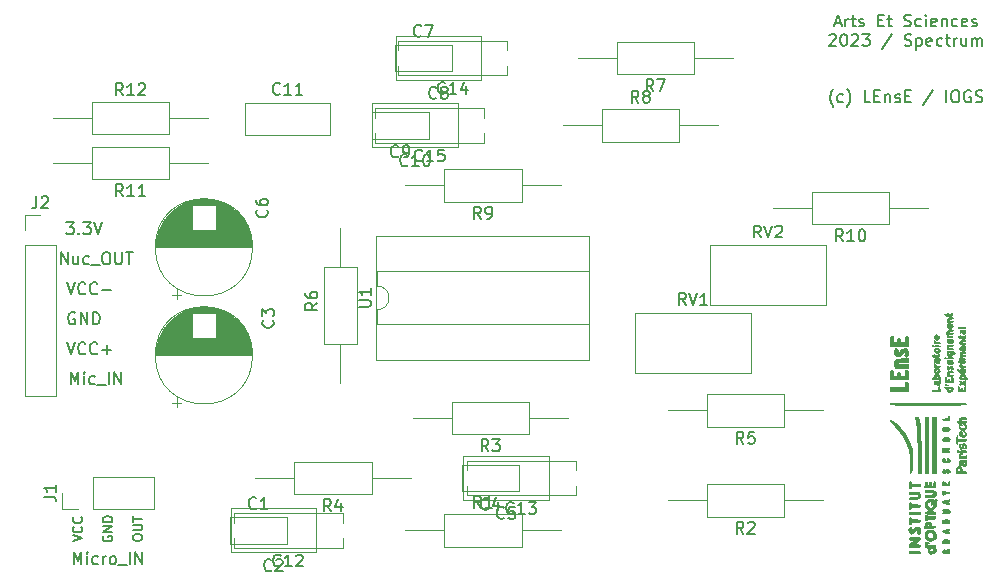
<source format=gbr>
G04 #@! TF.GenerationSoftware,KiCad,Pcbnew,(5.1.6)-1*
G04 #@! TF.CreationDate,2024-02-15T07:59:17+01:00*
G04 #@! TF.ProjectId,AetS_Spectrum_1way,41657453-5f53-4706-9563-7472756d5f31,rev?*
G04 #@! TF.SameCoordinates,Original*
G04 #@! TF.FileFunction,Legend,Top*
G04 #@! TF.FilePolarity,Positive*
%FSLAX46Y46*%
G04 Gerber Fmt 4.6, Leading zero omitted, Abs format (unit mm)*
G04 Created by KiCad (PCBNEW (5.1.6)-1) date 2024-02-15 07:59:17*
%MOMM*%
%LPD*%
G01*
G04 APERTURE LIST*
%ADD10C,0.150000*%
%ADD11C,0.010000*%
%ADD12C,0.120000*%
G04 APERTURE END LIST*
D10*
X169741904Y-77508000D02*
X169741904Y-77355619D01*
X169780000Y-77279428D01*
X169856190Y-77203238D01*
X170008571Y-77165142D01*
X170275238Y-77165142D01*
X170427619Y-77203238D01*
X170503809Y-77279428D01*
X170541904Y-77355619D01*
X170541904Y-77508000D01*
X170503809Y-77584190D01*
X170427619Y-77660380D01*
X170275238Y-77698476D01*
X170008571Y-77698476D01*
X169856190Y-77660380D01*
X169780000Y-77584190D01*
X169741904Y-77508000D01*
X169741904Y-76822285D02*
X170389523Y-76822285D01*
X170465714Y-76784190D01*
X170503809Y-76746095D01*
X170541904Y-76669904D01*
X170541904Y-76517523D01*
X170503809Y-76441333D01*
X170465714Y-76403238D01*
X170389523Y-76365142D01*
X169741904Y-76365142D01*
X169741904Y-76098476D02*
X169741904Y-75641333D01*
X170541904Y-75869904D02*
X169741904Y-75869904D01*
X164661904Y-77774666D02*
X165461904Y-77508000D01*
X164661904Y-77241333D01*
X165385714Y-76517523D02*
X165423809Y-76555619D01*
X165461904Y-76669904D01*
X165461904Y-76746095D01*
X165423809Y-76860380D01*
X165347619Y-76936571D01*
X165271428Y-76974666D01*
X165119047Y-77012761D01*
X165004761Y-77012761D01*
X164852380Y-76974666D01*
X164776190Y-76936571D01*
X164700000Y-76860380D01*
X164661904Y-76746095D01*
X164661904Y-76669904D01*
X164700000Y-76555619D01*
X164738095Y-76517523D01*
X165385714Y-75717523D02*
X165423809Y-75755619D01*
X165461904Y-75869904D01*
X165461904Y-75946095D01*
X165423809Y-76060380D01*
X165347619Y-76136571D01*
X165271428Y-76174666D01*
X165119047Y-76212761D01*
X165004761Y-76212761D01*
X164852380Y-76174666D01*
X164776190Y-76136571D01*
X164700000Y-76060380D01*
X164661904Y-75946095D01*
X164661904Y-75869904D01*
X164700000Y-75755619D01*
X164738095Y-75717523D01*
X167240000Y-77317523D02*
X167201904Y-77393714D01*
X167201904Y-77508000D01*
X167240000Y-77622285D01*
X167316190Y-77698476D01*
X167392380Y-77736571D01*
X167544761Y-77774666D01*
X167659047Y-77774666D01*
X167811428Y-77736571D01*
X167887619Y-77698476D01*
X167963809Y-77622285D01*
X168001904Y-77508000D01*
X168001904Y-77431809D01*
X167963809Y-77317523D01*
X167925714Y-77279428D01*
X167659047Y-77279428D01*
X167659047Y-77431809D01*
X168001904Y-76936571D02*
X167201904Y-76936571D01*
X168001904Y-76479428D01*
X167201904Y-76479428D01*
X168001904Y-76098476D02*
X167201904Y-76098476D01*
X167201904Y-75908000D01*
X167240000Y-75793714D01*
X167316190Y-75717523D01*
X167392380Y-75679428D01*
X167544761Y-75641333D01*
X167659047Y-75641333D01*
X167811428Y-75679428D01*
X167887619Y-75717523D01*
X167963809Y-75793714D01*
X168001904Y-75908000D01*
X168001904Y-76098476D01*
X164735238Y-79700380D02*
X164735238Y-78700380D01*
X165068571Y-79414666D01*
X165401904Y-78700380D01*
X165401904Y-79700380D01*
X165878095Y-79700380D02*
X165878095Y-79033714D01*
X165878095Y-78700380D02*
X165830476Y-78748000D01*
X165878095Y-78795619D01*
X165925714Y-78748000D01*
X165878095Y-78700380D01*
X165878095Y-78795619D01*
X166782857Y-79652761D02*
X166687619Y-79700380D01*
X166497142Y-79700380D01*
X166401904Y-79652761D01*
X166354285Y-79605142D01*
X166306666Y-79509904D01*
X166306666Y-79224190D01*
X166354285Y-79128952D01*
X166401904Y-79081333D01*
X166497142Y-79033714D01*
X166687619Y-79033714D01*
X166782857Y-79081333D01*
X167211428Y-79700380D02*
X167211428Y-79033714D01*
X167211428Y-79224190D02*
X167259047Y-79128952D01*
X167306666Y-79081333D01*
X167401904Y-79033714D01*
X167497142Y-79033714D01*
X167973333Y-79700380D02*
X167878095Y-79652761D01*
X167830476Y-79605142D01*
X167782857Y-79509904D01*
X167782857Y-79224190D01*
X167830476Y-79128952D01*
X167878095Y-79081333D01*
X167973333Y-79033714D01*
X168116190Y-79033714D01*
X168211428Y-79081333D01*
X168259047Y-79128952D01*
X168306666Y-79224190D01*
X168306666Y-79509904D01*
X168259047Y-79605142D01*
X168211428Y-79652761D01*
X168116190Y-79700380D01*
X167973333Y-79700380D01*
X168497142Y-79795619D02*
X169259047Y-79795619D01*
X169497142Y-79700380D02*
X169497142Y-78700380D01*
X169973333Y-79700380D02*
X169973333Y-78700380D01*
X170544761Y-79700380D01*
X170544761Y-78700380D01*
X229061142Y-40965333D02*
X229013523Y-40917714D01*
X228918285Y-40774857D01*
X228870666Y-40679619D01*
X228823047Y-40536761D01*
X228775428Y-40298666D01*
X228775428Y-40108190D01*
X228823047Y-39870095D01*
X228870666Y-39727238D01*
X228918285Y-39632000D01*
X229013523Y-39489142D01*
X229061142Y-39441523D01*
X229870666Y-40536761D02*
X229775428Y-40584380D01*
X229584952Y-40584380D01*
X229489714Y-40536761D01*
X229442095Y-40489142D01*
X229394476Y-40393904D01*
X229394476Y-40108190D01*
X229442095Y-40012952D01*
X229489714Y-39965333D01*
X229584952Y-39917714D01*
X229775428Y-39917714D01*
X229870666Y-39965333D01*
X230204000Y-40965333D02*
X230251619Y-40917714D01*
X230346857Y-40774857D01*
X230394476Y-40679619D01*
X230442095Y-40536761D01*
X230489714Y-40298666D01*
X230489714Y-40108190D01*
X230442095Y-39870095D01*
X230394476Y-39727238D01*
X230346857Y-39632000D01*
X230251619Y-39489142D01*
X230204000Y-39441523D01*
X232204000Y-40584380D02*
X231727809Y-40584380D01*
X231727809Y-39584380D01*
X232537333Y-40060571D02*
X232870666Y-40060571D01*
X233013523Y-40584380D02*
X232537333Y-40584380D01*
X232537333Y-39584380D01*
X233013523Y-39584380D01*
X233442095Y-39917714D02*
X233442095Y-40584380D01*
X233442095Y-40012952D02*
X233489714Y-39965333D01*
X233584952Y-39917714D01*
X233727809Y-39917714D01*
X233823047Y-39965333D01*
X233870666Y-40060571D01*
X233870666Y-40584380D01*
X234299238Y-40536761D02*
X234394476Y-40584380D01*
X234584952Y-40584380D01*
X234680190Y-40536761D01*
X234727809Y-40441523D01*
X234727809Y-40393904D01*
X234680190Y-40298666D01*
X234584952Y-40251047D01*
X234442095Y-40251047D01*
X234346857Y-40203428D01*
X234299238Y-40108190D01*
X234299238Y-40060571D01*
X234346857Y-39965333D01*
X234442095Y-39917714D01*
X234584952Y-39917714D01*
X234680190Y-39965333D01*
X235156380Y-40060571D02*
X235489714Y-40060571D01*
X235632571Y-40584380D02*
X235156380Y-40584380D01*
X235156380Y-39584380D01*
X235632571Y-39584380D01*
X237537333Y-39536761D02*
X236680190Y-40822476D01*
X238632571Y-40584380D02*
X238632571Y-39584380D01*
X239299238Y-39584380D02*
X239489714Y-39584380D01*
X239584952Y-39632000D01*
X239680190Y-39727238D01*
X239727809Y-39917714D01*
X239727809Y-40251047D01*
X239680190Y-40441523D01*
X239584952Y-40536761D01*
X239489714Y-40584380D01*
X239299238Y-40584380D01*
X239204000Y-40536761D01*
X239108761Y-40441523D01*
X239061142Y-40251047D01*
X239061142Y-39917714D01*
X239108761Y-39727238D01*
X239204000Y-39632000D01*
X239299238Y-39584380D01*
X240680190Y-39632000D02*
X240584952Y-39584380D01*
X240442095Y-39584380D01*
X240299238Y-39632000D01*
X240204000Y-39727238D01*
X240156380Y-39822476D01*
X240108761Y-40012952D01*
X240108761Y-40155809D01*
X240156380Y-40346285D01*
X240204000Y-40441523D01*
X240299238Y-40536761D01*
X240442095Y-40584380D01*
X240537333Y-40584380D01*
X240680190Y-40536761D01*
X240727809Y-40489142D01*
X240727809Y-40155809D01*
X240537333Y-40155809D01*
X241108761Y-40536761D02*
X241251619Y-40584380D01*
X241489714Y-40584380D01*
X241584952Y-40536761D01*
X241632571Y-40489142D01*
X241680190Y-40393904D01*
X241680190Y-40298666D01*
X241632571Y-40203428D01*
X241584952Y-40155809D01*
X241489714Y-40108190D01*
X241299238Y-40060571D01*
X241204000Y-40012952D01*
X241156380Y-39965333D01*
X241108761Y-39870095D01*
X241108761Y-39774857D01*
X241156380Y-39679619D01*
X241204000Y-39632000D01*
X241299238Y-39584380D01*
X241537333Y-39584380D01*
X241680190Y-39632000D01*
X229180190Y-33885666D02*
X229656380Y-33885666D01*
X229084952Y-34171380D02*
X229418285Y-33171380D01*
X229751619Y-34171380D01*
X230084952Y-34171380D02*
X230084952Y-33504714D01*
X230084952Y-33695190D02*
X230132571Y-33599952D01*
X230180190Y-33552333D01*
X230275428Y-33504714D01*
X230370666Y-33504714D01*
X230561142Y-33504714D02*
X230942095Y-33504714D01*
X230704000Y-33171380D02*
X230704000Y-34028523D01*
X230751619Y-34123761D01*
X230846857Y-34171380D01*
X230942095Y-34171380D01*
X231227809Y-34123761D02*
X231323047Y-34171380D01*
X231513523Y-34171380D01*
X231608761Y-34123761D01*
X231656380Y-34028523D01*
X231656380Y-33980904D01*
X231608761Y-33885666D01*
X231513523Y-33838047D01*
X231370666Y-33838047D01*
X231275428Y-33790428D01*
X231227809Y-33695190D01*
X231227809Y-33647571D01*
X231275428Y-33552333D01*
X231370666Y-33504714D01*
X231513523Y-33504714D01*
X231608761Y-33552333D01*
X232846857Y-33647571D02*
X233180190Y-33647571D01*
X233323047Y-34171380D02*
X232846857Y-34171380D01*
X232846857Y-33171380D01*
X233323047Y-33171380D01*
X233608761Y-33504714D02*
X233989714Y-33504714D01*
X233751619Y-33171380D02*
X233751619Y-34028523D01*
X233799238Y-34123761D01*
X233894476Y-34171380D01*
X233989714Y-34171380D01*
X235037333Y-34123761D02*
X235180190Y-34171380D01*
X235418285Y-34171380D01*
X235513523Y-34123761D01*
X235561142Y-34076142D01*
X235608761Y-33980904D01*
X235608761Y-33885666D01*
X235561142Y-33790428D01*
X235513523Y-33742809D01*
X235418285Y-33695190D01*
X235227809Y-33647571D01*
X235132571Y-33599952D01*
X235084952Y-33552333D01*
X235037333Y-33457095D01*
X235037333Y-33361857D01*
X235084952Y-33266619D01*
X235132571Y-33219000D01*
X235227809Y-33171380D01*
X235465904Y-33171380D01*
X235608761Y-33219000D01*
X236465904Y-34123761D02*
X236370666Y-34171380D01*
X236180190Y-34171380D01*
X236084952Y-34123761D01*
X236037333Y-34076142D01*
X235989714Y-33980904D01*
X235989714Y-33695190D01*
X236037333Y-33599952D01*
X236084952Y-33552333D01*
X236180190Y-33504714D01*
X236370666Y-33504714D01*
X236465904Y-33552333D01*
X236894476Y-34171380D02*
X236894476Y-33504714D01*
X236894476Y-33171380D02*
X236846857Y-33219000D01*
X236894476Y-33266619D01*
X236942095Y-33219000D01*
X236894476Y-33171380D01*
X236894476Y-33266619D01*
X237751619Y-34123761D02*
X237656380Y-34171380D01*
X237465904Y-34171380D01*
X237370666Y-34123761D01*
X237323047Y-34028523D01*
X237323047Y-33647571D01*
X237370666Y-33552333D01*
X237465904Y-33504714D01*
X237656380Y-33504714D01*
X237751619Y-33552333D01*
X237799238Y-33647571D01*
X237799238Y-33742809D01*
X237323047Y-33838047D01*
X238227809Y-33504714D02*
X238227809Y-34171380D01*
X238227809Y-33599952D02*
X238275428Y-33552333D01*
X238370666Y-33504714D01*
X238513523Y-33504714D01*
X238608761Y-33552333D01*
X238656380Y-33647571D01*
X238656380Y-34171380D01*
X239561142Y-34123761D02*
X239465904Y-34171380D01*
X239275428Y-34171380D01*
X239180190Y-34123761D01*
X239132571Y-34076142D01*
X239084952Y-33980904D01*
X239084952Y-33695190D01*
X239132571Y-33599952D01*
X239180190Y-33552333D01*
X239275428Y-33504714D01*
X239465904Y-33504714D01*
X239561142Y-33552333D01*
X240370666Y-34123761D02*
X240275428Y-34171380D01*
X240084952Y-34171380D01*
X239989714Y-34123761D01*
X239942095Y-34028523D01*
X239942095Y-33647571D01*
X239989714Y-33552333D01*
X240084952Y-33504714D01*
X240275428Y-33504714D01*
X240370666Y-33552333D01*
X240418285Y-33647571D01*
X240418285Y-33742809D01*
X239942095Y-33838047D01*
X240799238Y-34123761D02*
X240894476Y-34171380D01*
X241084952Y-34171380D01*
X241180190Y-34123761D01*
X241227809Y-34028523D01*
X241227809Y-33980904D01*
X241180190Y-33885666D01*
X241084952Y-33838047D01*
X240942095Y-33838047D01*
X240846857Y-33790428D01*
X240799238Y-33695190D01*
X240799238Y-33647571D01*
X240846857Y-33552333D01*
X240942095Y-33504714D01*
X241084952Y-33504714D01*
X241180190Y-33552333D01*
X228704000Y-34916619D02*
X228751619Y-34869000D01*
X228846857Y-34821380D01*
X229084952Y-34821380D01*
X229180190Y-34869000D01*
X229227809Y-34916619D01*
X229275428Y-35011857D01*
X229275428Y-35107095D01*
X229227809Y-35249952D01*
X228656380Y-35821380D01*
X229275428Y-35821380D01*
X229894476Y-34821380D02*
X229989714Y-34821380D01*
X230084952Y-34869000D01*
X230132571Y-34916619D01*
X230180190Y-35011857D01*
X230227809Y-35202333D01*
X230227809Y-35440428D01*
X230180190Y-35630904D01*
X230132571Y-35726142D01*
X230084952Y-35773761D01*
X229989714Y-35821380D01*
X229894476Y-35821380D01*
X229799238Y-35773761D01*
X229751619Y-35726142D01*
X229704000Y-35630904D01*
X229656380Y-35440428D01*
X229656380Y-35202333D01*
X229704000Y-35011857D01*
X229751619Y-34916619D01*
X229799238Y-34869000D01*
X229894476Y-34821380D01*
X230608761Y-34916619D02*
X230656380Y-34869000D01*
X230751619Y-34821380D01*
X230989714Y-34821380D01*
X231084952Y-34869000D01*
X231132571Y-34916619D01*
X231180190Y-35011857D01*
X231180190Y-35107095D01*
X231132571Y-35249952D01*
X230561142Y-35821380D01*
X231180190Y-35821380D01*
X231513523Y-34821380D02*
X232132571Y-34821380D01*
X231799238Y-35202333D01*
X231942095Y-35202333D01*
X232037333Y-35249952D01*
X232084952Y-35297571D01*
X232132571Y-35392809D01*
X232132571Y-35630904D01*
X232084952Y-35726142D01*
X232037333Y-35773761D01*
X231942095Y-35821380D01*
X231656380Y-35821380D01*
X231561142Y-35773761D01*
X231513523Y-35726142D01*
X234037333Y-34773761D02*
X233180190Y-36059476D01*
X235084952Y-35773761D02*
X235227809Y-35821380D01*
X235465904Y-35821380D01*
X235561142Y-35773761D01*
X235608761Y-35726142D01*
X235656380Y-35630904D01*
X235656380Y-35535666D01*
X235608761Y-35440428D01*
X235561142Y-35392809D01*
X235465904Y-35345190D01*
X235275428Y-35297571D01*
X235180190Y-35249952D01*
X235132571Y-35202333D01*
X235084952Y-35107095D01*
X235084952Y-35011857D01*
X235132571Y-34916619D01*
X235180190Y-34869000D01*
X235275428Y-34821380D01*
X235513523Y-34821380D01*
X235656380Y-34869000D01*
X236084952Y-35154714D02*
X236084952Y-36154714D01*
X236084952Y-35202333D02*
X236180190Y-35154714D01*
X236370666Y-35154714D01*
X236465904Y-35202333D01*
X236513523Y-35249952D01*
X236561142Y-35345190D01*
X236561142Y-35630904D01*
X236513523Y-35726142D01*
X236465904Y-35773761D01*
X236370666Y-35821380D01*
X236180190Y-35821380D01*
X236084952Y-35773761D01*
X237370666Y-35773761D02*
X237275428Y-35821380D01*
X237084952Y-35821380D01*
X236989714Y-35773761D01*
X236942095Y-35678523D01*
X236942095Y-35297571D01*
X236989714Y-35202333D01*
X237084952Y-35154714D01*
X237275428Y-35154714D01*
X237370666Y-35202333D01*
X237418285Y-35297571D01*
X237418285Y-35392809D01*
X236942095Y-35488047D01*
X238275428Y-35773761D02*
X238180190Y-35821380D01*
X237989714Y-35821380D01*
X237894476Y-35773761D01*
X237846857Y-35726142D01*
X237799238Y-35630904D01*
X237799238Y-35345190D01*
X237846857Y-35249952D01*
X237894476Y-35202333D01*
X237989714Y-35154714D01*
X238180190Y-35154714D01*
X238275428Y-35202333D01*
X238561142Y-35154714D02*
X238942095Y-35154714D01*
X238704000Y-34821380D02*
X238704000Y-35678523D01*
X238751619Y-35773761D01*
X238846857Y-35821380D01*
X238942095Y-35821380D01*
X239275428Y-35821380D02*
X239275428Y-35154714D01*
X239275428Y-35345190D02*
X239323047Y-35249952D01*
X239370666Y-35202333D01*
X239465904Y-35154714D01*
X239561142Y-35154714D01*
X240323047Y-35154714D02*
X240323047Y-35821380D01*
X239894476Y-35154714D02*
X239894476Y-35678523D01*
X239942095Y-35773761D01*
X240037333Y-35821380D01*
X240180190Y-35821380D01*
X240275428Y-35773761D01*
X240323047Y-35726142D01*
X240799238Y-35821380D02*
X240799238Y-35154714D01*
X240799238Y-35249952D02*
X240846857Y-35202333D01*
X240942095Y-35154714D01*
X241084952Y-35154714D01*
X241180190Y-35202333D01*
X241227809Y-35297571D01*
X241227809Y-35821380D01*
X241227809Y-35297571D02*
X241275428Y-35202333D01*
X241370666Y-35154714D01*
X241513523Y-35154714D01*
X241608761Y-35202333D01*
X241656380Y-35297571D01*
X241656380Y-35821380D01*
X164481142Y-64460380D02*
X164481142Y-63460380D01*
X164814476Y-64174666D01*
X165147809Y-63460380D01*
X165147809Y-64460380D01*
X165624000Y-64460380D02*
X165624000Y-63793714D01*
X165624000Y-63460380D02*
X165576380Y-63508000D01*
X165624000Y-63555619D01*
X165671619Y-63508000D01*
X165624000Y-63460380D01*
X165624000Y-63555619D01*
X166528761Y-64412761D02*
X166433523Y-64460380D01*
X166243047Y-64460380D01*
X166147809Y-64412761D01*
X166100190Y-64365142D01*
X166052571Y-64269904D01*
X166052571Y-63984190D01*
X166100190Y-63888952D01*
X166147809Y-63841333D01*
X166243047Y-63793714D01*
X166433523Y-63793714D01*
X166528761Y-63841333D01*
X166719238Y-64555619D02*
X167481142Y-64555619D01*
X167719238Y-64460380D02*
X167719238Y-63460380D01*
X168195428Y-64460380D02*
X168195428Y-63460380D01*
X168766857Y-64460380D01*
X168766857Y-63460380D01*
X164163619Y-60920380D02*
X164496952Y-61920380D01*
X164830285Y-60920380D01*
X165735047Y-61825142D02*
X165687428Y-61872761D01*
X165544571Y-61920380D01*
X165449333Y-61920380D01*
X165306476Y-61872761D01*
X165211238Y-61777523D01*
X165163619Y-61682285D01*
X165116000Y-61491809D01*
X165116000Y-61348952D01*
X165163619Y-61158476D01*
X165211238Y-61063238D01*
X165306476Y-60968000D01*
X165449333Y-60920380D01*
X165544571Y-60920380D01*
X165687428Y-60968000D01*
X165735047Y-61015619D01*
X166735047Y-61825142D02*
X166687428Y-61872761D01*
X166544571Y-61920380D01*
X166449333Y-61920380D01*
X166306476Y-61872761D01*
X166211238Y-61777523D01*
X166163619Y-61682285D01*
X166116000Y-61491809D01*
X166116000Y-61348952D01*
X166163619Y-61158476D01*
X166211238Y-61063238D01*
X166306476Y-60968000D01*
X166449333Y-60920380D01*
X166544571Y-60920380D01*
X166687428Y-60968000D01*
X166735047Y-61015619D01*
X167163619Y-61539428D02*
X167925523Y-61539428D01*
X167544571Y-61920380D02*
X167544571Y-61158476D01*
X164131809Y-50760380D02*
X164750857Y-50760380D01*
X164417523Y-51141333D01*
X164560380Y-51141333D01*
X164655619Y-51188952D01*
X164703238Y-51236571D01*
X164750857Y-51331809D01*
X164750857Y-51569904D01*
X164703238Y-51665142D01*
X164655619Y-51712761D01*
X164560380Y-51760380D01*
X164274666Y-51760380D01*
X164179428Y-51712761D01*
X164131809Y-51665142D01*
X165179428Y-51665142D02*
X165227047Y-51712761D01*
X165179428Y-51760380D01*
X165131809Y-51712761D01*
X165179428Y-51665142D01*
X165179428Y-51760380D01*
X165560380Y-50760380D02*
X166179428Y-50760380D01*
X165846095Y-51141333D01*
X165988952Y-51141333D01*
X166084190Y-51188952D01*
X166131809Y-51236571D01*
X166179428Y-51331809D01*
X166179428Y-51569904D01*
X166131809Y-51665142D01*
X166084190Y-51712761D01*
X165988952Y-51760380D01*
X165703238Y-51760380D01*
X165608000Y-51712761D01*
X165560380Y-51665142D01*
X166465142Y-50760380D02*
X166798476Y-51760380D01*
X167131809Y-50760380D01*
X163647809Y-54300380D02*
X163647809Y-53300380D01*
X164219238Y-54300380D01*
X164219238Y-53300380D01*
X165124000Y-53633714D02*
X165124000Y-54300380D01*
X164695428Y-53633714D02*
X164695428Y-54157523D01*
X164743047Y-54252761D01*
X164838285Y-54300380D01*
X164981142Y-54300380D01*
X165076380Y-54252761D01*
X165124000Y-54205142D01*
X166028761Y-54252761D02*
X165933523Y-54300380D01*
X165743047Y-54300380D01*
X165647809Y-54252761D01*
X165600190Y-54205142D01*
X165552571Y-54109904D01*
X165552571Y-53824190D01*
X165600190Y-53728952D01*
X165647809Y-53681333D01*
X165743047Y-53633714D01*
X165933523Y-53633714D01*
X166028761Y-53681333D01*
X166219238Y-54395619D02*
X166981142Y-54395619D01*
X167409714Y-53300380D02*
X167600190Y-53300380D01*
X167695428Y-53348000D01*
X167790666Y-53443238D01*
X167838285Y-53633714D01*
X167838285Y-53967047D01*
X167790666Y-54157523D01*
X167695428Y-54252761D01*
X167600190Y-54300380D01*
X167409714Y-54300380D01*
X167314476Y-54252761D01*
X167219238Y-54157523D01*
X167171619Y-53967047D01*
X167171619Y-53633714D01*
X167219238Y-53443238D01*
X167314476Y-53348000D01*
X167409714Y-53300380D01*
X168266857Y-53300380D02*
X168266857Y-54109904D01*
X168314476Y-54205142D01*
X168362095Y-54252761D01*
X168457333Y-54300380D01*
X168647809Y-54300380D01*
X168743047Y-54252761D01*
X168790666Y-54205142D01*
X168838285Y-54109904D01*
X168838285Y-53300380D01*
X169171619Y-53300380D02*
X169743047Y-53300380D01*
X169457333Y-54300380D02*
X169457333Y-53300380D01*
X164163619Y-55840380D02*
X164496952Y-56840380D01*
X164830285Y-55840380D01*
X165735047Y-56745142D02*
X165687428Y-56792761D01*
X165544571Y-56840380D01*
X165449333Y-56840380D01*
X165306476Y-56792761D01*
X165211238Y-56697523D01*
X165163619Y-56602285D01*
X165116000Y-56411809D01*
X165116000Y-56268952D01*
X165163619Y-56078476D01*
X165211238Y-55983238D01*
X165306476Y-55888000D01*
X165449333Y-55840380D01*
X165544571Y-55840380D01*
X165687428Y-55888000D01*
X165735047Y-55935619D01*
X166735047Y-56745142D02*
X166687428Y-56792761D01*
X166544571Y-56840380D01*
X166449333Y-56840380D01*
X166306476Y-56792761D01*
X166211238Y-56697523D01*
X166163619Y-56602285D01*
X166116000Y-56411809D01*
X166116000Y-56268952D01*
X166163619Y-56078476D01*
X166211238Y-55983238D01*
X166306476Y-55888000D01*
X166449333Y-55840380D01*
X166544571Y-55840380D01*
X166687428Y-55888000D01*
X166735047Y-55935619D01*
X167163619Y-56459428D02*
X167925523Y-56459428D01*
X164846095Y-58428000D02*
X164750857Y-58380380D01*
X164608000Y-58380380D01*
X164465142Y-58428000D01*
X164369904Y-58523238D01*
X164322285Y-58618476D01*
X164274666Y-58808952D01*
X164274666Y-58951809D01*
X164322285Y-59142285D01*
X164369904Y-59237523D01*
X164465142Y-59332761D01*
X164608000Y-59380380D01*
X164703238Y-59380380D01*
X164846095Y-59332761D01*
X164893714Y-59285142D01*
X164893714Y-58951809D01*
X164703238Y-58951809D01*
X165322285Y-59380380D02*
X165322285Y-58380380D01*
X165893714Y-59380380D01*
X165893714Y-58380380D01*
X166369904Y-59380380D02*
X166369904Y-58380380D01*
X166608000Y-58380380D01*
X166750857Y-58428000D01*
X166846095Y-58523238D01*
X166893714Y-58618476D01*
X166941333Y-58808952D01*
X166941333Y-58951809D01*
X166893714Y-59142285D01*
X166846095Y-59237523D01*
X166750857Y-59332761D01*
X166608000Y-59380380D01*
X166369904Y-59380380D01*
D11*
G36*
X239752007Y-63728352D02*
G01*
X239841305Y-63627905D01*
X239955865Y-63601600D01*
X240127296Y-63625299D01*
X240216006Y-63699943D01*
X240233200Y-63784836D01*
X240260690Y-63882896D01*
X240309400Y-63906400D01*
X240376170Y-63947255D01*
X240385600Y-63985025D01*
X240367517Y-64028233D01*
X240299457Y-64049209D01*
X240160701Y-64052097D01*
X240068100Y-64048525D01*
X240023045Y-64045696D01*
X240023045Y-63904168D01*
X240107199Y-63875432D01*
X240131600Y-63834434D01*
X240093497Y-63754847D01*
X240068100Y-63739698D01*
X239979928Y-63739367D01*
X239893579Y-63777916D01*
X239849123Y-63833199D01*
X239853775Y-63858149D01*
X239922924Y-63899743D01*
X240023045Y-63904168D01*
X240023045Y-64045696D01*
X239894468Y-64037620D01*
X239797714Y-64018112D01*
X239753162Y-63978332D01*
X239736135Y-63906609D01*
X239734229Y-63890629D01*
X239752007Y-63728352D01*
G37*
X239752007Y-63728352D02*
X239841305Y-63627905D01*
X239955865Y-63601600D01*
X240127296Y-63625299D01*
X240216006Y-63699943D01*
X240233200Y-63784836D01*
X240260690Y-63882896D01*
X240309400Y-63906400D01*
X240376170Y-63947255D01*
X240385600Y-63985025D01*
X240367517Y-64028233D01*
X240299457Y-64049209D01*
X240160701Y-64052097D01*
X240068100Y-64048525D01*
X240023045Y-64045696D01*
X240023045Y-63904168D01*
X240107199Y-63875432D01*
X240131600Y-63834434D01*
X240093497Y-63754847D01*
X240068100Y-63739698D01*
X239979928Y-63739367D01*
X239893579Y-63777916D01*
X239849123Y-63833199D01*
X239853775Y-63858149D01*
X239922924Y-63899743D01*
X240023045Y-63904168D01*
X240023045Y-64045696D01*
X239894468Y-64037620D01*
X239797714Y-64018112D01*
X239753162Y-63978332D01*
X239736135Y-63906609D01*
X239734229Y-63890629D01*
X239752007Y-63728352D01*
G36*
X239481543Y-71556102D02*
G01*
X239517886Y-71436021D01*
X239588196Y-71381897D01*
X239651554Y-71374000D01*
X239776536Y-71419365D01*
X239877104Y-71533752D01*
X239926866Y-71684605D01*
X239928400Y-71715504D01*
X239944005Y-71794209D01*
X240010175Y-71826323D01*
X240106200Y-71831200D01*
X240237703Y-71847724D01*
X240283678Y-71900461D01*
X240284000Y-71907400D01*
X240264858Y-71946498D01*
X240195406Y-71969962D01*
X240057604Y-71981175D01*
X239877600Y-71983600D01*
X239677774Y-71983600D01*
X239677774Y-71831200D01*
X239785625Y-71820746D01*
X239821029Y-71770436D01*
X239817474Y-71691935D01*
X239770826Y-71572214D01*
X239705887Y-71534537D01*
X239598902Y-71557305D01*
X239534066Y-71658570D01*
X239522777Y-71742300D01*
X239552371Y-71808438D01*
X239656065Y-71830891D01*
X239677774Y-71831200D01*
X239677774Y-71983600D01*
X239471200Y-71983600D01*
X239471200Y-71759155D01*
X239481543Y-71556102D01*
G37*
X239481543Y-71556102D02*
X239517886Y-71436021D01*
X239588196Y-71381897D01*
X239651554Y-71374000D01*
X239776536Y-71419365D01*
X239877104Y-71533752D01*
X239926866Y-71684605D01*
X239928400Y-71715504D01*
X239944005Y-71794209D01*
X240010175Y-71826323D01*
X240106200Y-71831200D01*
X240237703Y-71847724D01*
X240283678Y-71900461D01*
X240284000Y-71907400D01*
X240264858Y-71946498D01*
X240195406Y-71969962D01*
X240057604Y-71981175D01*
X239877600Y-71983600D01*
X239677774Y-71983600D01*
X239677774Y-71831200D01*
X239785625Y-71820746D01*
X239821029Y-71770436D01*
X239817474Y-71691935D01*
X239770826Y-71572214D01*
X239705887Y-71534537D01*
X239598902Y-71557305D01*
X239534066Y-71658570D01*
X239522777Y-71742300D01*
X239552371Y-71808438D01*
X239656065Y-71830891D01*
X239677774Y-71831200D01*
X239677774Y-71983600D01*
X239471200Y-71983600D01*
X239471200Y-71759155D01*
X239481543Y-71556102D01*
G36*
X239692406Y-71009722D02*
G01*
X239768101Y-70918137D01*
X239923181Y-70869343D01*
X240027553Y-70858050D01*
X240274550Y-70840600D01*
X240276387Y-71084603D01*
X240263451Y-71261307D01*
X240219888Y-71348396D01*
X240204912Y-71356738D01*
X240131600Y-71360131D01*
X240131600Y-71221600D01*
X240214947Y-71213462D01*
X240225906Y-71167112D01*
X240202364Y-71098755D01*
X240131960Y-71032191D01*
X240069929Y-71018400D01*
X239996437Y-71041312D01*
X239999164Y-71098755D01*
X240026061Y-71179736D01*
X240030000Y-71200355D01*
X240072742Y-71217646D01*
X240131600Y-71221600D01*
X240131600Y-71360131D01*
X240079957Y-71362522D01*
X239990194Y-71275997D01*
X239954553Y-71174233D01*
X239902670Y-71058198D01*
X239828165Y-71018359D01*
X239753518Y-71065300D01*
X239746291Y-71076171D01*
X239756184Y-71144844D01*
X239831171Y-71229767D01*
X239832193Y-71230583D01*
X239953800Y-71327224D01*
X239826800Y-71312512D01*
X239726792Y-71273975D01*
X239685447Y-71170694D01*
X239683429Y-71155029D01*
X239692406Y-71009722D01*
G37*
X239692406Y-71009722D02*
X239768101Y-70918137D01*
X239923181Y-70869343D01*
X240027553Y-70858050D01*
X240274550Y-70840600D01*
X240276387Y-71084603D01*
X240263451Y-71261307D01*
X240219888Y-71348396D01*
X240204912Y-71356738D01*
X240131600Y-71360131D01*
X240131600Y-71221600D01*
X240214947Y-71213462D01*
X240225906Y-71167112D01*
X240202364Y-71098755D01*
X240131960Y-71032191D01*
X240069929Y-71018400D01*
X239996437Y-71041312D01*
X239999164Y-71098755D01*
X240026061Y-71179736D01*
X240030000Y-71200355D01*
X240072742Y-71217646D01*
X240131600Y-71221600D01*
X240131600Y-71360131D01*
X240079957Y-71362522D01*
X239990194Y-71275997D01*
X239954553Y-71174233D01*
X239902670Y-71058198D01*
X239828165Y-71018359D01*
X239753518Y-71065300D01*
X239746291Y-71076171D01*
X239756184Y-71144844D01*
X239831171Y-71229767D01*
X239832193Y-71230583D01*
X239953800Y-71327224D01*
X239826800Y-71312512D01*
X239726792Y-71273975D01*
X239685447Y-71170694D01*
X239683429Y-71155029D01*
X239692406Y-71009722D01*
G36*
X239740442Y-70386287D02*
G01*
X239769975Y-70323802D01*
X239836068Y-70308768D01*
X239843733Y-70308816D01*
X239920217Y-70313993D01*
X239910999Y-70341070D01*
X239852447Y-70387022D01*
X239785940Y-70449664D01*
X239801021Y-70493290D01*
X239827047Y-70511628D01*
X239937768Y-70549698D01*
X240073563Y-70558459D01*
X240192271Y-70539300D01*
X240250356Y-70497700D01*
X240268825Y-70495348D01*
X240279583Y-70574537D01*
X240279989Y-70586600D01*
X240277644Y-70674209D01*
X240248088Y-70719508D01*
X240166492Y-70736454D01*
X240008833Y-70739000D01*
X239733666Y-70739000D01*
X239733666Y-70523100D01*
X239740442Y-70386287D01*
G37*
X239740442Y-70386287D02*
X239769975Y-70323802D01*
X239836068Y-70308768D01*
X239843733Y-70308816D01*
X239920217Y-70313993D01*
X239910999Y-70341070D01*
X239852447Y-70387022D01*
X239785940Y-70449664D01*
X239801021Y-70493290D01*
X239827047Y-70511628D01*
X239937768Y-70549698D01*
X240073563Y-70558459D01*
X240192271Y-70539300D01*
X240250356Y-70497700D01*
X240268825Y-70495348D01*
X240279583Y-70574537D01*
X240279989Y-70586600D01*
X240277644Y-70674209D01*
X240248088Y-70719508D01*
X240166492Y-70736454D01*
X240008833Y-70739000D01*
X239733666Y-70739000D01*
X239733666Y-70523100D01*
X239740442Y-70386287D01*
G36*
X239747784Y-70095037D02*
G01*
X239829260Y-70063974D01*
X239990209Y-70046130D01*
X240004669Y-70045202D01*
X240165271Y-70038976D01*
X240249103Y-70050957D01*
X240280406Y-70088450D01*
X240284069Y-70129400D01*
X240271894Y-70188117D01*
X240219417Y-70218704D01*
X240102554Y-70229918D01*
X240004600Y-70231000D01*
X239839706Y-70225226D01*
X239754095Y-70203504D01*
X239725881Y-70159241D01*
X239725200Y-70146802D01*
X239747784Y-70095037D01*
G37*
X239747784Y-70095037D02*
X239829260Y-70063974D01*
X239990209Y-70046130D01*
X240004669Y-70045202D01*
X240165271Y-70038976D01*
X240249103Y-70050957D01*
X240280406Y-70088450D01*
X240284069Y-70129400D01*
X240271894Y-70188117D01*
X240219417Y-70218704D01*
X240102554Y-70229918D01*
X240004600Y-70231000D01*
X239839706Y-70225226D01*
X239754095Y-70203504D01*
X239725881Y-70159241D01*
X239725200Y-70146802D01*
X239747784Y-70095037D01*
G36*
X239684342Y-69653114D02*
G01*
X239721096Y-69549301D01*
X239816262Y-69514589D01*
X239826800Y-69513978D01*
X239964293Y-69494087D01*
X240043346Y-69470195D01*
X240158968Y-69468027D01*
X240208446Y-69494937D01*
X240261294Y-69586306D01*
X240284039Y-69716058D01*
X240270814Y-69831848D01*
X240250133Y-69866934D01*
X240176653Y-69893270D01*
X240110433Y-69897362D01*
X240040114Y-69891328D01*
X240057145Y-69869877D01*
X240121276Y-69837739D01*
X240212913Y-69753148D01*
X240222876Y-69680056D01*
X240186556Y-69580482D01*
X240128446Y-69573689D01*
X240059264Y-69656195D01*
X240016970Y-69746929D01*
X239957098Y-69871980D01*
X239901623Y-69944382D01*
X239885315Y-69951600D01*
X239788872Y-69907468D01*
X239780157Y-69895343D01*
X239780157Y-69845085D01*
X239819467Y-69823859D01*
X239855828Y-69776791D01*
X239914948Y-69665697D01*
X239924181Y-69578184D01*
X239883820Y-69545200D01*
X239803169Y-69588012D01*
X239749208Y-69684492D01*
X239748544Y-69785854D01*
X239780157Y-69845085D01*
X239780157Y-69895343D01*
X239712598Y-69801345D01*
X239683028Y-69672638D01*
X239684342Y-69653114D01*
G37*
X239684342Y-69653114D02*
X239721096Y-69549301D01*
X239816262Y-69514589D01*
X239826800Y-69513978D01*
X239964293Y-69494087D01*
X240043346Y-69470195D01*
X240158968Y-69468027D01*
X240208446Y-69494937D01*
X240261294Y-69586306D01*
X240284039Y-69716058D01*
X240270814Y-69831848D01*
X240250133Y-69866934D01*
X240176653Y-69893270D01*
X240110433Y-69897362D01*
X240040114Y-69891328D01*
X240057145Y-69869877D01*
X240121276Y-69837739D01*
X240212913Y-69753148D01*
X240222876Y-69680056D01*
X240186556Y-69580482D01*
X240128446Y-69573689D01*
X240059264Y-69656195D01*
X240016970Y-69746929D01*
X239957098Y-69871980D01*
X239901623Y-69944382D01*
X239885315Y-69951600D01*
X239788872Y-69907468D01*
X239780157Y-69895343D01*
X239780157Y-69845085D01*
X239819467Y-69823859D01*
X239855828Y-69776791D01*
X239914948Y-69665697D01*
X239924181Y-69578184D01*
X239883820Y-69545200D01*
X239803169Y-69588012D01*
X239749208Y-69684492D01*
X239748544Y-69785854D01*
X239780157Y-69845085D01*
X239780157Y-69895343D01*
X239712598Y-69801345D01*
X239683028Y-69672638D01*
X239684342Y-69653114D01*
G36*
X239478159Y-68955490D02*
G01*
X239497997Y-68823972D01*
X239526036Y-68783200D01*
X239557972Y-68826750D01*
X239547400Y-68935600D01*
X239513927Y-69088000D01*
X239898963Y-69088000D01*
X240101144Y-69091923D01*
X240220264Y-69106107D01*
X240274643Y-69134180D01*
X240284000Y-69164200D01*
X240264229Y-69204148D01*
X240192716Y-69227715D01*
X240051159Y-69238510D01*
X239897492Y-69240400D01*
X239702387Y-69241629D01*
X239589341Y-69249855D01*
X239538813Y-69271891D01*
X239531262Y-69314547D01*
X239542079Y-69364287D01*
X239547808Y-69469309D01*
X239522186Y-69519685D01*
X239494325Y-69490605D01*
X239476966Y-69367945D01*
X239471200Y-69167199D01*
X239478159Y-68955490D01*
G37*
X239478159Y-68955490D02*
X239497997Y-68823972D01*
X239526036Y-68783200D01*
X239557972Y-68826750D01*
X239547400Y-68935600D01*
X239513927Y-69088000D01*
X239898963Y-69088000D01*
X240101144Y-69091923D01*
X240220264Y-69106107D01*
X240274643Y-69134180D01*
X240284000Y-69164200D01*
X240264229Y-69204148D01*
X240192716Y-69227715D01*
X240051159Y-69238510D01*
X239897492Y-69240400D01*
X239702387Y-69241629D01*
X239589341Y-69249855D01*
X239538813Y-69271891D01*
X239531262Y-69314547D01*
X239542079Y-69364287D01*
X239547808Y-69469309D01*
X239522186Y-69519685D01*
X239494325Y-69490605D01*
X239476966Y-69367945D01*
X239471200Y-69167199D01*
X239478159Y-68955490D01*
G36*
X239718394Y-68498665D02*
G01*
X239754228Y-68456629D01*
X239847604Y-68386107D01*
X239903332Y-68405082D01*
X239926806Y-68517377D01*
X239928400Y-68580000D01*
X239941670Y-68722890D01*
X239991040Y-68776991D01*
X240090843Y-68752758D01*
X240134939Y-68730613D01*
X240221505Y-68647885D01*
X240209594Y-68551104D01*
X240118900Y-68461861D01*
X240055726Y-68404714D01*
X240064471Y-68379465D01*
X240160346Y-68418073D01*
X240245149Y-68514803D01*
X240283898Y-68629029D01*
X240284000Y-68634429D01*
X240249643Y-68742074D01*
X240182400Y-68834000D01*
X240075588Y-68917920D01*
X239973804Y-68924963D01*
X239861560Y-68877196D01*
X239817275Y-68841631D01*
X239817275Y-68720759D01*
X239865330Y-68695821D01*
X239877600Y-68636628D01*
X239855005Y-68560990D01*
X239799252Y-68562454D01*
X239741633Y-68620633D01*
X239765586Y-68690540D01*
X239817275Y-68720759D01*
X239817275Y-68841631D01*
X239722463Y-68765485D01*
X239673323Y-68633752D01*
X239718394Y-68498665D01*
G37*
X239718394Y-68498665D02*
X239754228Y-68456629D01*
X239847604Y-68386107D01*
X239903332Y-68405082D01*
X239926806Y-68517377D01*
X239928400Y-68580000D01*
X239941670Y-68722890D01*
X239991040Y-68776991D01*
X240090843Y-68752758D01*
X240134939Y-68730613D01*
X240221505Y-68647885D01*
X240209594Y-68551104D01*
X240118900Y-68461861D01*
X240055726Y-68404714D01*
X240064471Y-68379465D01*
X240160346Y-68418073D01*
X240245149Y-68514803D01*
X240283898Y-68629029D01*
X240284000Y-68634429D01*
X240249643Y-68742074D01*
X240182400Y-68834000D01*
X240075588Y-68917920D01*
X239973804Y-68924963D01*
X239861560Y-68877196D01*
X239817275Y-68841631D01*
X239817275Y-68720759D01*
X239865330Y-68695821D01*
X239877600Y-68636628D01*
X239855005Y-68560990D01*
X239799252Y-68562454D01*
X239741633Y-68620633D01*
X239765586Y-68690540D01*
X239817275Y-68720759D01*
X239817275Y-68841631D01*
X239722463Y-68765485D01*
X239673323Y-68633752D01*
X239718394Y-68498665D01*
G36*
X239733847Y-67868751D02*
G01*
X239814100Y-67827167D01*
X239908046Y-67835397D01*
X239921041Y-67878392D01*
X239850829Y-67926654D01*
X239822381Y-67935475D01*
X239739971Y-67993605D01*
X239733919Y-68055700D01*
X239792001Y-68123976D01*
X239909021Y-68163510D01*
X240045635Y-68171309D01*
X240162500Y-68144379D01*
X240216736Y-68092432D01*
X240204819Y-67989059D01*
X240134443Y-67911688D01*
X240059071Y-67839976D01*
X240068532Y-67820348D01*
X240158403Y-67856347D01*
X240185739Y-67870588D01*
X240264599Y-67962837D01*
X240278460Y-68093707D01*
X240225304Y-68222096D01*
X240204171Y-68246172D01*
X240072153Y-68314467D01*
X239913290Y-68314546D01*
X239774363Y-68248209D01*
X239754665Y-68228893D01*
X239688751Y-68105116D01*
X239683526Y-67973480D01*
X239733847Y-67868751D01*
G37*
X239733847Y-67868751D02*
X239814100Y-67827167D01*
X239908046Y-67835397D01*
X239921041Y-67878392D01*
X239850829Y-67926654D01*
X239822381Y-67935475D01*
X239739971Y-67993605D01*
X239733919Y-68055700D01*
X239792001Y-68123976D01*
X239909021Y-68163510D01*
X240045635Y-68171309D01*
X240162500Y-68144379D01*
X240216736Y-68092432D01*
X240204819Y-67989059D01*
X240134443Y-67911688D01*
X240059071Y-67839976D01*
X240068532Y-67820348D01*
X240158403Y-67856347D01*
X240185739Y-67870588D01*
X240264599Y-67962837D01*
X240278460Y-68093707D01*
X240225304Y-68222096D01*
X240204171Y-68246172D01*
X240072153Y-68314467D01*
X239913290Y-68314546D01*
X239774363Y-68248209D01*
X239754665Y-68228893D01*
X239688751Y-68105116D01*
X239683526Y-67973480D01*
X239733847Y-67868751D01*
G36*
X239563118Y-67578007D02*
G01*
X239623600Y-67564000D01*
X239698877Y-67539119D01*
X239724495Y-67447570D01*
X239725200Y-67416302D01*
X239731056Y-67331490D01*
X239765247Y-67285380D01*
X239852702Y-67263244D01*
X240004669Y-67251202D01*
X240164342Y-67244065D01*
X240247493Y-67254821D01*
X240278871Y-67293205D01*
X240283291Y-67360800D01*
X240272842Y-67440509D01*
X240241687Y-67423476D01*
X240239951Y-67420785D01*
X240166234Y-67377441D01*
X240047114Y-67365181D01*
X239921295Y-67380334D01*
X239827480Y-67419227D01*
X239801400Y-67462400D01*
X239829853Y-67511416D01*
X239927554Y-67534604D01*
X240042782Y-67538600D01*
X240190454Y-67544534D01*
X240262268Y-67569467D01*
X240283629Y-67624094D01*
X240284082Y-67640200D01*
X240275035Y-67692148D01*
X240233961Y-67722628D01*
X240139800Y-67737254D01*
X239971493Y-67741641D01*
X239903000Y-67741800D01*
X239706438Y-67738785D01*
X239591004Y-67726567D01*
X239536323Y-67700395D01*
X239522020Y-67655512D01*
X239522000Y-67652900D01*
X239563118Y-67578007D01*
G37*
X239563118Y-67578007D02*
X239623600Y-67564000D01*
X239698877Y-67539119D01*
X239724495Y-67447570D01*
X239725200Y-67416302D01*
X239731056Y-67331490D01*
X239765247Y-67285380D01*
X239852702Y-67263244D01*
X240004669Y-67251202D01*
X240164342Y-67244065D01*
X240247493Y-67254821D01*
X240278871Y-67293205D01*
X240283291Y-67360800D01*
X240272842Y-67440509D01*
X240241687Y-67423476D01*
X240239951Y-67420785D01*
X240166234Y-67377441D01*
X240047114Y-67365181D01*
X239921295Y-67380334D01*
X239827480Y-67419227D01*
X239801400Y-67462400D01*
X239829853Y-67511416D01*
X239927554Y-67534604D01*
X240042782Y-67538600D01*
X240190454Y-67544534D01*
X240262268Y-67569467D01*
X240283629Y-67624094D01*
X240284082Y-67640200D01*
X240275035Y-67692148D01*
X240233961Y-67722628D01*
X240139800Y-67737254D01*
X239971493Y-67741641D01*
X239903000Y-67741800D01*
X239706438Y-67738785D01*
X239591004Y-67726567D01*
X239536323Y-67700395D01*
X239522020Y-67655512D01*
X239522000Y-67652900D01*
X239563118Y-67578007D01*
G36*
X233841746Y-66100649D02*
G01*
X233874521Y-66087330D01*
X233937827Y-66076075D01*
X234038764Y-66066717D01*
X234184436Y-66059087D01*
X234381944Y-66053019D01*
X234638390Y-66048344D01*
X234960875Y-66044895D01*
X235356503Y-66042504D01*
X235832374Y-66041003D01*
X236395591Y-66040225D01*
X237053256Y-66040001D01*
X237058200Y-66040000D01*
X237716549Y-66040221D01*
X238280402Y-66040996D01*
X238756858Y-66042491D01*
X239153022Y-66044875D01*
X239475994Y-66048316D01*
X239732876Y-66052982D01*
X239930771Y-66059040D01*
X240076780Y-66066657D01*
X240178006Y-66076003D01*
X240241549Y-66087244D01*
X240274513Y-66100548D01*
X240283999Y-66116084D01*
X240284000Y-66116200D01*
X240274653Y-66131752D01*
X240241878Y-66145071D01*
X240178572Y-66156326D01*
X240077635Y-66165684D01*
X239931963Y-66173314D01*
X239734455Y-66179382D01*
X239478009Y-66184057D01*
X239155524Y-66187506D01*
X238759896Y-66189897D01*
X238284025Y-66191398D01*
X237720808Y-66192176D01*
X237063143Y-66192400D01*
X237058200Y-66192400D01*
X236399850Y-66192180D01*
X235835997Y-66191405D01*
X235359541Y-66189910D01*
X234963377Y-66187526D01*
X234640405Y-66184085D01*
X234383523Y-66179419D01*
X234185628Y-66173361D01*
X234039619Y-66165744D01*
X233938393Y-66156398D01*
X233874850Y-66145157D01*
X233841886Y-66131853D01*
X233832400Y-66116317D01*
X233832400Y-66116200D01*
X233841746Y-66100649D01*
G37*
X233841746Y-66100649D02*
X233874521Y-66087330D01*
X233937827Y-66076075D01*
X234038764Y-66066717D01*
X234184436Y-66059087D01*
X234381944Y-66053019D01*
X234638390Y-66048344D01*
X234960875Y-66044895D01*
X235356503Y-66042504D01*
X235832374Y-66041003D01*
X236395591Y-66040225D01*
X237053256Y-66040001D01*
X237058200Y-66040000D01*
X237716549Y-66040221D01*
X238280402Y-66040996D01*
X238756858Y-66042491D01*
X239153022Y-66044875D01*
X239475994Y-66048316D01*
X239732876Y-66052982D01*
X239930771Y-66059040D01*
X240076780Y-66066657D01*
X240178006Y-66076003D01*
X240241549Y-66087244D01*
X240274513Y-66100548D01*
X240283999Y-66116084D01*
X240284000Y-66116200D01*
X240274653Y-66131752D01*
X240241878Y-66145071D01*
X240178572Y-66156326D01*
X240077635Y-66165684D01*
X239931963Y-66173314D01*
X239734455Y-66179382D01*
X239478009Y-66184057D01*
X239155524Y-66187506D01*
X238759896Y-66189897D01*
X238284025Y-66191398D01*
X237720808Y-66192176D01*
X237063143Y-66192400D01*
X237058200Y-66192400D01*
X236399850Y-66192180D01*
X235835997Y-66191405D01*
X235359541Y-66189910D01*
X234963377Y-66187526D01*
X234640405Y-66184085D01*
X234383523Y-66179419D01*
X234185628Y-66173361D01*
X234039619Y-66165744D01*
X233938393Y-66156398D01*
X233874850Y-66145157D01*
X233841886Y-66131853D01*
X233832400Y-66116317D01*
X233832400Y-66116200D01*
X233841746Y-66100649D01*
G36*
X239582889Y-64709869D02*
G01*
X239608418Y-64628090D01*
X239623600Y-64617600D01*
X239659268Y-64661744D01*
X239674396Y-64768104D01*
X239674400Y-64770000D01*
X239697118Y-64890992D01*
X239750600Y-64922400D01*
X239817949Y-64881737D01*
X239826800Y-64846200D01*
X239854230Y-64778597D01*
X239877600Y-64770000D01*
X239922668Y-64811146D01*
X239928400Y-64846200D01*
X239970751Y-64908257D01*
X240030000Y-64922400D01*
X240104368Y-64898451D01*
X240130551Y-64809341D01*
X240131600Y-64770000D01*
X240146314Y-64662995D01*
X240181767Y-64617612D01*
X240182400Y-64617600D01*
X240212695Y-64663005D01*
X240230869Y-64777883D01*
X240233200Y-64846200D01*
X240233200Y-65074800D01*
X239572800Y-65074800D01*
X239572800Y-64846200D01*
X239582889Y-64709869D01*
G37*
X239582889Y-64709869D02*
X239608418Y-64628090D01*
X239623600Y-64617600D01*
X239659268Y-64661744D01*
X239674396Y-64768104D01*
X239674400Y-64770000D01*
X239697118Y-64890992D01*
X239750600Y-64922400D01*
X239817949Y-64881737D01*
X239826800Y-64846200D01*
X239854230Y-64778597D01*
X239877600Y-64770000D01*
X239922668Y-64811146D01*
X239928400Y-64846200D01*
X239970751Y-64908257D01*
X240030000Y-64922400D01*
X240104368Y-64898451D01*
X240130551Y-64809341D01*
X240131600Y-64770000D01*
X240146314Y-64662995D01*
X240181767Y-64617612D01*
X240182400Y-64617600D01*
X240212695Y-64663005D01*
X240230869Y-64777883D01*
X240233200Y-64846200D01*
X240233200Y-65074800D01*
X239572800Y-65074800D01*
X239572800Y-64846200D01*
X239582889Y-64709869D01*
G36*
X239746670Y-64428588D02*
G01*
X239784778Y-64398476D01*
X239842980Y-64349611D01*
X239815352Y-64304732D01*
X239784858Y-64281587D01*
X239730688Y-64214665D01*
X239754088Y-64173878D01*
X239831299Y-64177912D01*
X239884139Y-64203495D01*
X239978241Y-64240847D01*
X240073123Y-64210810D01*
X240110429Y-64187701D01*
X240199410Y-64139720D01*
X240231659Y-64156703D01*
X240233200Y-64174469D01*
X240200054Y-64269187D01*
X240177973Y-64296907D01*
X240150220Y-64358226D01*
X240177973Y-64386265D01*
X240228652Y-64462486D01*
X240233200Y-64494770D01*
X240220769Y-64539451D01*
X240166922Y-64523726D01*
X240109606Y-64488161D01*
X239996376Y-64436235D01*
X239894622Y-64456565D01*
X239876655Y-64465706D01*
X239778983Y-64496843D01*
X239728329Y-64479109D01*
X239746670Y-64428588D01*
G37*
X239746670Y-64428588D02*
X239784778Y-64398476D01*
X239842980Y-64349611D01*
X239815352Y-64304732D01*
X239784858Y-64281587D01*
X239730688Y-64214665D01*
X239754088Y-64173878D01*
X239831299Y-64177912D01*
X239884139Y-64203495D01*
X239978241Y-64240847D01*
X240073123Y-64210810D01*
X240110429Y-64187701D01*
X240199410Y-64139720D01*
X240231659Y-64156703D01*
X240233200Y-64174469D01*
X240200054Y-64269187D01*
X240177973Y-64296907D01*
X240150220Y-64358226D01*
X240177973Y-64386265D01*
X240228652Y-64462486D01*
X240233200Y-64494770D01*
X240220769Y-64539451D01*
X240166922Y-64523726D01*
X240109606Y-64488161D01*
X239996376Y-64436235D01*
X239894622Y-64456565D01*
X239876655Y-64465706D01*
X239778983Y-64496843D01*
X239728329Y-64479109D01*
X239746670Y-64428588D01*
G36*
X239529656Y-63157232D02*
G01*
X239569927Y-63173466D01*
X239612651Y-63210692D01*
X239686110Y-63263826D01*
X239735560Y-63237624D01*
X239765481Y-63193165D01*
X239855777Y-63113562D01*
X239928830Y-63093600D01*
X240002933Y-63117742D01*
X240028986Y-63207326D01*
X240030000Y-63246000D01*
X240044714Y-63353006D01*
X240080167Y-63398389D01*
X240080800Y-63398400D01*
X240118987Y-63354927D01*
X240131600Y-63271400D01*
X240148989Y-63175932D01*
X240182400Y-63144400D01*
X240229190Y-63183799D01*
X240236816Y-63277310D01*
X240211020Y-63387910D01*
X240157542Y-63478575D01*
X240126868Y-63502533D01*
X240015064Y-63532362D01*
X239893213Y-63526032D01*
X239876771Y-63519565D01*
X239876771Y-63372488D01*
X239920949Y-63361451D01*
X239928400Y-63325199D01*
X239916619Y-63255530D01*
X239905998Y-63246000D01*
X239858580Y-63283225D01*
X239857523Y-63350206D01*
X239876771Y-63372488D01*
X239876771Y-63519565D01*
X239801278Y-63489871D01*
X239776000Y-63446975D01*
X239733966Y-63393104D01*
X239649000Y-63347600D01*
X239554301Y-63282972D01*
X239522000Y-63213984D01*
X239529656Y-63157232D01*
G37*
X239529656Y-63157232D02*
X239569927Y-63173466D01*
X239612651Y-63210692D01*
X239686110Y-63263826D01*
X239735560Y-63237624D01*
X239765481Y-63193165D01*
X239855777Y-63113562D01*
X239928830Y-63093600D01*
X240002933Y-63117742D01*
X240028986Y-63207326D01*
X240030000Y-63246000D01*
X240044714Y-63353006D01*
X240080167Y-63398389D01*
X240080800Y-63398400D01*
X240118987Y-63354927D01*
X240131600Y-63271400D01*
X240148989Y-63175932D01*
X240182400Y-63144400D01*
X240229190Y-63183799D01*
X240236816Y-63277310D01*
X240211020Y-63387910D01*
X240157542Y-63478575D01*
X240126868Y-63502533D01*
X240015064Y-63532362D01*
X239893213Y-63526032D01*
X239876771Y-63519565D01*
X239876771Y-63372488D01*
X239920949Y-63361451D01*
X239928400Y-63325199D01*
X239916619Y-63255530D01*
X239905998Y-63246000D01*
X239858580Y-63283225D01*
X239857523Y-63350206D01*
X239876771Y-63372488D01*
X239876771Y-63519565D01*
X239801278Y-63489871D01*
X239776000Y-63446975D01*
X239733966Y-63393104D01*
X239649000Y-63347600D01*
X239554301Y-63282972D01*
X239522000Y-63213984D01*
X239529656Y-63157232D01*
G36*
X239742356Y-62721796D02*
G01*
X239788700Y-62699900D01*
X239846793Y-62762255D01*
X239852200Y-62793034D01*
X239900290Y-62850046D01*
X240038844Y-62880440D01*
X240042700Y-62880767D01*
X240182888Y-62904417D01*
X240229210Y-62937229D01*
X240187523Y-62968938D01*
X240063687Y-62989283D01*
X239979200Y-62992000D01*
X239828858Y-62988781D01*
X239753891Y-62968342D01*
X239728078Y-62914515D01*
X239725200Y-62835367D01*
X239742356Y-62721796D01*
G37*
X239742356Y-62721796D02*
X239788700Y-62699900D01*
X239846793Y-62762255D01*
X239852200Y-62793034D01*
X239900290Y-62850046D01*
X240038844Y-62880440D01*
X240042700Y-62880767D01*
X240182888Y-62904417D01*
X240229210Y-62937229D01*
X240187523Y-62968938D01*
X240063687Y-62989283D01*
X239979200Y-62992000D01*
X239828858Y-62988781D01*
X239753891Y-62968342D01*
X239728078Y-62914515D01*
X239725200Y-62835367D01*
X239742356Y-62721796D01*
G36*
X239620385Y-62527810D02*
G01*
X239750468Y-62503616D01*
X239903000Y-62492705D01*
X240085102Y-62490194D01*
X240186709Y-62502390D01*
X240228379Y-62533494D01*
X240233200Y-62560200D01*
X240215742Y-62603503D01*
X240149662Y-62625584D01*
X240014401Y-62630646D01*
X239903000Y-62627696D01*
X239720100Y-62612973D01*
X239604323Y-62586911D01*
X239572800Y-62560200D01*
X239620385Y-62527810D01*
G37*
X239620385Y-62527810D02*
X239750468Y-62503616D01*
X239903000Y-62492705D01*
X240085102Y-62490194D01*
X240186709Y-62502390D01*
X240228379Y-62533494D01*
X240233200Y-62560200D01*
X240215742Y-62603503D01*
X240149662Y-62625584D01*
X240014401Y-62630646D01*
X239903000Y-62627696D01*
X239720100Y-62612973D01*
X239604323Y-62586911D01*
X239572800Y-62560200D01*
X239620385Y-62527810D01*
G36*
X239745311Y-62064900D02*
G01*
X239750600Y-61747400D01*
X239991900Y-61731917D01*
X240143721Y-61734827D01*
X240222497Y-61759216D01*
X240220661Y-61792808D01*
X240130646Y-61823324D01*
X240054338Y-61833234D01*
X239936318Y-61856346D01*
X239877096Y-61892833D01*
X239875477Y-61899800D01*
X239920223Y-61937265D01*
X240030308Y-61963789D01*
X240054338Y-61966367D01*
X240189185Y-61990866D01*
X240225707Y-62026589D01*
X240165371Y-62065664D01*
X240030000Y-62097108D01*
X239886498Y-62137745D01*
X239835844Y-62189465D01*
X239872240Y-62239017D01*
X239989892Y-62273152D01*
X240110354Y-62280800D01*
X240203817Y-62298724D01*
X240233200Y-62331600D01*
X240187589Y-62360946D01*
X240071307Y-62379295D01*
X239986611Y-62382400D01*
X239740023Y-62382400D01*
X239745311Y-62064900D01*
G37*
X239745311Y-62064900D02*
X239750600Y-61747400D01*
X239991900Y-61731917D01*
X240143721Y-61734827D01*
X240222497Y-61759216D01*
X240220661Y-61792808D01*
X240130646Y-61823324D01*
X240054338Y-61833234D01*
X239936318Y-61856346D01*
X239877096Y-61892833D01*
X239875477Y-61899800D01*
X239920223Y-61937265D01*
X240030308Y-61963789D01*
X240054338Y-61966367D01*
X240189185Y-61990866D01*
X240225707Y-62026589D01*
X240165371Y-62065664D01*
X240030000Y-62097108D01*
X239886498Y-62137745D01*
X239835844Y-62189465D01*
X239872240Y-62239017D01*
X239989892Y-62273152D01*
X240110354Y-62280800D01*
X240203817Y-62298724D01*
X240233200Y-62331600D01*
X240187589Y-62360946D01*
X240071307Y-62379295D01*
X239986611Y-62382400D01*
X239740023Y-62382400D01*
X239745311Y-62064900D01*
G36*
X239764331Y-61299305D02*
G01*
X239856852Y-61200421D01*
X239957428Y-61163200D01*
X240014081Y-61208979D01*
X240030000Y-61315600D01*
X240044714Y-61422606D01*
X240080167Y-61467989D01*
X240080800Y-61468000D01*
X240118663Y-61424437D01*
X240131600Y-61338002D01*
X240147725Y-61251572D01*
X240182400Y-61239400D01*
X240225840Y-61316931D01*
X240226854Y-61434778D01*
X240187066Y-61541704D01*
X240172240Y-61559440D01*
X240060676Y-61613680D01*
X239926075Y-61607954D01*
X239876771Y-61585905D01*
X239876771Y-61442088D01*
X239920949Y-61431051D01*
X239928400Y-61394799D01*
X239916619Y-61325130D01*
X239905998Y-61315600D01*
X239858580Y-61352825D01*
X239857523Y-61419806D01*
X239876771Y-61442088D01*
X239876771Y-61585905D01*
X239804561Y-61553610D01*
X239732259Y-61461991D01*
X239725200Y-61419042D01*
X239764331Y-61299305D01*
G37*
X239764331Y-61299305D02*
X239856852Y-61200421D01*
X239957428Y-61163200D01*
X240014081Y-61208979D01*
X240030000Y-61315600D01*
X240044714Y-61422606D01*
X240080167Y-61467989D01*
X240080800Y-61468000D01*
X240118663Y-61424437D01*
X240131600Y-61338002D01*
X240147725Y-61251572D01*
X240182400Y-61239400D01*
X240225840Y-61316931D01*
X240226854Y-61434778D01*
X240187066Y-61541704D01*
X240172240Y-61559440D01*
X240060676Y-61613680D01*
X239926075Y-61607954D01*
X239876771Y-61585905D01*
X239876771Y-61442088D01*
X239920949Y-61431051D01*
X239928400Y-61394799D01*
X239916619Y-61325130D01*
X239905998Y-61315600D01*
X239858580Y-61352825D01*
X239857523Y-61419806D01*
X239876771Y-61442088D01*
X239876771Y-61585905D01*
X239804561Y-61553610D01*
X239732259Y-61461991D01*
X239725200Y-61419042D01*
X239764331Y-61299305D01*
G36*
X239755840Y-60785896D02*
G01*
X239861175Y-60691072D01*
X240046277Y-60655414D01*
X240065109Y-60655200D01*
X240195664Y-60675604D01*
X240239490Y-60722779D01*
X240199501Y-60775670D01*
X240078607Y-60813224D01*
X240042700Y-60817234D01*
X239920156Y-60839359D01*
X239855290Y-60874434D01*
X239852200Y-60883800D01*
X239897134Y-60920198D01*
X240008535Y-60946715D01*
X240042700Y-60950367D01*
X240185430Y-60980769D01*
X240233193Y-61041145D01*
X240233200Y-61042050D01*
X240209390Y-61088386D01*
X240124024Y-61105960D01*
X239991900Y-61102484D01*
X239845132Y-61087893D01*
X239771146Y-61056564D01*
X239741140Y-60990062D01*
X239733541Y-60937106D01*
X239755840Y-60785896D01*
G37*
X239755840Y-60785896D02*
X239861175Y-60691072D01*
X240046277Y-60655414D01*
X240065109Y-60655200D01*
X240195664Y-60675604D01*
X240239490Y-60722779D01*
X240199501Y-60775670D01*
X240078607Y-60813224D01*
X240042700Y-60817234D01*
X239920156Y-60839359D01*
X239855290Y-60874434D01*
X239852200Y-60883800D01*
X239897134Y-60920198D01*
X240008535Y-60946715D01*
X240042700Y-60950367D01*
X240185430Y-60980769D01*
X240233193Y-61041145D01*
X240233200Y-61042050D01*
X240209390Y-61088386D01*
X240124024Y-61105960D01*
X239991900Y-61102484D01*
X239845132Y-61087893D01*
X239771146Y-61056564D01*
X239741140Y-60990062D01*
X239733541Y-60937106D01*
X239755840Y-60785896D01*
G36*
X239644766Y-60401200D02*
G01*
X239729186Y-60362351D01*
X239746366Y-60337700D01*
X239779728Y-60300342D01*
X239805633Y-60337700D01*
X239866157Y-60380006D01*
X239969120Y-60399236D01*
X240071205Y-60393702D01*
X240129092Y-60361716D01*
X240131600Y-60350400D01*
X240170257Y-60301077D01*
X240182400Y-60299600D01*
X240224620Y-60338277D01*
X240230232Y-60421674D01*
X240201982Y-60500843D01*
X240169700Y-60526023D01*
X240004775Y-60560716D01*
X239831110Y-60571797D01*
X239693770Y-60557519D01*
X239661700Y-60545731D01*
X239586048Y-60481058D01*
X239583056Y-60422992D01*
X239644766Y-60401200D01*
G37*
X239644766Y-60401200D02*
X239729186Y-60362351D01*
X239746366Y-60337700D01*
X239779728Y-60300342D01*
X239805633Y-60337700D01*
X239866157Y-60380006D01*
X239969120Y-60399236D01*
X240071205Y-60393702D01*
X240129092Y-60361716D01*
X240131600Y-60350400D01*
X240170257Y-60301077D01*
X240182400Y-60299600D01*
X240224620Y-60338277D01*
X240230232Y-60421674D01*
X240201982Y-60500843D01*
X240169700Y-60526023D01*
X240004775Y-60560716D01*
X239831110Y-60571797D01*
X239693770Y-60557519D01*
X239661700Y-60545731D01*
X239586048Y-60481058D01*
X239583056Y-60422992D01*
X239644766Y-60401200D01*
G36*
X239758842Y-59922521D02*
G01*
X239801365Y-59878697D01*
X239904858Y-59858865D01*
X239991900Y-59852317D01*
X240233200Y-59836834D01*
X240233200Y-60019011D01*
X240211583Y-60165159D01*
X240157000Y-60230430D01*
X240080800Y-60234987D01*
X240080800Y-60096400D01*
X240125868Y-60055255D01*
X240131600Y-60020200D01*
X240104169Y-59952597D01*
X240080800Y-59944000D01*
X240035731Y-59985146D01*
X240030000Y-60020200D01*
X240057430Y-60087804D01*
X240080800Y-60096400D01*
X240080800Y-60234987D01*
X240029710Y-60238044D01*
X239947249Y-60162509D01*
X239928400Y-60069597D01*
X239912185Y-59981090D01*
X239876252Y-59970233D01*
X239836818Y-60042098D01*
X239838152Y-60071500D01*
X239821984Y-60135592D01*
X239801400Y-60143869D01*
X239764606Y-60102661D01*
X239750600Y-60007500D01*
X239758842Y-59922521D01*
G37*
X239758842Y-59922521D02*
X239801365Y-59878697D01*
X239904858Y-59858865D01*
X239991900Y-59852317D01*
X240233200Y-59836834D01*
X240233200Y-60019011D01*
X240211583Y-60165159D01*
X240157000Y-60230430D01*
X240080800Y-60234987D01*
X240080800Y-60096400D01*
X240125868Y-60055255D01*
X240131600Y-60020200D01*
X240104169Y-59952597D01*
X240080800Y-59944000D01*
X240035731Y-59985146D01*
X240030000Y-60020200D01*
X240057430Y-60087804D01*
X240080800Y-60096400D01*
X240080800Y-60234987D01*
X240029710Y-60238044D01*
X239947249Y-60162509D01*
X239928400Y-60069597D01*
X239912185Y-59981090D01*
X239876252Y-59970233D01*
X239836818Y-60042098D01*
X239838152Y-60071500D01*
X239821984Y-60135592D01*
X239801400Y-60143869D01*
X239764606Y-60102661D01*
X239750600Y-60007500D01*
X239758842Y-59922521D01*
G36*
X239619454Y-59612654D02*
G01*
X239743043Y-59594480D01*
X239903000Y-59588400D01*
X240075549Y-59595578D01*
X240193685Y-59614592D01*
X240233200Y-59639200D01*
X240186545Y-59665747D01*
X240062956Y-59683921D01*
X239903000Y-59690000D01*
X239730450Y-59682823D01*
X239612314Y-59663809D01*
X239572800Y-59639200D01*
X239619454Y-59612654D01*
G37*
X239619454Y-59612654D02*
X239743043Y-59594480D01*
X239903000Y-59588400D01*
X240075549Y-59595578D01*
X240193685Y-59614592D01*
X240233200Y-59639200D01*
X240186545Y-59665747D01*
X240062956Y-59683921D01*
X239903000Y-59690000D01*
X239730450Y-59682823D01*
X239612314Y-59663809D01*
X239572800Y-59639200D01*
X239619454Y-59612654D01*
G36*
X239562663Y-70062051D02*
G01*
X239598200Y-70053200D01*
X239665549Y-70093864D01*
X239674400Y-70129400D01*
X239633736Y-70196750D01*
X239598200Y-70205600D01*
X239530850Y-70164937D01*
X239522000Y-70129400D01*
X239562663Y-70062051D01*
G37*
X239562663Y-70062051D02*
X239598200Y-70053200D01*
X239665549Y-70093864D01*
X239674400Y-70129400D01*
X239633736Y-70196750D01*
X239598200Y-70205600D01*
X239530850Y-70164937D01*
X239522000Y-70129400D01*
X239562663Y-70062051D01*
G36*
X238644836Y-61753314D02*
G01*
X238668565Y-61675153D01*
X238719661Y-61635653D01*
X238826381Y-61621807D01*
X238933562Y-61620400D01*
X239152289Y-61641631D01*
X239280130Y-61705810D01*
X239318800Y-61805362D01*
X239283165Y-61887541D01*
X239268000Y-61899800D01*
X239224925Y-61886021D01*
X239213979Y-61839299D01*
X239203402Y-61794097D01*
X239173678Y-61841521D01*
X239160807Y-61872540D01*
X239119520Y-61972020D01*
X239078838Y-62016289D01*
X238996662Y-62042116D01*
X238954798Y-62052474D01*
X238895414Y-62049695D01*
X238895414Y-61926875D01*
X238993317Y-61915157D01*
X239029552Y-61892715D01*
X239044030Y-61832379D01*
X238979089Y-61786640D01*
X238884001Y-61772800D01*
X238784107Y-61799836D01*
X238760000Y-61849000D01*
X238801783Y-61902251D01*
X238895414Y-61926875D01*
X238895414Y-62049695D01*
X238806419Y-62045529D01*
X238693166Y-61962346D01*
X238640873Y-61827858D01*
X238644836Y-61753314D01*
G37*
X238644836Y-61753314D02*
X238668565Y-61675153D01*
X238719661Y-61635653D01*
X238826381Y-61621807D01*
X238933562Y-61620400D01*
X239152289Y-61641631D01*
X239280130Y-61705810D01*
X239318800Y-61805362D01*
X239283165Y-61887541D01*
X239268000Y-61899800D01*
X239224925Y-61886021D01*
X239213979Y-61839299D01*
X239203402Y-61794097D01*
X239173678Y-61841521D01*
X239160807Y-61872540D01*
X239119520Y-61972020D01*
X239078838Y-62016289D01*
X238996662Y-62042116D01*
X238954798Y-62052474D01*
X238895414Y-62049695D01*
X238895414Y-61926875D01*
X238993317Y-61915157D01*
X239029552Y-61892715D01*
X239044030Y-61832379D01*
X238979089Y-61786640D01*
X238884001Y-61772800D01*
X238784107Y-61799836D01*
X238760000Y-61849000D01*
X238801783Y-61902251D01*
X238895414Y-61926875D01*
X238895414Y-62049695D01*
X238806419Y-62045529D01*
X238693166Y-61962346D01*
X238640873Y-61827858D01*
X238644836Y-61753314D01*
G36*
X238502089Y-64692996D02*
G01*
X238627343Y-64674938D01*
X238803069Y-64668400D01*
X238986307Y-64670021D01*
X239090623Y-64681010D01*
X239138696Y-64710561D01*
X239153204Y-64767865D01*
X239154994Y-64811049D01*
X239146320Y-64936254D01*
X239124116Y-65010221D01*
X239052238Y-65064028D01*
X238954393Y-65100575D01*
X238874808Y-65096875D01*
X238874808Y-64973200D01*
X239001861Y-64955030D01*
X239042159Y-64895238D01*
X239029434Y-64838548D01*
X238963139Y-64785444D01*
X238893753Y-64780015D01*
X238798618Y-64823066D01*
X238766145Y-64892808D01*
X238799787Y-64954024D01*
X238874808Y-64973200D01*
X238874808Y-65096875D01*
X238828480Y-65094721D01*
X238714366Y-65032517D01*
X238642647Y-64938576D01*
X238639587Y-64847353D01*
X238633034Y-64785046D01*
X238562235Y-64770000D01*
X238476779Y-64749699D01*
X238455200Y-64719200D01*
X238502089Y-64692996D01*
G37*
X238502089Y-64692996D02*
X238627343Y-64674938D01*
X238803069Y-64668400D01*
X238986307Y-64670021D01*
X239090623Y-64681010D01*
X239138696Y-64710561D01*
X239153204Y-64767865D01*
X239154994Y-64811049D01*
X239146320Y-64936254D01*
X239124116Y-65010221D01*
X239052238Y-65064028D01*
X238954393Y-65100575D01*
X238874808Y-65096875D01*
X238874808Y-64973200D01*
X239001861Y-64955030D01*
X239042159Y-64895238D01*
X239029434Y-64838548D01*
X238963139Y-64785444D01*
X238893753Y-64780015D01*
X238798618Y-64823066D01*
X238766145Y-64892808D01*
X238799787Y-64954024D01*
X238874808Y-64973200D01*
X238874808Y-65096875D01*
X238828480Y-65094721D01*
X238714366Y-65032517D01*
X238642647Y-64938576D01*
X238639587Y-64847353D01*
X238633034Y-64785046D01*
X238562235Y-64770000D01*
X238476779Y-64749699D01*
X238455200Y-64719200D01*
X238502089Y-64692996D01*
G36*
X238516089Y-63947869D02*
G01*
X238541618Y-63866090D01*
X238556800Y-63855600D01*
X238592468Y-63899744D01*
X238607596Y-64006104D01*
X238607600Y-64008000D01*
X238622314Y-64115006D01*
X238657767Y-64160389D01*
X238658400Y-64160400D01*
X238703468Y-64119255D01*
X238709200Y-64084200D01*
X238749863Y-64016851D01*
X238785400Y-64008000D01*
X238852749Y-64048664D01*
X238861600Y-64084200D01*
X238902263Y-64151550D01*
X238937800Y-64160400D01*
X238998295Y-64114964D01*
X239014000Y-64008000D01*
X239036718Y-63887009D01*
X239090200Y-63855600D01*
X239140424Y-63885518D01*
X239163301Y-63987242D01*
X239166400Y-64084200D01*
X239166400Y-64312800D01*
X238506000Y-64312800D01*
X238506000Y-64084200D01*
X238516089Y-63947869D01*
G37*
X238516089Y-63947869D02*
X238541618Y-63866090D01*
X238556800Y-63855600D01*
X238592468Y-63899744D01*
X238607596Y-64006104D01*
X238607600Y-64008000D01*
X238622314Y-64115006D01*
X238657767Y-64160389D01*
X238658400Y-64160400D01*
X238703468Y-64119255D01*
X238709200Y-64084200D01*
X238749863Y-64016851D01*
X238785400Y-64008000D01*
X238852749Y-64048664D01*
X238861600Y-64084200D01*
X238902263Y-64151550D01*
X238937800Y-64160400D01*
X238998295Y-64114964D01*
X239014000Y-64008000D01*
X239036718Y-63887009D01*
X239090200Y-63855600D01*
X239140424Y-63885518D01*
X239163301Y-63987242D01*
X239166400Y-64084200D01*
X239166400Y-64312800D01*
X238506000Y-64312800D01*
X238506000Y-64084200D01*
X238516089Y-63947869D01*
G36*
X238718793Y-63388023D02*
G01*
X238873379Y-63349801D01*
X238940324Y-63347600D01*
X239092869Y-63360480D01*
X239159119Y-63390866D01*
X239135115Y-63426383D01*
X239016898Y-63454653D01*
X238975900Y-63458834D01*
X238833472Y-63489059D01*
X238785420Y-63549197D01*
X238785400Y-63550800D01*
X238831493Y-63611586D01*
X238971895Y-63642427D01*
X238975900Y-63642767D01*
X239116112Y-63666647D01*
X239162233Y-63699877D01*
X239119780Y-63731800D01*
X238994271Y-63751753D01*
X238918322Y-63754000D01*
X238767340Y-63748422D01*
X238688969Y-63723056D01*
X238654450Y-63664961D01*
X238646892Y-63631843D01*
X238645876Y-63479539D01*
X238718793Y-63388023D01*
G37*
X238718793Y-63388023D02*
X238873379Y-63349801D01*
X238940324Y-63347600D01*
X239092869Y-63360480D01*
X239159119Y-63390866D01*
X239135115Y-63426383D01*
X239016898Y-63454653D01*
X238975900Y-63458834D01*
X238833472Y-63489059D01*
X238785420Y-63549197D01*
X238785400Y-63550800D01*
X238831493Y-63611586D01*
X238971895Y-63642427D01*
X238975900Y-63642767D01*
X239116112Y-63666647D01*
X239162233Y-63699877D01*
X239119780Y-63731800D01*
X238994271Y-63751753D01*
X238918322Y-63754000D01*
X238767340Y-63748422D01*
X238688969Y-63723056D01*
X238654450Y-63664961D01*
X238646892Y-63631843D01*
X238645876Y-63479539D01*
X238718793Y-63388023D01*
G36*
X238645567Y-62984785D02*
G01*
X238690540Y-62900697D01*
X238738214Y-62908897D01*
X238761129Y-63004652D01*
X238761129Y-63004700D01*
X238762259Y-63119000D01*
X238854284Y-62999349D01*
X238962304Y-62910689D01*
X239066090Y-62905563D01*
X239139252Y-62979966D01*
X239156032Y-63045136D01*
X239154650Y-63155935D01*
X239134865Y-63209802D01*
X239060104Y-63246525D01*
X239023141Y-63199196D01*
X239028706Y-63144451D01*
X239034817Y-63043983D01*
X238996244Y-63023943D01*
X238936626Y-63089563D01*
X238920917Y-63120593D01*
X238853659Y-63213722D01*
X238789013Y-63246000D01*
X238699130Y-63202337D01*
X238645199Y-63097939D01*
X238645567Y-62984785D01*
G37*
X238645567Y-62984785D02*
X238690540Y-62900697D01*
X238738214Y-62908897D01*
X238761129Y-63004652D01*
X238761129Y-63004700D01*
X238762259Y-63119000D01*
X238854284Y-62999349D01*
X238962304Y-62910689D01*
X239066090Y-62905563D01*
X239139252Y-62979966D01*
X239156032Y-63045136D01*
X239154650Y-63155935D01*
X239134865Y-63209802D01*
X239060104Y-63246525D01*
X239023141Y-63199196D01*
X239028706Y-63144451D01*
X239034817Y-63043983D01*
X238996244Y-63023943D01*
X238936626Y-63089563D01*
X238920917Y-63120593D01*
X238853659Y-63213722D01*
X238789013Y-63246000D01*
X238699130Y-63202337D01*
X238645199Y-63097939D01*
X238645567Y-62984785D01*
G36*
X238690901Y-62451505D02*
G01*
X238795135Y-62386638D01*
X238834563Y-62382400D01*
X238925786Y-62398056D01*
X238959706Y-62465605D01*
X238963200Y-62537799D01*
X238977332Y-62641635D01*
X239015301Y-62660984D01*
X239016066Y-62660523D01*
X239045207Y-62592383D01*
X239036135Y-62524515D01*
X239028046Y-62448426D01*
X239072169Y-62443869D01*
X239138709Y-62510876D01*
X239154175Y-62619597D01*
X239112395Y-62720608D01*
X239107386Y-62725894D01*
X239000909Y-62778170D01*
X238860920Y-62787416D01*
X238810800Y-62775265D01*
X238810800Y-62687200D01*
X238855868Y-62646055D01*
X238861600Y-62611000D01*
X238834169Y-62543397D01*
X238810800Y-62534800D01*
X238765731Y-62575946D01*
X238760000Y-62611000D01*
X238787430Y-62678604D01*
X238810800Y-62687200D01*
X238810800Y-62775265D01*
X238732552Y-62756293D01*
X238666190Y-62699900D01*
X238641731Y-62567595D01*
X238690901Y-62451505D01*
G37*
X238690901Y-62451505D02*
X238795135Y-62386638D01*
X238834563Y-62382400D01*
X238925786Y-62398056D01*
X238959706Y-62465605D01*
X238963200Y-62537799D01*
X238977332Y-62641635D01*
X239015301Y-62660984D01*
X239016066Y-62660523D01*
X239045207Y-62592383D01*
X239036135Y-62524515D01*
X239028046Y-62448426D01*
X239072169Y-62443869D01*
X239138709Y-62510876D01*
X239154175Y-62619597D01*
X239112395Y-62720608D01*
X239107386Y-62725894D01*
X239000909Y-62778170D01*
X238860920Y-62787416D01*
X238810800Y-62775265D01*
X238810800Y-62687200D01*
X238855868Y-62646055D01*
X238861600Y-62611000D01*
X238834169Y-62543397D01*
X238810800Y-62534800D01*
X238765731Y-62575946D01*
X238760000Y-62611000D01*
X238787430Y-62678604D01*
X238810800Y-62687200D01*
X238810800Y-62775265D01*
X238732552Y-62756293D01*
X238666190Y-62699900D01*
X238641731Y-62567595D01*
X238690901Y-62451505D01*
G36*
X238704088Y-62201022D02*
G01*
X238820905Y-62182629D01*
X238912400Y-62179200D01*
X239057292Y-62188338D01*
X239149258Y-62211702D01*
X239166400Y-62230000D01*
X239120711Y-62258979D01*
X239003894Y-62277372D01*
X238912400Y-62280800D01*
X238767507Y-62271663D01*
X238675541Y-62248299D01*
X238658400Y-62230000D01*
X238704088Y-62201022D01*
G37*
X238704088Y-62201022D02*
X238820905Y-62182629D01*
X238912400Y-62179200D01*
X239057292Y-62188338D01*
X239149258Y-62211702D01*
X239166400Y-62230000D01*
X239120711Y-62258979D01*
X239003894Y-62277372D01*
X238912400Y-62280800D01*
X238767507Y-62271663D01*
X238675541Y-62248299D01*
X238658400Y-62230000D01*
X238704088Y-62201022D01*
G36*
X238718793Y-61152823D02*
G01*
X238873379Y-61114601D01*
X238940324Y-61112400D01*
X239092869Y-61125280D01*
X239159119Y-61155666D01*
X239135115Y-61191183D01*
X239016898Y-61219453D01*
X238975900Y-61223634D01*
X238833472Y-61253859D01*
X238785420Y-61313997D01*
X238785400Y-61315600D01*
X238831493Y-61376386D01*
X238971895Y-61407227D01*
X238975900Y-61407567D01*
X239116112Y-61431447D01*
X239162233Y-61464677D01*
X239119780Y-61496600D01*
X238994271Y-61516553D01*
X238918322Y-61518800D01*
X238767340Y-61513222D01*
X238688969Y-61487856D01*
X238654450Y-61429761D01*
X238646892Y-61396643D01*
X238645876Y-61244339D01*
X238718793Y-61152823D01*
G37*
X238718793Y-61152823D02*
X238873379Y-61114601D01*
X238940324Y-61112400D01*
X239092869Y-61125280D01*
X239159119Y-61155666D01*
X239135115Y-61191183D01*
X239016898Y-61219453D01*
X238975900Y-61223634D01*
X238833472Y-61253859D01*
X238785420Y-61313997D01*
X238785400Y-61315600D01*
X238831493Y-61376386D01*
X238971895Y-61407227D01*
X238975900Y-61407567D01*
X239116112Y-61431447D01*
X239162233Y-61464677D01*
X239119780Y-61496600D01*
X238994271Y-61516553D01*
X238918322Y-61518800D01*
X238767340Y-61513222D01*
X238688969Y-61487856D01*
X238654450Y-61429761D01*
X238646892Y-61396643D01*
X238645876Y-61244339D01*
X238718793Y-61152823D01*
G36*
X238707775Y-60652167D02*
G01*
X238823823Y-60604851D01*
X238837987Y-60604400D01*
X238932679Y-60625167D01*
X238962510Y-60707181D01*
X238963200Y-60734399D01*
X238979492Y-60821497D01*
X239014828Y-60832488D01*
X239044133Y-60771607D01*
X239037230Y-60753290D01*
X239032635Y-60671882D01*
X239042751Y-60649777D01*
X239088612Y-60626591D01*
X239121172Y-60662477D01*
X239163542Y-60803755D01*
X239121414Y-60931705D01*
X239105440Y-60949840D01*
X239002054Y-60997458D01*
X238860594Y-61007831D01*
X238810800Y-60995462D01*
X238810800Y-60858400D01*
X238855868Y-60817255D01*
X238861600Y-60782200D01*
X238834169Y-60714597D01*
X238810800Y-60706000D01*
X238765731Y-60747146D01*
X238760000Y-60782200D01*
X238787430Y-60849804D01*
X238810800Y-60858400D01*
X238810800Y-60995462D01*
X238738781Y-60977571D01*
X238729517Y-60971923D01*
X238650213Y-60870971D01*
X238646436Y-60752629D01*
X238707775Y-60652167D01*
G37*
X238707775Y-60652167D02*
X238823823Y-60604851D01*
X238837987Y-60604400D01*
X238932679Y-60625167D01*
X238962510Y-60707181D01*
X238963200Y-60734399D01*
X238979492Y-60821497D01*
X239014828Y-60832488D01*
X239044133Y-60771607D01*
X239037230Y-60753290D01*
X239032635Y-60671882D01*
X239042751Y-60649777D01*
X239088612Y-60626591D01*
X239121172Y-60662477D01*
X239163542Y-60803755D01*
X239121414Y-60931705D01*
X239105440Y-60949840D01*
X239002054Y-60997458D01*
X238860594Y-61007831D01*
X238810800Y-60995462D01*
X238810800Y-60858400D01*
X238855868Y-60817255D01*
X238861600Y-60782200D01*
X238834169Y-60714597D01*
X238810800Y-60706000D01*
X238765731Y-60747146D01*
X238760000Y-60782200D01*
X238787430Y-60849804D01*
X238810800Y-60858400D01*
X238810800Y-60995462D01*
X238738781Y-60977571D01*
X238729517Y-60971923D01*
X238650213Y-60870971D01*
X238646436Y-60752629D01*
X238707775Y-60652167D01*
G36*
X238652236Y-59945792D02*
G01*
X238733333Y-59836883D01*
X238885351Y-59799150D01*
X238952891Y-59801611D01*
X239098055Y-59831322D01*
X239155931Y-59876574D01*
X239124721Y-59919746D01*
X239002626Y-59943220D01*
X238967433Y-59944000D01*
X238824553Y-59956074D01*
X238764500Y-59996295D01*
X238760000Y-60020200D01*
X238793553Y-60073185D01*
X238904781Y-60095018D01*
X238963200Y-60096400D01*
X239108195Y-60110645D01*
X239161444Y-60143625D01*
X239120760Y-60180712D01*
X238983957Y-60207277D01*
X238979826Y-60207634D01*
X238839893Y-60236125D01*
X238774005Y-60280603D01*
X238788071Y-60323935D01*
X238888003Y-60348991D01*
X238930568Y-60350400D01*
X239073046Y-60366509D01*
X239146033Y-60408624D01*
X239133944Y-60467428D01*
X239131152Y-60470315D01*
X239064417Y-60490277D01*
X238935523Y-60501732D01*
X238878533Y-60502800D01*
X238735619Y-60494021D01*
X238669319Y-60461318D01*
X238655401Y-60413900D01*
X238649628Y-60305166D01*
X238639375Y-60154356D01*
X238637587Y-60130543D01*
X238652236Y-59945792D01*
G37*
X238652236Y-59945792D02*
X238733333Y-59836883D01*
X238885351Y-59799150D01*
X238952891Y-59801611D01*
X239098055Y-59831322D01*
X239155931Y-59876574D01*
X239124721Y-59919746D01*
X239002626Y-59943220D01*
X238967433Y-59944000D01*
X238824553Y-59956074D01*
X238764500Y-59996295D01*
X238760000Y-60020200D01*
X238793553Y-60073185D01*
X238904781Y-60095018D01*
X238963200Y-60096400D01*
X239108195Y-60110645D01*
X239161444Y-60143625D01*
X239120760Y-60180712D01*
X238983957Y-60207277D01*
X238979826Y-60207634D01*
X238839893Y-60236125D01*
X238774005Y-60280603D01*
X238788071Y-60323935D01*
X238888003Y-60348991D01*
X238930568Y-60350400D01*
X239073046Y-60366509D01*
X239146033Y-60408624D01*
X239133944Y-60467428D01*
X239131152Y-60470315D01*
X239064417Y-60490277D01*
X238935523Y-60501732D01*
X238878533Y-60502800D01*
X238735619Y-60494021D01*
X238669319Y-60461318D01*
X238655401Y-60413900D01*
X238649628Y-60305166D01*
X238639375Y-60154356D01*
X238637587Y-60130543D01*
X238652236Y-59945792D01*
G36*
X238661060Y-59399408D02*
G01*
X238751669Y-59312348D01*
X238874300Y-59284378D01*
X238940503Y-59314054D01*
X238962907Y-59417946D01*
X238963200Y-59438999D01*
X238975827Y-59537842D01*
X239006499Y-59567364D01*
X239009230Y-59565948D01*
X239034625Y-59500560D01*
X239026927Y-59429149D01*
X239022269Y-59349724D01*
X239069796Y-59344278D01*
X239140486Y-59411782D01*
X239149850Y-59521128D01*
X239097127Y-59632582D01*
X239075736Y-59654703D01*
X238936567Y-59732661D01*
X238810800Y-59711323D01*
X238810800Y-59588400D01*
X238855868Y-59547255D01*
X238861600Y-59512200D01*
X238834169Y-59444597D01*
X238810800Y-59436000D01*
X238765731Y-59477146D01*
X238760000Y-59512200D01*
X238787430Y-59579804D01*
X238810800Y-59588400D01*
X238810800Y-59711323D01*
X238799843Y-59709464D01*
X238710352Y-59640353D01*
X238642950Y-59518160D01*
X238661060Y-59399408D01*
G37*
X238661060Y-59399408D02*
X238751669Y-59312348D01*
X238874300Y-59284378D01*
X238940503Y-59314054D01*
X238962907Y-59417946D01*
X238963200Y-59438999D01*
X238975827Y-59537842D01*
X239006499Y-59567364D01*
X239009230Y-59565948D01*
X239034625Y-59500560D01*
X239026927Y-59429149D01*
X239022269Y-59349724D01*
X239069796Y-59344278D01*
X239140486Y-59411782D01*
X239149850Y-59521128D01*
X239097127Y-59632582D01*
X239075736Y-59654703D01*
X238936567Y-59732661D01*
X238810800Y-59711323D01*
X238810800Y-59588400D01*
X238855868Y-59547255D01*
X238861600Y-59512200D01*
X238834169Y-59444597D01*
X238810800Y-59436000D01*
X238765731Y-59477146D01*
X238760000Y-59512200D01*
X238787430Y-59579804D01*
X238810800Y-59588400D01*
X238810800Y-59711323D01*
X238799843Y-59709464D01*
X238710352Y-59640353D01*
X238642950Y-59518160D01*
X238661060Y-59399408D01*
G36*
X238657129Y-58907610D02*
G01*
X238754411Y-58814624D01*
X238933446Y-58776415D01*
X238971061Y-58775600D01*
X239109249Y-58792686D01*
X239156876Y-58832634D01*
X239116854Y-58878481D01*
X238992091Y-58913266D01*
X238946573Y-58918367D01*
X238803364Y-58950398D01*
X238752086Y-59001122D01*
X238790696Y-59050615D01*
X238917147Y-59078955D01*
X238963200Y-59080400D01*
X239090444Y-59091667D01*
X239161218Y-59119813D01*
X239166400Y-59131200D01*
X239120773Y-59160471D01*
X239004381Y-59178830D01*
X238918322Y-59182000D01*
X238767867Y-59176743D01*
X238689728Y-59151734D01*
X238654792Y-59093120D01*
X238645418Y-59052133D01*
X238657129Y-58907610D01*
G37*
X238657129Y-58907610D02*
X238754411Y-58814624D01*
X238933446Y-58776415D01*
X238971061Y-58775600D01*
X239109249Y-58792686D01*
X239156876Y-58832634D01*
X239116854Y-58878481D01*
X238992091Y-58913266D01*
X238946573Y-58918367D01*
X238803364Y-58950398D01*
X238752086Y-59001122D01*
X238790696Y-59050615D01*
X238917147Y-59078955D01*
X238963200Y-59080400D01*
X239090444Y-59091667D01*
X239161218Y-59119813D01*
X239166400Y-59131200D01*
X239120773Y-59160471D01*
X239004381Y-59178830D01*
X238918322Y-59182000D01*
X238767867Y-59176743D01*
X238689728Y-59151734D01*
X238654792Y-59093120D01*
X238645418Y-59052133D01*
X238657129Y-58907610D01*
G36*
X238529884Y-58522611D02*
G01*
X238552566Y-58521600D01*
X238648154Y-58492314D01*
X238679566Y-58458100D01*
X238712928Y-58420742D01*
X238738833Y-58458100D01*
X238805935Y-58503562D01*
X238919631Y-58521600D01*
X239024484Y-58506563D01*
X239035326Y-58464210D01*
X239035658Y-58424947D01*
X239067253Y-58429285D01*
X239145157Y-58491807D01*
X239135278Y-58576503D01*
X239104591Y-58609194D01*
X238984085Y-58661756D01*
X238814482Y-58689445D01*
X238646445Y-58686624D01*
X238569500Y-58668724D01*
X238476679Y-58611192D01*
X238462509Y-58554096D01*
X238529884Y-58522611D01*
G37*
X238529884Y-58522611D02*
X238552566Y-58521600D01*
X238648154Y-58492314D01*
X238679566Y-58458100D01*
X238712928Y-58420742D01*
X238738833Y-58458100D01*
X238805935Y-58503562D01*
X238919631Y-58521600D01*
X239024484Y-58506563D01*
X239035326Y-58464210D01*
X239035658Y-58424947D01*
X239067253Y-58429285D01*
X239145157Y-58491807D01*
X239135278Y-58576503D01*
X239104591Y-58609194D01*
X238984085Y-58661756D01*
X238814482Y-58689445D01*
X238646445Y-58686624D01*
X238569500Y-58668724D01*
X238476679Y-58611192D01*
X238462509Y-58554096D01*
X238529884Y-58522611D01*
G36*
X238279239Y-78565113D02*
G01*
X238346313Y-78468032D01*
X238436020Y-78435200D01*
X238495087Y-78470324D01*
X238499368Y-78542697D01*
X238446971Y-78602826D01*
X238442500Y-78604757D01*
X238424681Y-78627121D01*
X238467900Y-78634390D01*
X238542682Y-78598150D01*
X238556800Y-78536800D01*
X238580749Y-78462432D01*
X238669859Y-78436249D01*
X238709200Y-78435200D01*
X238816222Y-78448717D01*
X238861588Y-78481282D01*
X238861600Y-78481846D01*
X238875746Y-78570504D01*
X238882975Y-78596146D01*
X238885937Y-78702788D01*
X238878741Y-78727300D01*
X238811255Y-78768193D01*
X238709200Y-78782167D01*
X238709200Y-78638400D01*
X238751014Y-78619814D01*
X238743066Y-78604534D01*
X238682778Y-78598454D01*
X238675333Y-78604534D01*
X238682306Y-78634734D01*
X238709200Y-78638400D01*
X238709200Y-78782167D01*
X238659826Y-78788928D01*
X238581389Y-78790800D01*
X238417811Y-78784704D01*
X238327950Y-78760162D01*
X238284329Y-78707795D01*
X238276626Y-78686763D01*
X238279239Y-78565113D01*
G37*
X238279239Y-78565113D02*
X238346313Y-78468032D01*
X238436020Y-78435200D01*
X238495087Y-78470324D01*
X238499368Y-78542697D01*
X238446971Y-78602826D01*
X238442500Y-78604757D01*
X238424681Y-78627121D01*
X238467900Y-78634390D01*
X238542682Y-78598150D01*
X238556800Y-78536800D01*
X238580749Y-78462432D01*
X238669859Y-78436249D01*
X238709200Y-78435200D01*
X238816222Y-78448717D01*
X238861588Y-78481282D01*
X238861600Y-78481846D01*
X238875746Y-78570504D01*
X238882975Y-78596146D01*
X238885937Y-78702788D01*
X238878741Y-78727300D01*
X238811255Y-78768193D01*
X238709200Y-78782167D01*
X238709200Y-78638400D01*
X238751014Y-78619814D01*
X238743066Y-78604534D01*
X238682778Y-78598454D01*
X238675333Y-78604534D01*
X238682306Y-78634734D01*
X238709200Y-78638400D01*
X238709200Y-78782167D01*
X238659826Y-78788928D01*
X238581389Y-78790800D01*
X238417811Y-78784704D01*
X238327950Y-78760162D01*
X238284329Y-78707795D01*
X238276626Y-78686763D01*
X238279239Y-78565113D01*
G36*
X238323022Y-75282782D02*
G01*
X238449012Y-75249274D01*
X238535370Y-75237859D01*
X238785400Y-75215517D01*
X238535339Y-75187059D01*
X238354379Y-75153177D01*
X238267904Y-75110366D01*
X238276582Y-75069038D01*
X238381081Y-75039606D01*
X238525379Y-75031600D01*
X238699209Y-75038987D01*
X238800052Y-75066612D01*
X238855801Y-75122671D01*
X238859812Y-75129861D01*
X238904136Y-75221711D01*
X238898378Y-75274140D01*
X238851440Y-75326240D01*
X238772583Y-75362391D01*
X238644782Y-75383039D01*
X238499349Y-75388320D01*
X238367597Y-75378368D01*
X238280838Y-75353321D01*
X238264437Y-75323700D01*
X238323022Y-75282782D01*
G37*
X238323022Y-75282782D02*
X238449012Y-75249274D01*
X238535370Y-75237859D01*
X238785400Y-75215517D01*
X238535339Y-75187059D01*
X238354379Y-75153177D01*
X238267904Y-75110366D01*
X238276582Y-75069038D01*
X238381081Y-75039606D01*
X238525379Y-75031600D01*
X238699209Y-75038987D01*
X238800052Y-75066612D01*
X238855801Y-75122671D01*
X238859812Y-75129861D01*
X238904136Y-75221711D01*
X238898378Y-75274140D01*
X238851440Y-75326240D01*
X238772583Y-75362391D01*
X238644782Y-75383039D01*
X238499349Y-75388320D01*
X238367597Y-75378368D01*
X238280838Y-75353321D01*
X238264437Y-75323700D01*
X238323022Y-75282782D01*
G36*
X238303336Y-71703554D02*
G01*
X238384421Y-71635680D01*
X238433743Y-71645658D01*
X238429960Y-71729093D01*
X238429800Y-71729600D01*
X238420716Y-71810165D01*
X238439556Y-71831200D01*
X238496165Y-71793010D01*
X238545010Y-71729600D01*
X238643787Y-71644318D01*
X238758921Y-71639347D01*
X238853380Y-71715081D01*
X238859812Y-71726261D01*
X238904136Y-71818111D01*
X238898378Y-71870540D01*
X238851440Y-71922640D01*
X238765532Y-71979954D01*
X238719829Y-71955539D01*
X238723919Y-71882000D01*
X238733272Y-71798147D01*
X238692791Y-71793670D01*
X238596516Y-71868828D01*
X238575358Y-71888427D01*
X238460926Y-71951764D01*
X238353420Y-71946705D01*
X238277343Y-71889903D01*
X238257198Y-71798009D01*
X238303336Y-71703554D01*
G37*
X238303336Y-71703554D02*
X238384421Y-71635680D01*
X238433743Y-71645658D01*
X238429960Y-71729093D01*
X238429800Y-71729600D01*
X238420716Y-71810165D01*
X238439556Y-71831200D01*
X238496165Y-71793010D01*
X238545010Y-71729600D01*
X238643787Y-71644318D01*
X238758921Y-71639347D01*
X238853380Y-71715081D01*
X238859812Y-71726261D01*
X238904136Y-71818111D01*
X238898378Y-71870540D01*
X238851440Y-71922640D01*
X238765532Y-71979954D01*
X238719829Y-71955539D01*
X238723919Y-71882000D01*
X238733272Y-71798147D01*
X238692791Y-71793670D01*
X238596516Y-71868828D01*
X238575358Y-71888427D01*
X238460926Y-71951764D01*
X238353420Y-71946705D01*
X238277343Y-71889903D01*
X238257198Y-71798009D01*
X238303336Y-71703554D01*
G36*
X238287460Y-70820996D02*
G01*
X238364491Y-70745923D01*
X238447307Y-70722693D01*
X238500726Y-70756927D01*
X238506000Y-70786076D01*
X238479688Y-70856036D01*
X238455200Y-70866000D01*
X238405876Y-70904658D01*
X238404400Y-70916800D01*
X238449057Y-70950378D01*
X238558866Y-70967162D01*
X238582200Y-70967600D01*
X238699720Y-70954841D01*
X238758464Y-70923467D01*
X238760000Y-70916800D01*
X238721342Y-70867477D01*
X238709200Y-70866000D01*
X238664131Y-70824855D01*
X238658400Y-70789800D01*
X238690362Y-70724307D01*
X238762631Y-70722661D01*
X238839780Y-70780982D01*
X238859812Y-70811861D01*
X238900059Y-70896380D01*
X238908389Y-70926161D01*
X238888556Y-70980973D01*
X238878756Y-71005700D01*
X238811075Y-71046532D01*
X238658306Y-71067253D01*
X238576372Y-71069200D01*
X238375002Y-71049711D01*
X238267078Y-70991395D01*
X238252864Y-70894480D01*
X238287460Y-70820996D01*
G37*
X238287460Y-70820996D02*
X238364491Y-70745923D01*
X238447307Y-70722693D01*
X238500726Y-70756927D01*
X238506000Y-70786076D01*
X238479688Y-70856036D01*
X238455200Y-70866000D01*
X238405876Y-70904658D01*
X238404400Y-70916800D01*
X238449057Y-70950378D01*
X238558866Y-70967162D01*
X238582200Y-70967600D01*
X238699720Y-70954841D01*
X238758464Y-70923467D01*
X238760000Y-70916800D01*
X238721342Y-70867477D01*
X238709200Y-70866000D01*
X238664131Y-70824855D01*
X238658400Y-70789800D01*
X238690362Y-70724307D01*
X238762631Y-70722661D01*
X238839780Y-70780982D01*
X238859812Y-70811861D01*
X238900059Y-70896380D01*
X238908389Y-70926161D01*
X238888556Y-70980973D01*
X238878756Y-71005700D01*
X238811075Y-71046532D01*
X238658306Y-71067253D01*
X238576372Y-71069200D01*
X238375002Y-71049711D01*
X238267078Y-70991395D01*
X238252864Y-70894480D01*
X238287460Y-70820996D01*
G36*
X238328091Y-68974691D02*
G01*
X238477059Y-68938183D01*
X238552075Y-68935600D01*
X238756255Y-68958374D01*
X238878261Y-69024509D01*
X238912400Y-69113400D01*
X238879819Y-69195394D01*
X238851440Y-69230240D01*
X238766908Y-69266703D01*
X238623596Y-69288485D01*
X238556800Y-69290951D01*
X238556800Y-69124964D01*
X238666672Y-69121001D01*
X238696834Y-69110870D01*
X238671100Y-69102949D01*
X238523069Y-69094545D01*
X238442500Y-69102949D01*
X238418426Y-69115512D01*
X238482250Y-69123483D01*
X238556800Y-69124964D01*
X238556800Y-69290951D01*
X238550063Y-69291200D01*
X238393667Y-69282108D01*
X238311025Y-69248608D01*
X238279671Y-69196757D01*
X238264327Y-69058934D01*
X238328091Y-68974691D01*
G37*
X238328091Y-68974691D02*
X238477059Y-68938183D01*
X238552075Y-68935600D01*
X238756255Y-68958374D01*
X238878261Y-69024509D01*
X238912400Y-69113400D01*
X238879819Y-69195394D01*
X238851440Y-69230240D01*
X238766908Y-69266703D01*
X238623596Y-69288485D01*
X238556800Y-69290951D01*
X238556800Y-69124964D01*
X238666672Y-69121001D01*
X238696834Y-69110870D01*
X238671100Y-69102949D01*
X238523069Y-69094545D01*
X238442500Y-69102949D01*
X238418426Y-69115512D01*
X238482250Y-69123483D01*
X238556800Y-69124964D01*
X238556800Y-69290951D01*
X238550063Y-69291200D01*
X238393667Y-69282108D01*
X238311025Y-69248608D01*
X238279671Y-69196757D01*
X238264327Y-69058934D01*
X238328091Y-68974691D01*
G36*
X238363539Y-68110457D02*
G01*
X238532604Y-68073215D01*
X238578260Y-68072000D01*
X238767553Y-68096481D01*
X238882273Y-68165721D01*
X238912400Y-68249800D01*
X238879819Y-68331794D01*
X238851440Y-68366640D01*
X238766908Y-68403103D01*
X238623596Y-68424885D01*
X238556800Y-68427351D01*
X238556800Y-68261364D01*
X238666672Y-68257401D01*
X238696834Y-68247270D01*
X238671100Y-68239349D01*
X238523069Y-68230945D01*
X238442500Y-68239349D01*
X238418426Y-68251912D01*
X238482250Y-68259883D01*
X238556800Y-68261364D01*
X238556800Y-68427351D01*
X238550063Y-68427600D01*
X238396534Y-68419508D01*
X238314853Y-68387881D01*
X238276626Y-68323563D01*
X238276051Y-68195709D01*
X238363539Y-68110457D01*
G37*
X238363539Y-68110457D02*
X238532604Y-68073215D01*
X238578260Y-68072000D01*
X238767553Y-68096481D01*
X238882273Y-68165721D01*
X238912400Y-68249800D01*
X238879819Y-68331794D01*
X238851440Y-68366640D01*
X238766908Y-68403103D01*
X238623596Y-68424885D01*
X238556800Y-68427351D01*
X238556800Y-68261364D01*
X238666672Y-68257401D01*
X238696834Y-68247270D01*
X238671100Y-68239349D01*
X238523069Y-68230945D01*
X238442500Y-68239349D01*
X238418426Y-68251912D01*
X238482250Y-68259883D01*
X238556800Y-68261364D01*
X238556800Y-68427351D01*
X238550063Y-68427600D01*
X238396534Y-68419508D01*
X238314853Y-68387881D01*
X238276626Y-68323563D01*
X238276051Y-68195709D01*
X238363539Y-68110457D01*
G36*
X238272763Y-77693378D02*
G01*
X238346937Y-77629182D01*
X238492343Y-77600605D01*
X238620300Y-77596394D01*
X238781783Y-77610413D01*
X238855671Y-77649223D01*
X238837102Y-77706419D01*
X238747300Y-77763599D01*
X238633000Y-77818724D01*
X238747300Y-77822162D01*
X238836591Y-77844026D01*
X238861600Y-77876400D01*
X238815328Y-77903459D01*
X238694450Y-77921805D01*
X238556800Y-77927200D01*
X238455200Y-77925526D01*
X238455200Y-77825600D01*
X238504523Y-77786943D01*
X238506000Y-77774800D01*
X238467342Y-77725477D01*
X238455200Y-77724000D01*
X238405876Y-77762658D01*
X238404400Y-77774800D01*
X238443057Y-77824124D01*
X238455200Y-77825600D01*
X238455200Y-77925526D01*
X238387807Y-77924414D01*
X238296561Y-77909593D01*
X238259234Y-77873044D01*
X238252001Y-77805074D01*
X238252000Y-77803199D01*
X238272763Y-77693378D01*
G37*
X238272763Y-77693378D02*
X238346937Y-77629182D01*
X238492343Y-77600605D01*
X238620300Y-77596394D01*
X238781783Y-77610413D01*
X238855671Y-77649223D01*
X238837102Y-77706419D01*
X238747300Y-77763599D01*
X238633000Y-77818724D01*
X238747300Y-77822162D01*
X238836591Y-77844026D01*
X238861600Y-77876400D01*
X238815328Y-77903459D01*
X238694450Y-77921805D01*
X238556800Y-77927200D01*
X238455200Y-77925526D01*
X238455200Y-77825600D01*
X238504523Y-77786943D01*
X238506000Y-77774800D01*
X238467342Y-77725477D01*
X238455200Y-77724000D01*
X238405876Y-77762658D01*
X238404400Y-77774800D01*
X238443057Y-77824124D01*
X238455200Y-77825600D01*
X238455200Y-77925526D01*
X238387807Y-77924414D01*
X238296561Y-77909593D01*
X238259234Y-77873044D01*
X238252001Y-77805074D01*
X238252000Y-77803199D01*
X238272763Y-77693378D01*
G36*
X238358075Y-76805511D02*
G01*
X238505701Y-76763610D01*
X238662176Y-76731912D01*
X238778252Y-76711775D01*
X238813300Y-76708000D01*
X238856821Y-76743362D01*
X238852485Y-76816539D01*
X238804617Y-76878170D01*
X238798100Y-76881567D01*
X238760741Y-76914929D01*
X238798100Y-76940834D01*
X238856937Y-77008846D01*
X238861600Y-77035367D01*
X238841942Y-77068843D01*
X238769673Y-77074425D01*
X238624844Y-77052552D01*
X238607600Y-77049189D01*
X238607600Y-76911200D01*
X238649414Y-76892614D01*
X238641466Y-76877334D01*
X238581178Y-76871254D01*
X238573733Y-76877334D01*
X238580706Y-76907534D01*
X238607600Y-76911200D01*
X238607600Y-77049189D01*
X238569806Y-77041816D01*
X238370609Y-76987535D01*
X238268193Y-76926899D01*
X238263651Y-76864646D01*
X238358075Y-76805511D01*
G37*
X238358075Y-76805511D02*
X238505701Y-76763610D01*
X238662176Y-76731912D01*
X238778252Y-76711775D01*
X238813300Y-76708000D01*
X238856821Y-76743362D01*
X238852485Y-76816539D01*
X238804617Y-76878170D01*
X238798100Y-76881567D01*
X238760741Y-76914929D01*
X238798100Y-76940834D01*
X238856937Y-77008846D01*
X238861600Y-77035367D01*
X238841942Y-77068843D01*
X238769673Y-77074425D01*
X238624844Y-77052552D01*
X238607600Y-77049189D01*
X238607600Y-76911200D01*
X238649414Y-76892614D01*
X238641466Y-76877334D01*
X238581178Y-76871254D01*
X238573733Y-76877334D01*
X238580706Y-76907534D01*
X238607600Y-76911200D01*
X238607600Y-77049189D01*
X238569806Y-77041816D01*
X238370609Y-76987535D01*
X238268193Y-76926899D01*
X238263651Y-76864646D01*
X238358075Y-76805511D01*
G36*
X238287902Y-75994367D02*
G01*
X238398948Y-75919790D01*
X238590146Y-75903196D01*
X238616545Y-75904796D01*
X238754534Y-75920751D01*
X238821219Y-75957671D01*
X238846869Y-76038803D01*
X238852118Y-76085700D01*
X238868037Y-76250800D01*
X238582200Y-76250800D01*
X238582200Y-76085590D01*
X238686750Y-76081501D01*
X238713735Y-76069989D01*
X238697092Y-76063497D01*
X238575099Y-76054035D01*
X238493892Y-76062472D01*
X238465737Y-76075854D01*
X238526796Y-76084272D01*
X238582200Y-76085590D01*
X238582200Y-76250800D01*
X238560018Y-76250800D01*
X238389833Y-76247972D01*
X238297548Y-76233300D01*
X238259493Y-76197503D01*
X238252000Y-76131300D01*
X238252000Y-76130021D01*
X238287902Y-75994367D01*
G37*
X238287902Y-75994367D02*
X238398948Y-75919790D01*
X238590146Y-75903196D01*
X238616545Y-75904796D01*
X238754534Y-75920751D01*
X238821219Y-75957671D01*
X238846869Y-76038803D01*
X238852118Y-76085700D01*
X238868037Y-76250800D01*
X238582200Y-76250800D01*
X238582200Y-76085590D01*
X238686750Y-76081501D01*
X238713735Y-76069989D01*
X238697092Y-76063497D01*
X238575099Y-76054035D01*
X238493892Y-76062472D01*
X238465737Y-76075854D01*
X238526796Y-76084272D01*
X238582200Y-76085590D01*
X238582200Y-76250800D01*
X238560018Y-76250800D01*
X238389833Y-76247972D01*
X238297548Y-76233300D01*
X238259493Y-76197503D01*
X238252000Y-76131300D01*
X238252000Y-76130021D01*
X238287902Y-75994367D01*
G36*
X238368770Y-74319507D02*
G01*
X238507917Y-74278777D01*
X238663948Y-74244693D01*
X238779500Y-74222964D01*
X238814675Y-74218800D01*
X238857212Y-74254169D01*
X238852341Y-74327330D01*
X238804783Y-74388866D01*
X238798100Y-74392367D01*
X238760741Y-74425729D01*
X238798100Y-74451634D01*
X238856937Y-74519646D01*
X238861600Y-74546167D01*
X238841942Y-74579643D01*
X238769673Y-74585225D01*
X238624844Y-74563352D01*
X238607600Y-74559989D01*
X238607600Y-74422000D01*
X238649414Y-74403414D01*
X238641466Y-74388134D01*
X238581178Y-74382054D01*
X238573733Y-74388134D01*
X238580706Y-74418334D01*
X238607600Y-74422000D01*
X238607600Y-74559989D01*
X238569806Y-74552616D01*
X238371630Y-74499059D01*
X238271495Y-74439835D01*
X238270257Y-74378724D01*
X238368770Y-74319507D01*
G37*
X238368770Y-74319507D02*
X238507917Y-74278777D01*
X238663948Y-74244693D01*
X238779500Y-74222964D01*
X238814675Y-74218800D01*
X238857212Y-74254169D01*
X238852341Y-74327330D01*
X238804783Y-74388866D01*
X238798100Y-74392367D01*
X238760741Y-74425729D01*
X238798100Y-74451634D01*
X238856937Y-74519646D01*
X238861600Y-74546167D01*
X238841942Y-74579643D01*
X238769673Y-74585225D01*
X238624844Y-74563352D01*
X238607600Y-74559989D01*
X238607600Y-74422000D01*
X238649414Y-74403414D01*
X238641466Y-74388134D01*
X238581178Y-74382054D01*
X238573733Y-74388134D01*
X238580706Y-74418334D01*
X238607600Y-74422000D01*
X238607600Y-74559989D01*
X238569806Y-74552616D01*
X238371630Y-74499059D01*
X238271495Y-74439835D01*
X238270257Y-74378724D01*
X238368770Y-74319507D01*
G36*
X238269867Y-73540949D02*
G01*
X238313059Y-73476799D01*
X238365965Y-73489832D01*
X238378487Y-73506772D01*
X238444623Y-73538146D01*
X238573653Y-73556461D01*
X238635998Y-73558400D01*
X238785581Y-73568632D01*
X238853048Y-73603332D01*
X238861600Y-73634600D01*
X238831682Y-73684825D01*
X238729958Y-73707702D01*
X238633000Y-73710800D01*
X238496668Y-73720890D01*
X238414889Y-73746419D01*
X238404400Y-73761600D01*
X238363254Y-73806669D01*
X238328200Y-73812400D01*
X238267617Y-73767110D01*
X238252000Y-73662999D01*
X238269867Y-73540949D01*
G37*
X238269867Y-73540949D02*
X238313059Y-73476799D01*
X238365965Y-73489832D01*
X238378487Y-73506772D01*
X238444623Y-73538146D01*
X238573653Y-73556461D01*
X238635998Y-73558400D01*
X238785581Y-73568632D01*
X238853048Y-73603332D01*
X238861600Y-73634600D01*
X238831682Y-73684825D01*
X238729958Y-73707702D01*
X238633000Y-73710800D01*
X238496668Y-73720890D01*
X238414889Y-73746419D01*
X238404400Y-73761600D01*
X238363254Y-73806669D01*
X238328200Y-73812400D01*
X238267617Y-73767110D01*
X238252000Y-73662999D01*
X238269867Y-73540949D01*
G36*
X238274718Y-72726209D02*
G01*
X238328200Y-72694800D01*
X238390256Y-72737152D01*
X238404400Y-72796400D01*
X238425673Y-72878949D01*
X238455200Y-72898000D01*
X238500268Y-72856855D01*
X238506000Y-72821800D01*
X238530543Y-72754156D01*
X238551364Y-72745600D01*
X238606898Y-72786028D01*
X238625970Y-72821800D01*
X238682830Y-72892238D01*
X238739429Y-72874731D01*
X238760000Y-72796400D01*
X238781273Y-72713852D01*
X238810800Y-72694800D01*
X238846468Y-72738944D01*
X238861596Y-72845304D01*
X238861600Y-72847200D01*
X238861600Y-72999600D01*
X238252000Y-72999600D01*
X238252000Y-72847200D01*
X238274718Y-72726209D01*
G37*
X238274718Y-72726209D02*
X238328200Y-72694800D01*
X238390256Y-72737152D01*
X238404400Y-72796400D01*
X238425673Y-72878949D01*
X238455200Y-72898000D01*
X238500268Y-72856855D01*
X238506000Y-72821800D01*
X238530543Y-72754156D01*
X238551364Y-72745600D01*
X238606898Y-72786028D01*
X238625970Y-72821800D01*
X238682830Y-72892238D01*
X238739429Y-72874731D01*
X238760000Y-72796400D01*
X238781273Y-72713852D01*
X238810800Y-72694800D01*
X238846468Y-72738944D01*
X238861596Y-72845304D01*
X238861600Y-72847200D01*
X238861600Y-72999600D01*
X238252000Y-72999600D01*
X238252000Y-72847200D01*
X238274718Y-72726209D01*
G36*
X238298271Y-69873742D02*
G01*
X238419149Y-69855396D01*
X238556800Y-69850000D01*
X238719153Y-69857712D01*
X238829224Y-69877859D01*
X238861600Y-69900800D01*
X238819186Y-69942484D01*
X238762998Y-69951600D01*
X238665749Y-69974927D01*
X238633000Y-70002400D01*
X238650985Y-70040070D01*
X238731601Y-70053200D01*
X238835987Y-70079179D01*
X238861600Y-70129400D01*
X238838191Y-70173646D01*
X238755211Y-70197402D01*
X238593524Y-70205450D01*
X238556800Y-70205600D01*
X238379816Y-70199748D01*
X238284794Y-70179003D01*
X238252601Y-70138582D01*
X238252000Y-70129400D01*
X238296160Y-70068115D01*
X238379000Y-70053200D01*
X238474468Y-70035811D01*
X238506000Y-70002400D01*
X238462526Y-69964213D01*
X238379000Y-69951600D01*
X238283531Y-69934211D01*
X238252000Y-69900800D01*
X238298271Y-69873742D01*
G37*
X238298271Y-69873742D02*
X238419149Y-69855396D01*
X238556800Y-69850000D01*
X238719153Y-69857712D01*
X238829224Y-69877859D01*
X238861600Y-69900800D01*
X238819186Y-69942484D01*
X238762998Y-69951600D01*
X238665749Y-69974927D01*
X238633000Y-70002400D01*
X238650985Y-70040070D01*
X238731601Y-70053200D01*
X238835987Y-70079179D01*
X238861600Y-70129400D01*
X238838191Y-70173646D01*
X238755211Y-70197402D01*
X238593524Y-70205450D01*
X238556800Y-70205600D01*
X238379816Y-70199748D01*
X238284794Y-70179003D01*
X238252601Y-70138582D01*
X238252000Y-70129400D01*
X238296160Y-70068115D01*
X238379000Y-70053200D01*
X238474468Y-70035811D01*
X238506000Y-70002400D01*
X238462526Y-69964213D01*
X238379000Y-69951600D01*
X238283531Y-69934211D01*
X238252000Y-69900800D01*
X238298271Y-69873742D01*
G36*
X238297688Y-67382622D02*
G01*
X238414505Y-67364229D01*
X238506000Y-67360800D01*
X238658350Y-67355451D01*
X238734333Y-67332747D01*
X238758913Y-67282700D01*
X238760000Y-67259200D01*
X238781273Y-67176652D01*
X238810800Y-67157600D01*
X238846468Y-67201744D01*
X238861596Y-67308104D01*
X238861600Y-67310000D01*
X238861600Y-67462400D01*
X238556800Y-67462400D01*
X238394446Y-67454689D01*
X238284375Y-67434542D01*
X238252000Y-67411600D01*
X238297688Y-67382622D01*
G37*
X238297688Y-67382622D02*
X238414505Y-67364229D01*
X238506000Y-67360800D01*
X238658350Y-67355451D01*
X238734333Y-67332747D01*
X238758913Y-67282700D01*
X238760000Y-67259200D01*
X238781273Y-67176652D01*
X238810800Y-67157600D01*
X238846468Y-67201744D01*
X238861596Y-67308104D01*
X238861600Y-67310000D01*
X238861600Y-67462400D01*
X238556800Y-67462400D01*
X238394446Y-67454689D01*
X238284375Y-67434542D01*
X238252000Y-67411600D01*
X238297688Y-67382622D01*
G36*
X238530420Y-64422582D02*
G01*
X238606992Y-64436382D01*
X238686790Y-64488985D01*
X238749606Y-64542537D01*
X238728552Y-64561941D01*
X238645700Y-64565185D01*
X238533810Y-64542162D01*
X238506000Y-64490600D01*
X238530420Y-64422582D01*
G37*
X238530420Y-64422582D02*
X238606992Y-64436382D01*
X238686790Y-64488985D01*
X238749606Y-64542537D01*
X238728552Y-64561941D01*
X238645700Y-64565185D01*
X238533810Y-64542162D01*
X238506000Y-64490600D01*
X238530420Y-64422582D01*
G36*
X238517381Y-62173706D02*
G01*
X238531400Y-62171580D01*
X238590964Y-62211129D01*
X238597863Y-62226190D01*
X238573341Y-62272512D01*
X238531400Y-62280800D01*
X238468175Y-62255025D01*
X238464936Y-62226190D01*
X238517381Y-62173706D01*
G37*
X238517381Y-62173706D02*
X238531400Y-62171580D01*
X238590964Y-62211129D01*
X238597863Y-62226190D01*
X238573341Y-62272512D01*
X238531400Y-62280800D01*
X238468175Y-62255025D01*
X238464936Y-62226190D01*
X238517381Y-62173706D01*
G36*
X237413483Y-64952647D02*
G01*
X237501501Y-64928989D01*
X237667800Y-64922400D01*
X237827528Y-64919841D01*
X237910666Y-64903071D01*
X237942220Y-64858447D01*
X237947199Y-64772331D01*
X237947200Y-64770000D01*
X237961914Y-64662995D01*
X237997367Y-64617612D01*
X237998000Y-64617600D01*
X238028295Y-64663005D01*
X238046469Y-64777883D01*
X238048800Y-64846200D01*
X238048800Y-65074800D01*
X237718600Y-65074800D01*
X237533385Y-65069713D01*
X237430443Y-65051536D01*
X237390817Y-65015894D01*
X237388400Y-64998600D01*
X237413483Y-64952647D01*
G37*
X237413483Y-64952647D02*
X237501501Y-64928989D01*
X237667800Y-64922400D01*
X237827528Y-64919841D01*
X237910666Y-64903071D01*
X237942220Y-64858447D01*
X237947199Y-64772331D01*
X237947200Y-64770000D01*
X237961914Y-64662995D01*
X237997367Y-64617612D01*
X237998000Y-64617600D01*
X238028295Y-64663005D01*
X238046469Y-64777883D01*
X238048800Y-64846200D01*
X238048800Y-65074800D01*
X237718600Y-65074800D01*
X237533385Y-65069713D01*
X237430443Y-65051536D01*
X237390817Y-65015894D01*
X237388400Y-64998600D01*
X237413483Y-64952647D01*
G36*
X237574442Y-64240521D02*
G01*
X237616965Y-64196697D01*
X237720458Y-64176865D01*
X237807500Y-64170317D01*
X238048800Y-64154834D01*
X238048800Y-64326950D01*
X238039651Y-64453450D01*
X238017382Y-64530036D01*
X238014933Y-64532934D01*
X237918768Y-64568817D01*
X237896400Y-64561389D01*
X237896400Y-64439800D01*
X237945219Y-64377191D01*
X237947200Y-64363600D01*
X237910421Y-64297813D01*
X237896400Y-64287400D01*
X237856783Y-64303355D01*
X237845600Y-64363600D01*
X237864692Y-64435710D01*
X237896400Y-64439800D01*
X237896400Y-64561389D01*
X237813229Y-64533766D01*
X237748327Y-64452500D01*
X237723112Y-64349488D01*
X237727562Y-64300100D01*
X237711583Y-64264440D01*
X237693004Y-64262000D01*
X237652966Y-64302794D01*
X237651906Y-64355814D01*
X237642574Y-64437085D01*
X237617000Y-64457414D01*
X237580303Y-64419698D01*
X237566200Y-64325500D01*
X237574442Y-64240521D01*
G37*
X237574442Y-64240521D02*
X237616965Y-64196697D01*
X237720458Y-64176865D01*
X237807500Y-64170317D01*
X238048800Y-64154834D01*
X238048800Y-64326950D01*
X238039651Y-64453450D01*
X238017382Y-64530036D01*
X238014933Y-64532934D01*
X237918768Y-64568817D01*
X237896400Y-64561389D01*
X237896400Y-64439800D01*
X237945219Y-64377191D01*
X237947200Y-64363600D01*
X237910421Y-64297813D01*
X237896400Y-64287400D01*
X237856783Y-64303355D01*
X237845600Y-64363600D01*
X237864692Y-64435710D01*
X237896400Y-64439800D01*
X237896400Y-64561389D01*
X237813229Y-64533766D01*
X237748327Y-64452500D01*
X237723112Y-64349488D01*
X237727562Y-64300100D01*
X237711583Y-64264440D01*
X237693004Y-64262000D01*
X237652966Y-64302794D01*
X237651906Y-64355814D01*
X237642574Y-64437085D01*
X237617000Y-64457414D01*
X237580303Y-64419698D01*
X237566200Y-64325500D01*
X237574442Y-64240521D01*
G36*
X237422168Y-63915411D02*
G01*
X237460366Y-63906400D01*
X237527737Y-63864759D01*
X237540800Y-63814960D01*
X237584269Y-63685869D01*
X237703563Y-63612818D01*
X237794800Y-63601600D01*
X237944750Y-63634825D01*
X238027135Y-63739373D01*
X238048800Y-63893585D01*
X238048800Y-64063649D01*
X237809672Y-64052112D01*
X237809672Y-63898051D01*
X237902214Y-63887961D01*
X237946988Y-63843307D01*
X237947200Y-63839010D01*
X237906163Y-63757543D01*
X237871000Y-63735630D01*
X237767376Y-63724865D01*
X237682245Y-63758051D01*
X237655486Y-63818776D01*
X237656870Y-63823759D01*
X237713259Y-63875882D01*
X237809672Y-63898051D01*
X237809672Y-64052112D01*
X237735331Y-64048525D01*
X237543903Y-64029259D01*
X237427758Y-63995586D01*
X237400898Y-63969900D01*
X237422168Y-63915411D01*
G37*
X237422168Y-63915411D02*
X237460366Y-63906400D01*
X237527737Y-63864759D01*
X237540800Y-63814960D01*
X237584269Y-63685869D01*
X237703563Y-63612818D01*
X237794800Y-63601600D01*
X237944750Y-63634825D01*
X238027135Y-63739373D01*
X238048800Y-63893585D01*
X238048800Y-64063649D01*
X237809672Y-64052112D01*
X237809672Y-63898051D01*
X237902214Y-63887961D01*
X237946988Y-63843307D01*
X237947200Y-63839010D01*
X237906163Y-63757543D01*
X237871000Y-63735630D01*
X237767376Y-63724865D01*
X237682245Y-63758051D01*
X237655486Y-63818776D01*
X237656870Y-63823759D01*
X237713259Y-63875882D01*
X237809672Y-63898051D01*
X237809672Y-64052112D01*
X237735331Y-64048525D01*
X237543903Y-64029259D01*
X237427758Y-63995586D01*
X237400898Y-63969900D01*
X237422168Y-63915411D01*
G36*
X237580193Y-63186476D02*
G01*
X237694378Y-63106777D01*
X237794800Y-63093600D01*
X237938178Y-63129598D01*
X238027630Y-63218771D01*
X238054531Y-63332887D01*
X238010253Y-63443715D01*
X237921800Y-63509244D01*
X237781319Y-63536023D01*
X237781319Y-63391572D01*
X237871000Y-63380030D01*
X237940963Y-63318254D01*
X237923766Y-63243087D01*
X237895945Y-63220320D01*
X237811190Y-63207795D01*
X237711570Y-63234344D01*
X237647299Y-63283828D01*
X237642400Y-63301818D01*
X237684874Y-63362308D01*
X237781319Y-63391572D01*
X237781319Y-63536023D01*
X237772385Y-63537727D01*
X237639965Y-63498236D01*
X237555550Y-63405079D01*
X237540800Y-63333450D01*
X237580193Y-63186476D01*
G37*
X237580193Y-63186476D02*
X237694378Y-63106777D01*
X237794800Y-63093600D01*
X237938178Y-63129598D01*
X238027630Y-63218771D01*
X238054531Y-63332887D01*
X238010253Y-63443715D01*
X237921800Y-63509244D01*
X237781319Y-63536023D01*
X237781319Y-63391572D01*
X237871000Y-63380030D01*
X237940963Y-63318254D01*
X237923766Y-63243087D01*
X237895945Y-63220320D01*
X237811190Y-63207795D01*
X237711570Y-63234344D01*
X237647299Y-63283828D01*
X237642400Y-63301818D01*
X237684874Y-63362308D01*
X237781319Y-63391572D01*
X237781319Y-63536023D01*
X237772385Y-63537727D01*
X237639965Y-63498236D01*
X237555550Y-63405079D01*
X237540800Y-63333450D01*
X237580193Y-63186476D01*
G36*
X237558056Y-62724105D02*
G01*
X237598051Y-62690245D01*
X237643122Y-62745735D01*
X237657119Y-62788800D01*
X237703265Y-62861011D01*
X237808931Y-62888672D01*
X237866244Y-62890400D01*
X237985640Y-62902851D01*
X238046726Y-62933564D01*
X238048800Y-62941200D01*
X238003111Y-62970179D01*
X237886294Y-62988572D01*
X237794800Y-62992000D01*
X237644438Y-62988671D01*
X237569458Y-62968199D01*
X237543652Y-62914859D01*
X237540800Y-62839600D01*
X237558056Y-62724105D01*
G37*
X237558056Y-62724105D02*
X237598051Y-62690245D01*
X237643122Y-62745735D01*
X237657119Y-62788800D01*
X237703265Y-62861011D01*
X237808931Y-62888672D01*
X237866244Y-62890400D01*
X237985640Y-62902851D01*
X238046726Y-62933564D01*
X238048800Y-62941200D01*
X238003111Y-62970179D01*
X237886294Y-62988572D01*
X237794800Y-62992000D01*
X237644438Y-62988671D01*
X237569458Y-62968199D01*
X237543652Y-62914859D01*
X237540800Y-62839600D01*
X237558056Y-62724105D01*
G36*
X237563939Y-62360296D02*
G01*
X237593920Y-62303404D01*
X237682978Y-62254785D01*
X237824254Y-62230667D01*
X237851820Y-62230000D01*
X237979332Y-62236026D01*
X238035000Y-62271350D01*
X238048521Y-62361839D01*
X238048800Y-62401580D01*
X238029375Y-62536195D01*
X237982298Y-62628165D01*
X237979038Y-62631057D01*
X237896400Y-62662595D01*
X237896400Y-62534800D01*
X237941468Y-62493655D01*
X237947200Y-62458600D01*
X237919769Y-62390997D01*
X237896400Y-62382400D01*
X237851331Y-62423546D01*
X237845600Y-62458600D01*
X237873030Y-62526204D01*
X237896400Y-62534800D01*
X237896400Y-62662595D01*
X237874812Y-62670834D01*
X237787143Y-62628230D01*
X237737879Y-62522330D01*
X237737984Y-62420500D01*
X237705163Y-62383991D01*
X237690006Y-62382400D01*
X237652422Y-62423266D01*
X237651906Y-62476214D01*
X237642502Y-62558508D01*
X237617000Y-62579826D01*
X237568688Y-62549569D01*
X237549847Y-62462568D01*
X237563939Y-62360296D01*
G37*
X237563939Y-62360296D02*
X237593920Y-62303404D01*
X237682978Y-62254785D01*
X237824254Y-62230667D01*
X237851820Y-62230000D01*
X237979332Y-62236026D01*
X238035000Y-62271350D01*
X238048521Y-62361839D01*
X238048800Y-62401580D01*
X238029375Y-62536195D01*
X237982298Y-62628165D01*
X237979038Y-62631057D01*
X237896400Y-62662595D01*
X237896400Y-62534800D01*
X237941468Y-62493655D01*
X237947200Y-62458600D01*
X237919769Y-62390997D01*
X237896400Y-62382400D01*
X237851331Y-62423546D01*
X237845600Y-62458600D01*
X237873030Y-62526204D01*
X237896400Y-62534800D01*
X237896400Y-62662595D01*
X237874812Y-62670834D01*
X237787143Y-62628230D01*
X237737879Y-62522330D01*
X237737984Y-62420500D01*
X237705163Y-62383991D01*
X237690006Y-62382400D01*
X237652422Y-62423266D01*
X237651906Y-62476214D01*
X237642502Y-62558508D01*
X237617000Y-62579826D01*
X237568688Y-62549569D01*
X237549847Y-62462568D01*
X237563939Y-62360296D01*
G36*
X237460366Y-61976000D02*
G01*
X237544786Y-61937151D01*
X237561966Y-61912500D01*
X237595328Y-61875142D01*
X237621233Y-61912500D01*
X237681757Y-61954806D01*
X237784720Y-61974036D01*
X237886805Y-61968502D01*
X237944692Y-61936516D01*
X237947200Y-61925200D01*
X237985857Y-61875877D01*
X237998000Y-61874400D01*
X238040220Y-61913077D01*
X238045832Y-61996474D01*
X238017582Y-62075643D01*
X237985300Y-62100823D01*
X237820375Y-62135516D01*
X237646710Y-62146597D01*
X237509370Y-62132319D01*
X237477300Y-62120531D01*
X237401648Y-62055858D01*
X237398656Y-61997792D01*
X237460366Y-61976000D01*
G37*
X237460366Y-61976000D02*
X237544786Y-61937151D01*
X237561966Y-61912500D01*
X237595328Y-61875142D01*
X237621233Y-61912500D01*
X237681757Y-61954806D01*
X237784720Y-61974036D01*
X237886805Y-61968502D01*
X237944692Y-61936516D01*
X237947200Y-61925200D01*
X237985857Y-61875877D01*
X237998000Y-61874400D01*
X238040220Y-61913077D01*
X238045832Y-61996474D01*
X238017582Y-62075643D01*
X237985300Y-62100823D01*
X237820375Y-62135516D01*
X237646710Y-62146597D01*
X237509370Y-62132319D01*
X237477300Y-62120531D01*
X237401648Y-62055858D01*
X237398656Y-61997792D01*
X237460366Y-61976000D01*
G36*
X237580193Y-61459276D02*
G01*
X237694378Y-61379577D01*
X237794800Y-61366400D01*
X237938178Y-61402398D01*
X238027630Y-61491571D01*
X238054531Y-61605687D01*
X238010253Y-61716515D01*
X237921800Y-61782044D01*
X237781017Y-61808881D01*
X237781017Y-61664212D01*
X237871000Y-61652830D01*
X237938243Y-61602088D01*
X237947200Y-61576630D01*
X237906733Y-61519661D01*
X237871000Y-61500430D01*
X237766171Y-61490654D01*
X237674680Y-61524493D01*
X237642400Y-61576630D01*
X237684865Y-61635504D01*
X237781017Y-61664212D01*
X237781017Y-61808881D01*
X237772385Y-61810527D01*
X237639965Y-61771036D01*
X237555550Y-61677879D01*
X237540800Y-61606250D01*
X237580193Y-61459276D01*
G37*
X237580193Y-61459276D02*
X237694378Y-61379577D01*
X237794800Y-61366400D01*
X237938178Y-61402398D01*
X238027630Y-61491571D01*
X238054531Y-61605687D01*
X238010253Y-61716515D01*
X237921800Y-61782044D01*
X237781017Y-61808881D01*
X237781017Y-61664212D01*
X237871000Y-61652830D01*
X237938243Y-61602088D01*
X237947200Y-61576630D01*
X237906733Y-61519661D01*
X237871000Y-61500430D01*
X237766171Y-61490654D01*
X237674680Y-61524493D01*
X237642400Y-61576630D01*
X237684865Y-61635504D01*
X237781017Y-61664212D01*
X237781017Y-61808881D01*
X237772385Y-61810527D01*
X237639965Y-61771036D01*
X237555550Y-61677879D01*
X237540800Y-61606250D01*
X237580193Y-61459276D01*
G36*
X237586488Y-61185022D02*
G01*
X237703305Y-61166629D01*
X237794800Y-61163200D01*
X237939692Y-61172338D01*
X238031658Y-61195702D01*
X238048800Y-61214000D01*
X238003111Y-61242979D01*
X237886294Y-61261372D01*
X237794800Y-61264800D01*
X237649907Y-61255663D01*
X237557941Y-61232299D01*
X237540800Y-61214000D01*
X237586488Y-61185022D01*
G37*
X237586488Y-61185022D02*
X237703305Y-61166629D01*
X237794800Y-61163200D01*
X237939692Y-61172338D01*
X238031658Y-61195702D01*
X238048800Y-61214000D01*
X238003111Y-61242979D01*
X237886294Y-61261372D01*
X237794800Y-61264800D01*
X237649907Y-61255663D01*
X237557941Y-61232299D01*
X237540800Y-61214000D01*
X237586488Y-61185022D01*
G36*
X237558056Y-60742905D02*
G01*
X237598051Y-60709045D01*
X237643122Y-60764535D01*
X237657119Y-60807600D01*
X237703265Y-60879811D01*
X237808931Y-60907472D01*
X237866244Y-60909200D01*
X237985640Y-60921651D01*
X238046726Y-60952364D01*
X238048800Y-60960000D01*
X238003111Y-60988979D01*
X237886294Y-61007372D01*
X237794800Y-61010800D01*
X237644438Y-61007471D01*
X237569458Y-60986999D01*
X237543652Y-60933659D01*
X237540800Y-60858400D01*
X237558056Y-60742905D01*
G37*
X237558056Y-60742905D02*
X237598051Y-60709045D01*
X237643122Y-60764535D01*
X237657119Y-60807600D01*
X237703265Y-60879811D01*
X237808931Y-60907472D01*
X237866244Y-60909200D01*
X237985640Y-60921651D01*
X238046726Y-60952364D01*
X238048800Y-60960000D01*
X238003111Y-60988979D01*
X237886294Y-61007372D01*
X237794800Y-61010800D01*
X237644438Y-61007471D01*
X237569458Y-60986999D01*
X237543652Y-60933659D01*
X237540800Y-60858400D01*
X237558056Y-60742905D01*
G36*
X237577311Y-60342388D02*
G01*
X237671683Y-60264200D01*
X237754159Y-60248800D01*
X237821923Y-60277655D01*
X237845166Y-60378544D01*
X237845600Y-60404199D01*
X237859609Y-60507283D01*
X237896653Y-60528019D01*
X237897747Y-60527368D01*
X237937568Y-60455610D01*
X237935847Y-60433968D01*
X237955235Y-60368761D01*
X237972600Y-60360020D01*
X238015751Y-60393279D01*
X238039432Y-60475392D01*
X238024633Y-60587025D01*
X237930379Y-60660502D01*
X237925132Y-60662925D01*
X237783492Y-60696495D01*
X237693200Y-60671481D01*
X237693200Y-60528200D01*
X237736689Y-60516684D01*
X237744000Y-60480399D01*
X237717477Y-60410893D01*
X237693200Y-60401200D01*
X237643854Y-60437661D01*
X237642400Y-60449002D01*
X237679326Y-60517803D01*
X237693200Y-60528200D01*
X237693200Y-60671481D01*
X237667800Y-60664444D01*
X237568449Y-60575819D01*
X237540593Y-60457364D01*
X237577311Y-60342388D01*
G37*
X237577311Y-60342388D02*
X237671683Y-60264200D01*
X237754159Y-60248800D01*
X237821923Y-60277655D01*
X237845166Y-60378544D01*
X237845600Y-60404199D01*
X237859609Y-60507283D01*
X237896653Y-60528019D01*
X237897747Y-60527368D01*
X237937568Y-60455610D01*
X237935847Y-60433968D01*
X237955235Y-60368761D01*
X237972600Y-60360020D01*
X238015751Y-60393279D01*
X238039432Y-60475392D01*
X238024633Y-60587025D01*
X237930379Y-60660502D01*
X237925132Y-60662925D01*
X237783492Y-60696495D01*
X237693200Y-60671481D01*
X237693200Y-60528200D01*
X237736689Y-60516684D01*
X237744000Y-60480399D01*
X237717477Y-60410893D01*
X237693200Y-60401200D01*
X237643854Y-60437661D01*
X237642400Y-60449002D01*
X237679326Y-60517803D01*
X237693200Y-60528200D01*
X237693200Y-60671481D01*
X237667800Y-60664444D01*
X237568449Y-60575819D01*
X237540593Y-60457364D01*
X237577311Y-60342388D01*
G36*
X236795879Y-74537738D02*
G01*
X236884673Y-74364004D01*
X236927292Y-74316493D01*
X237095316Y-74204824D01*
X237285224Y-74164472D01*
X237461489Y-74201696D01*
X237489508Y-74217422D01*
X237597610Y-74229962D01*
X237680008Y-74190073D01*
X237762836Y-74143795D01*
X237791619Y-74170028D01*
X237794800Y-74243029D01*
X237777983Y-74339064D01*
X237745270Y-74371200D01*
X237718926Y-74414234D01*
X237725622Y-74520574D01*
X237726159Y-74523296D01*
X237724064Y-74718316D01*
X237652499Y-74898331D01*
X237527364Y-75024876D01*
X237516224Y-75031159D01*
X237313924Y-75095504D01*
X237247355Y-75089835D01*
X237247355Y-74920757D01*
X237333822Y-74906121D01*
X237407946Y-74862307D01*
X237487937Y-74782582D01*
X237536360Y-74686184D01*
X237542714Y-74605896D01*
X237500160Y-74574400D01*
X237432479Y-74605512D01*
X237392651Y-74637900D01*
X237349621Y-74664239D01*
X237339768Y-74616062D01*
X237348292Y-74536300D01*
X237355296Y-74423387D01*
X237318421Y-74378722D01*
X237228989Y-74371200D01*
X237092528Y-74410690D01*
X237010796Y-74509870D01*
X236988835Y-74639808D01*
X237031691Y-74771572D01*
X237141246Y-74874481D01*
X237247355Y-74920757D01*
X237247355Y-75089835D01*
X237126671Y-75079555D01*
X236967853Y-74999559D01*
X236850856Y-74871761D01*
X236789070Y-74712405D01*
X236795879Y-74537738D01*
G37*
X236795879Y-74537738D02*
X236884673Y-74364004D01*
X236927292Y-74316493D01*
X237095316Y-74204824D01*
X237285224Y-74164472D01*
X237461489Y-74201696D01*
X237489508Y-74217422D01*
X237597610Y-74229962D01*
X237680008Y-74190073D01*
X237762836Y-74143795D01*
X237791619Y-74170028D01*
X237794800Y-74243029D01*
X237777983Y-74339064D01*
X237745270Y-74371200D01*
X237718926Y-74414234D01*
X237725622Y-74520574D01*
X237726159Y-74523296D01*
X237724064Y-74718316D01*
X237652499Y-74898331D01*
X237527364Y-75024876D01*
X237516224Y-75031159D01*
X237313924Y-75095504D01*
X237247355Y-75089835D01*
X237247355Y-74920757D01*
X237333822Y-74906121D01*
X237407946Y-74862307D01*
X237487937Y-74782582D01*
X237536360Y-74686184D01*
X237542714Y-74605896D01*
X237500160Y-74574400D01*
X237432479Y-74605512D01*
X237392651Y-74637900D01*
X237349621Y-74664239D01*
X237339768Y-74616062D01*
X237348292Y-74536300D01*
X237355296Y-74423387D01*
X237318421Y-74378722D01*
X237228989Y-74371200D01*
X237092528Y-74410690D01*
X237010796Y-74509870D01*
X236988835Y-74639808D01*
X237031691Y-74771572D01*
X237141246Y-74874481D01*
X237247355Y-74920757D01*
X237247355Y-75089835D01*
X237126671Y-75079555D01*
X236967853Y-74999559D01*
X236850856Y-74871761D01*
X236789070Y-74712405D01*
X236795879Y-74537738D01*
G36*
X236786439Y-78132929D02*
G01*
X236822249Y-78102934D01*
X236905567Y-78086918D01*
X237055731Y-78080584D01*
X237236000Y-78079600D01*
X237453843Y-78081527D01*
X237589274Y-78089969D01*
X237661449Y-78108916D01*
X237689523Y-78142359D01*
X237693200Y-78174850D01*
X237703113Y-78294368D01*
X237723891Y-78423559D01*
X237724402Y-78567939D01*
X237647691Y-78683909D01*
X237499180Y-78777186D01*
X237431974Y-78784593D01*
X237431974Y-78604576D01*
X237467847Y-78584906D01*
X237533663Y-78482553D01*
X237522144Y-78377214D01*
X237437637Y-78307707D01*
X237436762Y-78307427D01*
X237315719Y-78309937D01*
X237218497Y-78376059D01*
X237185200Y-78465033D01*
X237227902Y-78551059D01*
X237325443Y-78604055D01*
X237431974Y-78604576D01*
X237431974Y-78784593D01*
X237339230Y-78794817D01*
X237192750Y-78746969D01*
X237084647Y-78643810D01*
X237039827Y-78495506D01*
X237043341Y-78437204D01*
X237049403Y-78329387D01*
X237006454Y-78288550D01*
X236922401Y-78282800D01*
X236814844Y-78264584D01*
X236779426Y-78198262D01*
X236778800Y-78181200D01*
X236786439Y-78132929D01*
G37*
X236786439Y-78132929D02*
X236822249Y-78102934D01*
X236905567Y-78086918D01*
X237055731Y-78080584D01*
X237236000Y-78079600D01*
X237453843Y-78081527D01*
X237589274Y-78089969D01*
X237661449Y-78108916D01*
X237689523Y-78142359D01*
X237693200Y-78174850D01*
X237703113Y-78294368D01*
X237723891Y-78423559D01*
X237724402Y-78567939D01*
X237647691Y-78683909D01*
X237499180Y-78777186D01*
X237431974Y-78784593D01*
X237431974Y-78604576D01*
X237467847Y-78584906D01*
X237533663Y-78482553D01*
X237522144Y-78377214D01*
X237437637Y-78307707D01*
X237436762Y-78307427D01*
X237315719Y-78309937D01*
X237218497Y-78376059D01*
X237185200Y-78465033D01*
X237227902Y-78551059D01*
X237325443Y-78604055D01*
X237431974Y-78604576D01*
X237431974Y-78784593D01*
X237339230Y-78794817D01*
X237192750Y-78746969D01*
X237084647Y-78643810D01*
X237039827Y-78495506D01*
X237043341Y-78437204D01*
X237049403Y-78329387D01*
X237006454Y-78288550D01*
X236922401Y-78282800D01*
X236814844Y-78264584D01*
X236779426Y-78198262D01*
X236778800Y-78181200D01*
X236786439Y-78132929D01*
G36*
X236850044Y-77003004D02*
G01*
X236927292Y-76907293D01*
X237095715Y-76793521D01*
X237271721Y-76762050D01*
X237440030Y-76799022D01*
X237585365Y-76890583D01*
X237692447Y-77022875D01*
X237745999Y-77182044D01*
X237730742Y-77354232D01*
X237631399Y-77525584D01*
X237621329Y-77536728D01*
X237439178Y-77672151D01*
X237252573Y-77706991D01*
X237252573Y-77520800D01*
X237401981Y-77478909D01*
X237499142Y-77373202D01*
X237530933Y-77233628D01*
X237484230Y-77090136D01*
X237456726Y-77054901D01*
X237332224Y-76980107D01*
X237191729Y-76981414D01*
X237067476Y-77046755D01*
X236991701Y-77164067D01*
X236982000Y-77232574D01*
X237023624Y-77367452D01*
X237125196Y-77475937D01*
X237251766Y-77520798D01*
X237252573Y-77520800D01*
X237252573Y-77706991D01*
X237238666Y-77709588D01*
X237080590Y-77671954D01*
X236899046Y-77550569D01*
X236797090Y-77383573D01*
X236779249Y-77193530D01*
X236850044Y-77003004D01*
G37*
X236850044Y-77003004D02*
X236927292Y-76907293D01*
X237095715Y-76793521D01*
X237271721Y-76762050D01*
X237440030Y-76799022D01*
X237585365Y-76890583D01*
X237692447Y-77022875D01*
X237745999Y-77182044D01*
X237730742Y-77354232D01*
X237631399Y-77525584D01*
X237621329Y-77536728D01*
X237439178Y-77672151D01*
X237252573Y-77706991D01*
X237252573Y-77520800D01*
X237401981Y-77478909D01*
X237499142Y-77373202D01*
X237530933Y-77233628D01*
X237484230Y-77090136D01*
X237456726Y-77054901D01*
X237332224Y-76980107D01*
X237191729Y-76981414D01*
X237067476Y-77046755D01*
X236991701Y-77164067D01*
X236982000Y-77232574D01*
X237023624Y-77367452D01*
X237125196Y-77475937D01*
X237251766Y-77520798D01*
X237252573Y-77520800D01*
X237252573Y-77706991D01*
X237238666Y-77709588D01*
X237080590Y-77671954D01*
X236899046Y-77550569D01*
X236797090Y-77383573D01*
X236779249Y-77193530D01*
X236850044Y-77003004D01*
G36*
X236788313Y-73926700D02*
G01*
X236814744Y-73878662D01*
X236885536Y-73848681D01*
X237021685Y-73831091D01*
X237173038Y-73822875D01*
X237364784Y-73812013D01*
X237475965Y-73794555D01*
X237527617Y-73764092D01*
X237540775Y-73714213D01*
X237540800Y-73710800D01*
X237529139Y-73659675D01*
X237480135Y-73628316D01*
X237372752Y-73610314D01*
X237185954Y-73599257D01*
X237173038Y-73598726D01*
X236976430Y-73586573D01*
X236860391Y-73566134D01*
X236803922Y-73531742D01*
X236788313Y-73494900D01*
X236790735Y-73450309D01*
X236831756Y-73423600D01*
X236930524Y-73410355D01*
X237106187Y-73406157D01*
X237173601Y-73406000D01*
X237390179Y-73410662D01*
X237529813Y-73427749D01*
X237616860Y-73461914D01*
X237659926Y-73498901D01*
X237732948Y-73643507D01*
X237728851Y-73802366D01*
X237651099Y-73931527D01*
X237567070Y-73978862D01*
X237430594Y-74005533D01*
X237219738Y-74015331D01*
X237164775Y-74015600D01*
X236966157Y-74013094D01*
X236849768Y-74002535D01*
X236796294Y-73979363D01*
X236786422Y-73939017D01*
X236788313Y-73926700D01*
G37*
X236788313Y-73926700D02*
X236814744Y-73878662D01*
X236885536Y-73848681D01*
X237021685Y-73831091D01*
X237173038Y-73822875D01*
X237364784Y-73812013D01*
X237475965Y-73794555D01*
X237527617Y-73764092D01*
X237540775Y-73714213D01*
X237540800Y-73710800D01*
X237529139Y-73659675D01*
X237480135Y-73628316D01*
X237372752Y-73610314D01*
X237185954Y-73599257D01*
X237173038Y-73598726D01*
X236976430Y-73586573D01*
X236860391Y-73566134D01*
X236803922Y-73531742D01*
X236788313Y-73494900D01*
X236790735Y-73450309D01*
X236831756Y-73423600D01*
X236930524Y-73410355D01*
X237106187Y-73406157D01*
X237173601Y-73406000D01*
X237390179Y-73410662D01*
X237529813Y-73427749D01*
X237616860Y-73461914D01*
X237659926Y-73498901D01*
X237732948Y-73643507D01*
X237728851Y-73802366D01*
X237651099Y-73931527D01*
X237567070Y-73978862D01*
X237430594Y-74005533D01*
X237219738Y-74015331D01*
X237164775Y-74015600D01*
X236966157Y-74013094D01*
X236849768Y-74002535D01*
X236796294Y-73979363D01*
X236786422Y-73939017D01*
X236788313Y-73926700D01*
G36*
X237744000Y-67208400D02*
G01*
X237744000Y-69562134D01*
X237743290Y-70041682D01*
X237741259Y-70489863D01*
X237738050Y-70896493D01*
X237733808Y-71251386D01*
X237728677Y-71544360D01*
X237722802Y-71765229D01*
X237716327Y-71903810D01*
X237710133Y-71949734D01*
X237637443Y-71976464D01*
X237557733Y-71983600D01*
X237439200Y-71983600D01*
X237439200Y-67208400D01*
X237744000Y-67208400D01*
G37*
X237744000Y-67208400D02*
X237744000Y-69562134D01*
X237743290Y-70041682D01*
X237741259Y-70489863D01*
X237738050Y-70896493D01*
X237733808Y-71251386D01*
X237728677Y-71544360D01*
X237722802Y-71765229D01*
X237716327Y-71903810D01*
X237710133Y-71949734D01*
X237637443Y-71976464D01*
X237557733Y-71983600D01*
X237439200Y-71983600D01*
X237439200Y-67208400D01*
X237744000Y-67208400D01*
G36*
X236800307Y-76390500D02*
G01*
X236838141Y-76218236D01*
X236893941Y-76125267D01*
X236986289Y-76089289D01*
X237054233Y-76085700D01*
X237217652Y-76123597D01*
X237315989Y-76228040D01*
X237337600Y-76333221D01*
X237352071Y-76415137D01*
X237415134Y-76448622D01*
X237515400Y-76454000D01*
X237646903Y-76470524D01*
X237692878Y-76523261D01*
X237693200Y-76530200D01*
X237675528Y-76567152D01*
X237610996Y-76590265D01*
X237482325Y-76602380D01*
X237272239Y-76606335D01*
X237229507Y-76606400D01*
X237054475Y-76606400D01*
X237054475Y-76454000D01*
X237120425Y-76411268D01*
X237134400Y-76348167D01*
X237110130Y-76270745D01*
X237070900Y-76263477D01*
X237007645Y-76318139D01*
X236992074Y-76394953D01*
X237028072Y-76448871D01*
X237054475Y-76454000D01*
X237054475Y-76606400D01*
X236765814Y-76606400D01*
X236800307Y-76390500D01*
G37*
X236800307Y-76390500D02*
X236838141Y-76218236D01*
X236893941Y-76125267D01*
X236986289Y-76089289D01*
X237054233Y-76085700D01*
X237217652Y-76123597D01*
X237315989Y-76228040D01*
X237337600Y-76333221D01*
X237352071Y-76415137D01*
X237415134Y-76448622D01*
X237515400Y-76454000D01*
X237646903Y-76470524D01*
X237692878Y-76523261D01*
X237693200Y-76530200D01*
X237675528Y-76567152D01*
X237610996Y-76590265D01*
X237482325Y-76602380D01*
X237272239Y-76606335D01*
X237229507Y-76606400D01*
X237054475Y-76606400D01*
X237054475Y-76454000D01*
X237120425Y-76411268D01*
X237134400Y-76348167D01*
X237110130Y-76270745D01*
X237070900Y-76263477D01*
X237007645Y-76318139D01*
X236992074Y-76394953D01*
X237028072Y-76448871D01*
X237054475Y-76454000D01*
X237054475Y-76606400D01*
X236765814Y-76606400D01*
X236800307Y-76390500D01*
G36*
X236788716Y-75755957D02*
G01*
X236809410Y-75597227D01*
X236850916Y-75517700D01*
X236893100Y-75498233D01*
X236968720Y-75517931D01*
X236982000Y-75561276D01*
X237000239Y-75604297D01*
X237068051Y-75628948D01*
X237205077Y-75639642D01*
X237337600Y-75641200D01*
X237524478Y-75643942D01*
X237631538Y-75656303D01*
X237680504Y-75684491D01*
X237693100Y-75734713D01*
X237693200Y-75742800D01*
X237683606Y-75796194D01*
X237640342Y-75826783D01*
X237541683Y-75840773D01*
X237365905Y-75844372D01*
X237337600Y-75844400D01*
X237144396Y-75848882D01*
X237033820Y-75864995D01*
X236987184Y-75896745D01*
X236982000Y-75920600D01*
X236939376Y-75982595D01*
X236877616Y-75996800D01*
X236814972Y-75985307D01*
X236787386Y-75933574D01*
X236785308Y-75815721D01*
X236788716Y-75755957D01*
G37*
X236788716Y-75755957D02*
X236809410Y-75597227D01*
X236850916Y-75517700D01*
X236893100Y-75498233D01*
X236968720Y-75517931D01*
X236982000Y-75561276D01*
X237000239Y-75604297D01*
X237068051Y-75628948D01*
X237205077Y-75639642D01*
X237337600Y-75641200D01*
X237524478Y-75643942D01*
X237631538Y-75656303D01*
X237680504Y-75684491D01*
X237693100Y-75734713D01*
X237693200Y-75742800D01*
X237683606Y-75796194D01*
X237640342Y-75826783D01*
X237541683Y-75840773D01*
X237365905Y-75844372D01*
X237337600Y-75844400D01*
X237144396Y-75848882D01*
X237033820Y-75864995D01*
X236987184Y-75896745D01*
X236982000Y-75920600D01*
X236939376Y-75982595D01*
X236877616Y-75996800D01*
X236814972Y-75985307D01*
X236787386Y-75933574D01*
X236785308Y-75815721D01*
X236788716Y-75755957D01*
G36*
X236790296Y-75281489D02*
G01*
X236827865Y-75255138D01*
X236919184Y-75241017D01*
X237082380Y-75235497D01*
X237232275Y-75234800D01*
X237450405Y-75236408D01*
X237586254Y-75244123D01*
X237659122Y-75262282D01*
X237688312Y-75295224D01*
X237693200Y-75338378D01*
X237686518Y-75387856D01*
X237653354Y-75417373D01*
X237574026Y-75430869D01*
X237428857Y-75432286D01*
X237249271Y-75427278D01*
X237031154Y-75417171D01*
X236895132Y-75401497D01*
X236821707Y-75375873D01*
X236791380Y-75335919D01*
X236788346Y-75323700D01*
X236790296Y-75281489D01*
G37*
X236790296Y-75281489D02*
X236827865Y-75255138D01*
X236919184Y-75241017D01*
X237082380Y-75235497D01*
X237232275Y-75234800D01*
X237450405Y-75236408D01*
X237586254Y-75244123D01*
X237659122Y-75262282D01*
X237688312Y-75295224D01*
X237693200Y-75338378D01*
X237686518Y-75387856D01*
X237653354Y-75417373D01*
X237574026Y-75430869D01*
X237428857Y-75432286D01*
X237249271Y-75427278D01*
X237031154Y-75417171D01*
X236895132Y-75401497D01*
X236821707Y-75375873D01*
X236791380Y-75335919D01*
X236788346Y-75323700D01*
X236790296Y-75281489D01*
G36*
X236788716Y-72961957D02*
G01*
X236809410Y-72803227D01*
X236850916Y-72723700D01*
X236893100Y-72704233D01*
X236953627Y-72712992D01*
X236978773Y-72785739D01*
X236982000Y-72868876D01*
X236997831Y-73001847D01*
X237048697Y-73049786D01*
X237058200Y-73050400D01*
X237114018Y-73012686D01*
X237134142Y-72891512D01*
X237134400Y-72868876D01*
X237144324Y-72747158D01*
X237182305Y-72703008D01*
X237223300Y-72704192D01*
X237298912Y-72768384D01*
X237328346Y-72888778D01*
X237364704Y-73011463D01*
X237425988Y-73048239D01*
X237488675Y-73002501D01*
X237529241Y-72877643D01*
X237531318Y-72859484D01*
X237563944Y-72736363D01*
X237620218Y-72694800D01*
X237666775Y-72725614D01*
X237689251Y-72829057D01*
X237693200Y-72948800D01*
X237693200Y-73202800D01*
X236773233Y-73202800D01*
X236788716Y-72961957D01*
G37*
X236788716Y-72961957D02*
X236809410Y-72803227D01*
X236850916Y-72723700D01*
X236893100Y-72704233D01*
X236953627Y-72712992D01*
X236978773Y-72785739D01*
X236982000Y-72868876D01*
X236997831Y-73001847D01*
X237048697Y-73049786D01*
X237058200Y-73050400D01*
X237114018Y-73012686D01*
X237134142Y-72891512D01*
X237134400Y-72868876D01*
X237144324Y-72747158D01*
X237182305Y-72703008D01*
X237223300Y-72704192D01*
X237298912Y-72768384D01*
X237328346Y-72888778D01*
X237364704Y-73011463D01*
X237425988Y-73048239D01*
X237488675Y-73002501D01*
X237529241Y-72877643D01*
X237531318Y-72859484D01*
X237563944Y-72736363D01*
X237620218Y-72694800D01*
X237666775Y-72725614D01*
X237689251Y-72829057D01*
X237693200Y-72948800D01*
X237693200Y-73202800D01*
X236773233Y-73202800D01*
X236788716Y-72961957D01*
G36*
X237420328Y-61129036D02*
G01*
X237435390Y-61122137D01*
X237481711Y-61146659D01*
X237490000Y-61188600D01*
X237464224Y-61251825D01*
X237435390Y-61255064D01*
X237382905Y-61202619D01*
X237380780Y-61188600D01*
X237420328Y-61129036D01*
G37*
X237420328Y-61129036D02*
X237435390Y-61122137D01*
X237481711Y-61146659D01*
X237490000Y-61188600D01*
X237464224Y-61251825D01*
X237435390Y-61255064D01*
X237382905Y-61202619D01*
X237380780Y-61188600D01*
X237420328Y-61129036D01*
G36*
X236817355Y-77845442D02*
G01*
X236940406Y-77825738D01*
X236956600Y-77825600D01*
X237091951Y-77841580D01*
X237134578Y-77887807D01*
X237100533Y-77944134D01*
X237018597Y-77977826D01*
X236908148Y-77977045D01*
X236813598Y-77947637D01*
X236778800Y-77901800D01*
X236817355Y-77845442D01*
G37*
X236817355Y-77845442D02*
X236940406Y-77825738D01*
X236956600Y-77825600D01*
X237091951Y-77841580D01*
X237134578Y-77887807D01*
X237100533Y-77944134D01*
X237018597Y-77977826D01*
X236908148Y-77977045D01*
X236813598Y-77947637D01*
X236778800Y-77901800D01*
X236817355Y-77845442D01*
G36*
X237083600Y-67208400D02*
G01*
X237083600Y-71983600D01*
X236829600Y-71983600D01*
X236829600Y-67208400D01*
X237083600Y-67208400D01*
G37*
X237083600Y-67208400D02*
X237083600Y-71983600D01*
X236829600Y-71983600D01*
X236829600Y-67208400D01*
X237083600Y-67208400D01*
G36*
X235993008Y-67224631D02*
G01*
X236082129Y-67208400D01*
X236150629Y-67214855D01*
X236201756Y-67244812D01*
X236242118Y-67314161D01*
X236278328Y-67438790D01*
X236316994Y-67634590D01*
X236356630Y-67868241D01*
X236381934Y-68057865D01*
X236403315Y-68300578D01*
X236421185Y-68605533D01*
X236435957Y-68981883D01*
X236448044Y-69438779D01*
X236457860Y-69985372D01*
X236460414Y-70167500D01*
X236484498Y-71983600D01*
X236220000Y-71983600D01*
X236219819Y-70777100D01*
X236215334Y-70175494D01*
X236202530Y-69600787D01*
X236182116Y-69063420D01*
X236154798Y-68573834D01*
X236121282Y-68142470D01*
X236082277Y-67779769D01*
X236038488Y-67496172D01*
X235990622Y-67302119D01*
X235983155Y-67281433D01*
X235993008Y-67224631D01*
G37*
X235993008Y-67224631D02*
X236082129Y-67208400D01*
X236150629Y-67214855D01*
X236201756Y-67244812D01*
X236242118Y-67314161D01*
X236278328Y-67438790D01*
X236316994Y-67634590D01*
X236356630Y-67868241D01*
X236381934Y-68057865D01*
X236403315Y-68300578D01*
X236421185Y-68605533D01*
X236435957Y-68981883D01*
X236448044Y-69438779D01*
X236457860Y-69985372D01*
X236460414Y-70167500D01*
X236484498Y-71983600D01*
X236220000Y-71983600D01*
X236219819Y-70777100D01*
X236215334Y-70175494D01*
X236202530Y-69600787D01*
X236182116Y-69063420D01*
X236154798Y-68573834D01*
X236121282Y-68142470D01*
X236082277Y-67779769D01*
X236038488Y-67496172D01*
X235990622Y-67302119D01*
X235983155Y-67281433D01*
X235993008Y-67224631D01*
G36*
X235465287Y-78641979D02*
G01*
X235499713Y-78612176D01*
X235580126Y-78595824D01*
X235725370Y-78588956D01*
X235940600Y-78587600D01*
X236177298Y-78591139D01*
X236326984Y-78603101D01*
X236404042Y-78625504D01*
X236423200Y-78655334D01*
X236400634Y-78741731D01*
X236389333Y-78756934D01*
X236326428Y-78772090D01*
X236187176Y-78783743D01*
X235996813Y-78790121D01*
X235906733Y-78790800D01*
X235691913Y-78789042D01*
X235559163Y-78780822D01*
X235488974Y-78761723D01*
X235461836Y-78727329D01*
X235458000Y-78689200D01*
X235465287Y-78641979D01*
G37*
X235465287Y-78641979D02*
X235499713Y-78612176D01*
X235580126Y-78595824D01*
X235725370Y-78588956D01*
X235940600Y-78587600D01*
X236177298Y-78591139D01*
X236326984Y-78603101D01*
X236404042Y-78625504D01*
X236423200Y-78655334D01*
X236400634Y-78741731D01*
X236389333Y-78756934D01*
X236326428Y-78772090D01*
X236187176Y-78783743D01*
X235996813Y-78790121D01*
X235906733Y-78790800D01*
X235691913Y-78789042D01*
X235559163Y-78780822D01*
X235488974Y-78761723D01*
X235461836Y-78727329D01*
X235458000Y-78689200D01*
X235465287Y-78641979D01*
G36*
X235465287Y-77473579D02*
G01*
X235499713Y-77443776D01*
X235580126Y-77427424D01*
X235725370Y-77420556D01*
X235940600Y-77419200D01*
X236165610Y-77420983D01*
X236307701Y-77428761D01*
X236385526Y-77446186D01*
X236417737Y-77476905D01*
X236423200Y-77513608D01*
X236379665Y-77597744D01*
X236257988Y-77712592D01*
X236131100Y-77805708D01*
X235839000Y-78003400D01*
X236131100Y-78018636D01*
X236324403Y-78043212D01*
X236420470Y-78091366D01*
X236418515Y-78162553D01*
X236389333Y-78198134D01*
X236326428Y-78213290D01*
X236187176Y-78224943D01*
X235996813Y-78231321D01*
X235906733Y-78232000D01*
X235692556Y-78230633D01*
X235560320Y-78223188D01*
X235490369Y-78204651D01*
X235463048Y-78170008D01*
X235458677Y-78117700D01*
X235490003Y-78029191D01*
X235591384Y-77926853D01*
X235750777Y-77813475D01*
X236042200Y-77623549D01*
X235750100Y-77622975D01*
X235584181Y-77618595D01*
X235496089Y-77600778D01*
X235462182Y-77561255D01*
X235458000Y-77520800D01*
X235465287Y-77473579D01*
G37*
X235465287Y-77473579D02*
X235499713Y-77443776D01*
X235580126Y-77427424D01*
X235725370Y-77420556D01*
X235940600Y-77419200D01*
X236165610Y-77420983D01*
X236307701Y-77428761D01*
X236385526Y-77446186D01*
X236417737Y-77476905D01*
X236423200Y-77513608D01*
X236379665Y-77597744D01*
X236257988Y-77712592D01*
X236131100Y-77805708D01*
X235839000Y-78003400D01*
X236131100Y-78018636D01*
X236324403Y-78043212D01*
X236420470Y-78091366D01*
X236418515Y-78162553D01*
X236389333Y-78198134D01*
X236326428Y-78213290D01*
X236187176Y-78224943D01*
X235996813Y-78231321D01*
X235906733Y-78232000D01*
X235692556Y-78230633D01*
X235560320Y-78223188D01*
X235490369Y-78204651D01*
X235463048Y-78170008D01*
X235458677Y-78117700D01*
X235490003Y-78029191D01*
X235591384Y-77926853D01*
X235750777Y-77813475D01*
X236042200Y-77623549D01*
X235750100Y-77622975D01*
X235584181Y-77618595D01*
X235496089Y-77600778D01*
X235462182Y-77561255D01*
X235458000Y-77520800D01*
X235465287Y-77473579D01*
G36*
X235477902Y-76630727D02*
G01*
X235542641Y-76565804D01*
X235607342Y-76583998D01*
X235632455Y-76603625D01*
X235685026Y-76679031D01*
X235663352Y-76726168D01*
X235614921Y-76798854D01*
X235610400Y-76819760D01*
X235639377Y-76861639D01*
X235713934Y-76833373D01*
X235815504Y-76743611D01*
X235844510Y-76710716D01*
X235997798Y-76568794D01*
X236142676Y-76523634D01*
X236289631Y-76572171D01*
X236298687Y-76577959D01*
X236397153Y-76697423D01*
X236421657Y-76858422D01*
X236368330Y-77025500D01*
X236285071Y-77101710D01*
X236191279Y-77104261D01*
X236142424Y-77061375D01*
X236142928Y-76982917D01*
X236170509Y-76935022D01*
X236207210Y-76832430D01*
X236199627Y-76778982D01*
X236169167Y-76744298D01*
X236111404Y-76763098D01*
X236009251Y-76843732D01*
X235941078Y-76905336D01*
X235802040Y-77029953D01*
X235710579Y-77092895D01*
X235640429Y-77102272D01*
X235565326Y-77066193D01*
X235520103Y-77035320D01*
X235426308Y-76915209D01*
X235416961Y-76763364D01*
X235477902Y-76630727D01*
G37*
X235477902Y-76630727D02*
X235542641Y-76565804D01*
X235607342Y-76583998D01*
X235632455Y-76603625D01*
X235685026Y-76679031D01*
X235663352Y-76726168D01*
X235614921Y-76798854D01*
X235610400Y-76819760D01*
X235639377Y-76861639D01*
X235713934Y-76833373D01*
X235815504Y-76743611D01*
X235844510Y-76710716D01*
X235997798Y-76568794D01*
X236142676Y-76523634D01*
X236289631Y-76572171D01*
X236298687Y-76577959D01*
X236397153Y-76697423D01*
X236421657Y-76858422D01*
X236368330Y-77025500D01*
X236285071Y-77101710D01*
X236191279Y-77104261D01*
X236142424Y-77061375D01*
X236142928Y-76982917D01*
X236170509Y-76935022D01*
X236207210Y-76832430D01*
X236199627Y-76778982D01*
X236169167Y-76744298D01*
X236111404Y-76763098D01*
X236009251Y-76843732D01*
X235941078Y-76905336D01*
X235802040Y-77029953D01*
X235710579Y-77092895D01*
X235640429Y-77102272D01*
X235565326Y-77066193D01*
X235520103Y-77035320D01*
X235426308Y-76915209D01*
X235416961Y-76763364D01*
X235477902Y-76630727D01*
G36*
X235462409Y-75860736D02*
G01*
X235481476Y-75776622D01*
X235523955Y-75745780D01*
X235559600Y-75742800D01*
X235641960Y-75773589D01*
X235661200Y-75816775D01*
X235686496Y-75858167D01*
X235773470Y-75884995D01*
X235938749Y-75901277D01*
X236028961Y-75905675D01*
X236225569Y-75917828D01*
X236341608Y-75938267D01*
X236398077Y-75972659D01*
X236413686Y-76009500D01*
X236411090Y-76054892D01*
X236368847Y-76081689D01*
X236267479Y-76094602D01*
X236087507Y-76098339D01*
X236045924Y-76098400D01*
X235849982Y-76100756D01*
X235734639Y-76111512D01*
X235678933Y-76136205D01*
X235661904Y-76180369D01*
X235661200Y-76200000D01*
X235625278Y-76284903D01*
X235559600Y-76301600D01*
X235500885Y-76289473D01*
X235470298Y-76237040D01*
X235459083Y-76120222D01*
X235458000Y-76022200D01*
X235462409Y-75860736D01*
G37*
X235462409Y-75860736D02*
X235481476Y-75776622D01*
X235523955Y-75745780D01*
X235559600Y-75742800D01*
X235641960Y-75773589D01*
X235661200Y-75816775D01*
X235686496Y-75858167D01*
X235773470Y-75884995D01*
X235938749Y-75901277D01*
X236028961Y-75905675D01*
X236225569Y-75917828D01*
X236341608Y-75938267D01*
X236398077Y-75972659D01*
X236413686Y-76009500D01*
X236411090Y-76054892D01*
X236368847Y-76081689D01*
X236267479Y-76094602D01*
X236087507Y-76098339D01*
X236045924Y-76098400D01*
X235849982Y-76100756D01*
X235734639Y-76111512D01*
X235678933Y-76136205D01*
X235661904Y-76180369D01*
X235661200Y-76200000D01*
X235625278Y-76284903D01*
X235559600Y-76301600D01*
X235500885Y-76289473D01*
X235470298Y-76237040D01*
X235459083Y-76120222D01*
X235458000Y-76022200D01*
X235462409Y-75860736D01*
G36*
X235465287Y-75339979D02*
G01*
X235499713Y-75310176D01*
X235580126Y-75293824D01*
X235725370Y-75286956D01*
X235940600Y-75285600D01*
X236164901Y-75287135D01*
X236306465Y-75294382D01*
X236384136Y-75311311D01*
X236416763Y-75341889D01*
X236423200Y-75387200D01*
X236415912Y-75434422D01*
X236381486Y-75464225D01*
X236301073Y-75480577D01*
X236155829Y-75487445D01*
X235940600Y-75488800D01*
X235716298Y-75487266D01*
X235574734Y-75480019D01*
X235497063Y-75463090D01*
X235464436Y-75432512D01*
X235458000Y-75387200D01*
X235465287Y-75339979D01*
G37*
X235465287Y-75339979D02*
X235499713Y-75310176D01*
X235580126Y-75293824D01*
X235725370Y-75286956D01*
X235940600Y-75285600D01*
X236164901Y-75287135D01*
X236306465Y-75294382D01*
X236384136Y-75311311D01*
X236416763Y-75341889D01*
X236423200Y-75387200D01*
X236415912Y-75434422D01*
X236381486Y-75464225D01*
X236301073Y-75480577D01*
X236155829Y-75487445D01*
X235940600Y-75488800D01*
X235716298Y-75487266D01*
X235574734Y-75480019D01*
X235497063Y-75463090D01*
X235464436Y-75432512D01*
X235458000Y-75387200D01*
X235465287Y-75339979D01*
G36*
X235462409Y-74590736D02*
G01*
X235481476Y-74506622D01*
X235523955Y-74475780D01*
X235559600Y-74472800D01*
X235641960Y-74503589D01*
X235661200Y-74546775D01*
X235686496Y-74588167D01*
X235773470Y-74614995D01*
X235938749Y-74631277D01*
X236028961Y-74635675D01*
X236225569Y-74647828D01*
X236341608Y-74668267D01*
X236398077Y-74702659D01*
X236413686Y-74739500D01*
X236411026Y-74785173D01*
X236368345Y-74811998D01*
X236266051Y-74824790D01*
X236084550Y-74828362D01*
X236051849Y-74828400D01*
X235855451Y-74831349D01*
X235737935Y-74843979D01*
X235676665Y-74871962D01*
X235649003Y-74920974D01*
X235646480Y-74930000D01*
X235590893Y-75012620D01*
X235538955Y-75031600D01*
X235490828Y-75010361D01*
X235465898Y-74932631D01*
X235458077Y-74777395D01*
X235458000Y-74752200D01*
X235462409Y-74590736D01*
G37*
X235462409Y-74590736D02*
X235481476Y-74506622D01*
X235523955Y-74475780D01*
X235559600Y-74472800D01*
X235641960Y-74503589D01*
X235661200Y-74546775D01*
X235686496Y-74588167D01*
X235773470Y-74614995D01*
X235938749Y-74631277D01*
X236028961Y-74635675D01*
X236225569Y-74647828D01*
X236341608Y-74668267D01*
X236398077Y-74702659D01*
X236413686Y-74739500D01*
X236411026Y-74785173D01*
X236368345Y-74811998D01*
X236266051Y-74824790D01*
X236084550Y-74828362D01*
X236051849Y-74828400D01*
X235855451Y-74831349D01*
X235737935Y-74843979D01*
X235676665Y-74871962D01*
X235649003Y-74920974D01*
X235646480Y-74930000D01*
X235590893Y-75012620D01*
X235538955Y-75031600D01*
X235490828Y-75010361D01*
X235465898Y-74932631D01*
X235458077Y-74777395D01*
X235458000Y-74752200D01*
X235462409Y-74590736D01*
G36*
X235466553Y-73609196D02*
G01*
X235505896Y-73578836D01*
X235596550Y-73563743D01*
X235759037Y-73558739D01*
X235860771Y-73558400D01*
X236092364Y-73564954D01*
X236242551Y-73586763D01*
X236330811Y-73627050D01*
X236343371Y-73638229D01*
X236405140Y-73758211D01*
X236420807Y-73913957D01*
X236384815Y-74048072D01*
X236383288Y-74050522D01*
X236276914Y-74133246D01*
X236089236Y-74190503D01*
X235838447Y-74217385D01*
X235759492Y-74218800D01*
X235590379Y-74215012D01*
X235499404Y-74198404D01*
X235463224Y-74161109D01*
X235458000Y-74117200D01*
X235469272Y-74060148D01*
X235518669Y-74029492D01*
X235629560Y-74017334D01*
X235758645Y-74015600D01*
X235984557Y-74008604D01*
X236125890Y-73983898D01*
X236198938Y-73935909D01*
X236219996Y-73859061D01*
X236220000Y-73857765D01*
X236209554Y-73808453D01*
X236164324Y-73779509D01*
X236063465Y-73765671D01*
X235886135Y-73761680D01*
X235839000Y-73761600D01*
X235644199Y-73759201D01*
X235529902Y-73748259D01*
X235475052Y-73723160D01*
X235458597Y-73678289D01*
X235458000Y-73660000D01*
X235466553Y-73609196D01*
G37*
X235466553Y-73609196D02*
X235505896Y-73578836D01*
X235596550Y-73563743D01*
X235759037Y-73558739D01*
X235860771Y-73558400D01*
X236092364Y-73564954D01*
X236242551Y-73586763D01*
X236330811Y-73627050D01*
X236343371Y-73638229D01*
X236405140Y-73758211D01*
X236420807Y-73913957D01*
X236384815Y-74048072D01*
X236383288Y-74050522D01*
X236276914Y-74133246D01*
X236089236Y-74190503D01*
X235838447Y-74217385D01*
X235759492Y-74218800D01*
X235590379Y-74215012D01*
X235499404Y-74198404D01*
X235463224Y-74161109D01*
X235458000Y-74117200D01*
X235469272Y-74060148D01*
X235518669Y-74029492D01*
X235629560Y-74017334D01*
X235758645Y-74015600D01*
X235984557Y-74008604D01*
X236125890Y-73983898D01*
X236198938Y-73935909D01*
X236219996Y-73859061D01*
X236220000Y-73857765D01*
X236209554Y-73808453D01*
X236164324Y-73779509D01*
X236063465Y-73765671D01*
X235886135Y-73761680D01*
X235839000Y-73761600D01*
X235644199Y-73759201D01*
X235529902Y-73748259D01*
X235475052Y-73723160D01*
X235458597Y-73678289D01*
X235458000Y-73660000D01*
X235466553Y-73609196D01*
G36*
X235464154Y-72808099D02*
G01*
X235486676Y-72722060D01*
X235531655Y-72695069D01*
X235538955Y-72694800D01*
X235615940Y-72737448D01*
X235646480Y-72796400D01*
X235671366Y-72849087D01*
X235726872Y-72879741D01*
X235835754Y-72894117D01*
X236020764Y-72897972D01*
X236048124Y-72898000D01*
X236241099Y-72900474D01*
X236353725Y-72911722D01*
X236407208Y-72937491D01*
X236422755Y-72983523D01*
X236423200Y-72999600D01*
X236414201Y-73051547D01*
X236373168Y-73082027D01*
X236279047Y-73096653D01*
X236110782Y-73101041D01*
X236042200Y-73101200D01*
X235841232Y-73105192D01*
X235723267Y-73119617D01*
X235669929Y-73148149D01*
X235661200Y-73177400D01*
X235618848Y-73239457D01*
X235559600Y-73253600D01*
X235500885Y-73241473D01*
X235470298Y-73189040D01*
X235459083Y-73072222D01*
X235458000Y-72974200D01*
X235464154Y-72808099D01*
G37*
X235464154Y-72808099D02*
X235486676Y-72722060D01*
X235531655Y-72695069D01*
X235538955Y-72694800D01*
X235615940Y-72737448D01*
X235646480Y-72796400D01*
X235671366Y-72849087D01*
X235726872Y-72879741D01*
X235835754Y-72894117D01*
X236020764Y-72897972D01*
X236048124Y-72898000D01*
X236241099Y-72900474D01*
X236353725Y-72911722D01*
X236407208Y-72937491D01*
X236422755Y-72983523D01*
X236423200Y-72999600D01*
X236414201Y-73051547D01*
X236373168Y-73082027D01*
X236279047Y-73096653D01*
X236110782Y-73101041D01*
X236042200Y-73101200D01*
X235841232Y-73105192D01*
X235723267Y-73119617D01*
X235669929Y-73148149D01*
X235661200Y-73177400D01*
X235618848Y-73239457D01*
X235559600Y-73253600D01*
X235500885Y-73241473D01*
X235470298Y-73189040D01*
X235459083Y-73072222D01*
X235458000Y-72974200D01*
X235464154Y-72808099D01*
G36*
X233931101Y-67515681D02*
G01*
X234061419Y-67571053D01*
X234228966Y-67683187D01*
X234420735Y-67840705D01*
X234623721Y-68032227D01*
X234824918Y-68246376D01*
X235011321Y-68471774D01*
X235148148Y-68663295D01*
X235328001Y-68979466D01*
X235490464Y-69343606D01*
X235559523Y-69533664D01*
X235632968Y-69766716D01*
X235682218Y-69963713D01*
X235712888Y-70159742D01*
X235730597Y-70389889D01*
X235740293Y-70662800D01*
X235742514Y-70942742D01*
X235736079Y-71219493D01*
X235722256Y-71458907D01*
X235705028Y-71611367D01*
X235668032Y-71779369D01*
X235623435Y-71902818D01*
X235586614Y-71950551D01*
X235558645Y-71943232D01*
X235541868Y-71886132D01*
X235535344Y-71765546D01*
X235538130Y-71567764D01*
X235545886Y-71357585D01*
X235531529Y-70655877D01*
X235427055Y-70000745D01*
X235231952Y-69390865D01*
X234945706Y-68824917D01*
X234567802Y-68301576D01*
X234210751Y-67923688D01*
X234054355Y-67770389D01*
X233933660Y-67642923D01*
X233862782Y-67556804D01*
X233851017Y-67528450D01*
X233931101Y-67515681D01*
G37*
X233931101Y-67515681D02*
X234061419Y-67571053D01*
X234228966Y-67683187D01*
X234420735Y-67840705D01*
X234623721Y-68032227D01*
X234824918Y-68246376D01*
X235011321Y-68471774D01*
X235148148Y-68663295D01*
X235328001Y-68979466D01*
X235490464Y-69343606D01*
X235559523Y-69533664D01*
X235632968Y-69766716D01*
X235682218Y-69963713D01*
X235712888Y-70159742D01*
X235730597Y-70389889D01*
X235740293Y-70662800D01*
X235742514Y-70942742D01*
X235736079Y-71219493D01*
X235722256Y-71458907D01*
X235705028Y-71611367D01*
X235668032Y-71779369D01*
X235623435Y-71902818D01*
X235586614Y-71950551D01*
X235558645Y-71943232D01*
X235541868Y-71886132D01*
X235535344Y-71765546D01*
X235538130Y-71567764D01*
X235545886Y-71357585D01*
X235531529Y-70655877D01*
X235427055Y-70000745D01*
X235231952Y-69390865D01*
X234945706Y-68824917D01*
X234567802Y-68301576D01*
X234210751Y-67923688D01*
X234054355Y-67770389D01*
X233933660Y-67642923D01*
X233862782Y-67556804D01*
X233851017Y-67528450D01*
X233931101Y-67515681D01*
G36*
X234229418Y-61639970D02*
G01*
X234260816Y-61511468D01*
X234305750Y-61429878D01*
X234331639Y-61417978D01*
X234440855Y-61464380D01*
X234498015Y-61581470D01*
X234500745Y-61674854D01*
X234503455Y-61788133D01*
X234544917Y-61807761D01*
X234624732Y-61733845D01*
X234707306Y-61620400D01*
X234807042Y-61498946D01*
X234919801Y-61443098D01*
X235035794Y-61427212D01*
X235185210Y-61428612D01*
X235277009Y-61470299D01*
X235326236Y-61527416D01*
X235396582Y-61712174D01*
X235382773Y-61928563D01*
X235354816Y-62014100D01*
X235279189Y-62112285D01*
X235170508Y-62114462D01*
X235113131Y-62085308D01*
X235073715Y-62026663D01*
X235095096Y-61919409D01*
X235100794Y-61904023D01*
X235130532Y-61765263D01*
X235098622Y-61684680D01*
X235053619Y-61671200D01*
X235003303Y-61710956D01*
X234929873Y-61810203D01*
X234905682Y-61849422D01*
X234769758Y-62013547D01*
X234614400Y-62099727D01*
X234459501Y-62106666D01*
X234324956Y-62033063D01*
X234236255Y-61893108D01*
X234218812Y-61779233D01*
X234229418Y-61639970D01*
G37*
X234229418Y-61639970D02*
X234260816Y-61511468D01*
X234305750Y-61429878D01*
X234331639Y-61417978D01*
X234440855Y-61464380D01*
X234498015Y-61581470D01*
X234500745Y-61674854D01*
X234503455Y-61788133D01*
X234544917Y-61807761D01*
X234624732Y-61733845D01*
X234707306Y-61620400D01*
X234807042Y-61498946D01*
X234919801Y-61443098D01*
X235035794Y-61427212D01*
X235185210Y-61428612D01*
X235277009Y-61470299D01*
X235326236Y-61527416D01*
X235396582Y-61712174D01*
X235382773Y-61928563D01*
X235354816Y-62014100D01*
X235279189Y-62112285D01*
X235170508Y-62114462D01*
X235113131Y-62085308D01*
X235073715Y-62026663D01*
X235095096Y-61919409D01*
X235100794Y-61904023D01*
X235130532Y-61765263D01*
X235098622Y-61684680D01*
X235053619Y-61671200D01*
X235003303Y-61710956D01*
X234929873Y-61810203D01*
X234905682Y-61849422D01*
X234769758Y-62013547D01*
X234614400Y-62099727D01*
X234459501Y-62106666D01*
X234324956Y-62033063D01*
X234236255Y-61893108D01*
X234218812Y-61779233D01*
X234229418Y-61639970D01*
G36*
X235102400Y-64719200D02*
G01*
X235102400Y-64490600D01*
X235107663Y-64349536D01*
X235133537Y-64282701D01*
X235195145Y-64262874D01*
X235229400Y-64262000D01*
X235293997Y-64266749D01*
X235331863Y-64295261D01*
X235350130Y-64368938D01*
X235355933Y-64509180D01*
X235356400Y-64643000D01*
X235356400Y-65024000D01*
X233883200Y-65024000D01*
X233883200Y-64719200D01*
X235102400Y-64719200D01*
G37*
X235102400Y-64719200D02*
X235102400Y-64490600D01*
X235107663Y-64349536D01*
X235133537Y-64282701D01*
X235195145Y-64262874D01*
X235229400Y-64262000D01*
X235293997Y-64266749D01*
X235331863Y-64295261D01*
X235350130Y-64368938D01*
X235355933Y-64509180D01*
X235356400Y-64643000D01*
X235356400Y-65024000D01*
X233883200Y-65024000D01*
X233883200Y-64719200D01*
X235102400Y-64719200D01*
G36*
X233884782Y-63484008D02*
G01*
X233894286Y-63370411D01*
X233918845Y-63315609D01*
X233965593Y-63298201D01*
X234010200Y-63296800D01*
X234085573Y-63305036D01*
X234123175Y-63347063D01*
X234135996Y-63448864D01*
X234137200Y-63550800D01*
X234140529Y-63701162D01*
X234161001Y-63776142D01*
X234214341Y-63801948D01*
X234289600Y-63804800D01*
X234391991Y-63794889D01*
X234433988Y-63744615D01*
X234442000Y-63627000D01*
X234451488Y-63506762D01*
X234494187Y-63457538D01*
X234569000Y-63449200D01*
X234654884Y-63462485D01*
X234690044Y-63522263D01*
X234696000Y-63627000D01*
X234702151Y-63740840D01*
X234740134Y-63791430D01*
X234839240Y-63804403D01*
X234899200Y-63804800D01*
X235102400Y-63804800D01*
X235102400Y-63525400D01*
X235105696Y-63365382D01*
X235123120Y-63282062D01*
X235165973Y-63250578D01*
X235229400Y-63246000D01*
X235292386Y-63250331D01*
X235330101Y-63277143D01*
X235349023Y-63347166D01*
X235355629Y-63481128D01*
X235356400Y-63652400D01*
X235356400Y-64058800D01*
X233883200Y-64058800D01*
X233883200Y-63677800D01*
X233884782Y-63484008D01*
G37*
X233884782Y-63484008D02*
X233894286Y-63370411D01*
X233918845Y-63315609D01*
X233965593Y-63298201D01*
X234010200Y-63296800D01*
X234085573Y-63305036D01*
X234123175Y-63347063D01*
X234135996Y-63448864D01*
X234137200Y-63550800D01*
X234140529Y-63701162D01*
X234161001Y-63776142D01*
X234214341Y-63801948D01*
X234289600Y-63804800D01*
X234391991Y-63794889D01*
X234433988Y-63744615D01*
X234442000Y-63627000D01*
X234451488Y-63506762D01*
X234494187Y-63457538D01*
X234569000Y-63449200D01*
X234654884Y-63462485D01*
X234690044Y-63522263D01*
X234696000Y-63627000D01*
X234702151Y-63740840D01*
X234740134Y-63791430D01*
X234839240Y-63804403D01*
X234899200Y-63804800D01*
X235102400Y-63804800D01*
X235102400Y-63525400D01*
X235105696Y-63365382D01*
X235123120Y-63282062D01*
X235165973Y-63250578D01*
X235229400Y-63246000D01*
X235292386Y-63250331D01*
X235330101Y-63277143D01*
X235349023Y-63347166D01*
X235355629Y-63481128D01*
X235356400Y-63652400D01*
X235356400Y-64058800D01*
X233883200Y-64058800D01*
X233883200Y-63677800D01*
X233884782Y-63484008D01*
G36*
X234218177Y-62527544D02*
G01*
X234224436Y-62482639D01*
X234288154Y-62389069D01*
X234427405Y-62325801D01*
X234650233Y-62290526D01*
X234926990Y-62280800D01*
X235356400Y-62280800D01*
X235356400Y-62585600D01*
X234924600Y-62585600D01*
X234714646Y-62587491D01*
X234586401Y-62596280D01*
X234520000Y-62616640D01*
X234495576Y-62653247D01*
X234492800Y-62687200D01*
X234500835Y-62736601D01*
X234538186Y-62766777D01*
X234624717Y-62782400D01*
X234780297Y-62788147D01*
X234924600Y-62788800D01*
X235356400Y-62788800D01*
X235356400Y-63093600D01*
X234251726Y-63093600D01*
X234226594Y-62832047D01*
X234216300Y-62663756D01*
X234218177Y-62527544D01*
G37*
X234218177Y-62527544D02*
X234224436Y-62482639D01*
X234288154Y-62389069D01*
X234427405Y-62325801D01*
X234650233Y-62290526D01*
X234926990Y-62280800D01*
X235356400Y-62280800D01*
X235356400Y-62585600D01*
X234924600Y-62585600D01*
X234714646Y-62587491D01*
X234586401Y-62596280D01*
X234520000Y-62616640D01*
X234495576Y-62653247D01*
X234492800Y-62687200D01*
X234500835Y-62736601D01*
X234538186Y-62766777D01*
X234624717Y-62782400D01*
X234780297Y-62788147D01*
X234924600Y-62788800D01*
X235356400Y-62788800D01*
X235356400Y-63093600D01*
X234251726Y-63093600D01*
X234226594Y-62832047D01*
X234216300Y-62663756D01*
X234218177Y-62527544D01*
G36*
X233884553Y-60606043D02*
G01*
X233892932Y-60485354D01*
X233914814Y-60424805D01*
X233956677Y-60403666D01*
X234010200Y-60401200D01*
X234085573Y-60409436D01*
X234123175Y-60451463D01*
X234135996Y-60553264D01*
X234137200Y-60655200D01*
X234140529Y-60805562D01*
X234161001Y-60880542D01*
X234214341Y-60906348D01*
X234289600Y-60909200D01*
X234391991Y-60899289D01*
X234433988Y-60849015D01*
X234442000Y-60731400D01*
X234451488Y-60611162D01*
X234494187Y-60561938D01*
X234569000Y-60553600D01*
X234654884Y-60566885D01*
X234690044Y-60626663D01*
X234696000Y-60731400D01*
X234702151Y-60845240D01*
X234740134Y-60895830D01*
X234839240Y-60908803D01*
X234899200Y-60909200D01*
X235102400Y-60909200D01*
X235102400Y-60655200D01*
X235106517Y-60504454D01*
X235127531Y-60429250D01*
X235178431Y-60403607D01*
X235229400Y-60401200D01*
X235292386Y-60405531D01*
X235330101Y-60432343D01*
X235349023Y-60502366D01*
X235355629Y-60636328D01*
X235356400Y-60807600D01*
X235356400Y-61214000D01*
X233883200Y-61214000D01*
X233883200Y-60807600D01*
X233884553Y-60606043D01*
G37*
X233884553Y-60606043D02*
X233892932Y-60485354D01*
X233914814Y-60424805D01*
X233956677Y-60403666D01*
X234010200Y-60401200D01*
X234085573Y-60409436D01*
X234123175Y-60451463D01*
X234135996Y-60553264D01*
X234137200Y-60655200D01*
X234140529Y-60805562D01*
X234161001Y-60880542D01*
X234214341Y-60906348D01*
X234289600Y-60909200D01*
X234391991Y-60899289D01*
X234433988Y-60849015D01*
X234442000Y-60731400D01*
X234451488Y-60611162D01*
X234494187Y-60561938D01*
X234569000Y-60553600D01*
X234654884Y-60566885D01*
X234690044Y-60626663D01*
X234696000Y-60731400D01*
X234702151Y-60845240D01*
X234740134Y-60895830D01*
X234839240Y-60908803D01*
X234899200Y-60909200D01*
X235102400Y-60909200D01*
X235102400Y-60655200D01*
X235106517Y-60504454D01*
X235127531Y-60429250D01*
X235178431Y-60403607D01*
X235229400Y-60401200D01*
X235292386Y-60405531D01*
X235330101Y-60432343D01*
X235349023Y-60502366D01*
X235355629Y-60636328D01*
X235356400Y-60807600D01*
X235356400Y-61214000D01*
X233883200Y-61214000D01*
X233883200Y-60807600D01*
X233884553Y-60606043D01*
D12*
X171510000Y-74990000D02*
X171510000Y-72330000D01*
X166370000Y-74990000D02*
X171510000Y-74990000D01*
X166370000Y-72330000D02*
X171510000Y-72330000D01*
X166370000Y-74990000D02*
X166370000Y-72330000D01*
X165100000Y-74990000D02*
X163770000Y-74990000D01*
X163770000Y-74990000D02*
X163770000Y-73660000D01*
X182780000Y-75715000D02*
X182780000Y-77955000D01*
X177940000Y-75715000D02*
X177940000Y-77955000D01*
X177940000Y-77955000D02*
X182780000Y-77955000D01*
X177940000Y-75715000D02*
X182780000Y-75715000D01*
X185270000Y-78705000D02*
X178030000Y-78705000D01*
X185270000Y-74965000D02*
X178030000Y-74965000D01*
X185270000Y-78705000D02*
X185270000Y-74965000D01*
X178030000Y-78705000D02*
X178030000Y-74965000D01*
X173053000Y-66025698D02*
X173853000Y-66025698D01*
X173453000Y-66425698D02*
X173453000Y-65625698D01*
X175235000Y-57935000D02*
X176301000Y-57935000D01*
X175000000Y-57975000D02*
X176536000Y-57975000D01*
X174820000Y-58015000D02*
X176716000Y-58015000D01*
X174670000Y-58055000D02*
X176866000Y-58055000D01*
X174539000Y-58095000D02*
X176997000Y-58095000D01*
X174422000Y-58135000D02*
X177114000Y-58135000D01*
X174315000Y-58175000D02*
X177221000Y-58175000D01*
X174216000Y-58215000D02*
X177320000Y-58215000D01*
X174123000Y-58255000D02*
X177413000Y-58255000D01*
X174037000Y-58295000D02*
X177499000Y-58295000D01*
X173955000Y-58335000D02*
X177581000Y-58335000D01*
X173878000Y-58375000D02*
X177658000Y-58375000D01*
X173804000Y-58415000D02*
X177732000Y-58415000D01*
X173734000Y-58455000D02*
X177802000Y-58455000D01*
X176808000Y-58495000D02*
X177870000Y-58495000D01*
X173666000Y-58495000D02*
X174728000Y-58495000D01*
X176808000Y-58535000D02*
X177934000Y-58535000D01*
X173602000Y-58535000D02*
X174728000Y-58535000D01*
X176808000Y-58575000D02*
X177996000Y-58575000D01*
X173540000Y-58575000D02*
X174728000Y-58575000D01*
X176808000Y-58615000D02*
X178055000Y-58615000D01*
X173481000Y-58615000D02*
X174728000Y-58615000D01*
X176808000Y-58655000D02*
X178113000Y-58655000D01*
X173423000Y-58655000D02*
X174728000Y-58655000D01*
X176808000Y-58695000D02*
X178168000Y-58695000D01*
X173368000Y-58695000D02*
X174728000Y-58695000D01*
X176808000Y-58735000D02*
X178222000Y-58735000D01*
X173314000Y-58735000D02*
X174728000Y-58735000D01*
X176808000Y-58775000D02*
X178273000Y-58775000D01*
X173263000Y-58775000D02*
X174728000Y-58775000D01*
X176808000Y-58815000D02*
X178324000Y-58815000D01*
X173212000Y-58815000D02*
X174728000Y-58815000D01*
X176808000Y-58855000D02*
X178372000Y-58855000D01*
X173164000Y-58855000D02*
X174728000Y-58855000D01*
X176808000Y-58895000D02*
X178419000Y-58895000D01*
X173117000Y-58895000D02*
X174728000Y-58895000D01*
X176808000Y-58935000D02*
X178465000Y-58935000D01*
X173071000Y-58935000D02*
X174728000Y-58935000D01*
X176808000Y-58975000D02*
X178509000Y-58975000D01*
X173027000Y-58975000D02*
X174728000Y-58975000D01*
X176808000Y-59015000D02*
X178552000Y-59015000D01*
X172984000Y-59015000D02*
X174728000Y-59015000D01*
X176808000Y-59055000D02*
X178594000Y-59055000D01*
X172942000Y-59055000D02*
X174728000Y-59055000D01*
X176808000Y-59095000D02*
X178635000Y-59095000D01*
X172901000Y-59095000D02*
X174728000Y-59095000D01*
X176808000Y-59135000D02*
X178675000Y-59135000D01*
X172861000Y-59135000D02*
X174728000Y-59135000D01*
X176808000Y-59175000D02*
X178713000Y-59175000D01*
X172823000Y-59175000D02*
X174728000Y-59175000D01*
X176808000Y-59215000D02*
X178751000Y-59215000D01*
X172785000Y-59215000D02*
X174728000Y-59215000D01*
X176808000Y-59255000D02*
X178787000Y-59255000D01*
X172749000Y-59255000D02*
X174728000Y-59255000D01*
X176808000Y-59295000D02*
X178823000Y-59295000D01*
X172713000Y-59295000D02*
X174728000Y-59295000D01*
X176808000Y-59335000D02*
X178858000Y-59335000D01*
X172678000Y-59335000D02*
X174728000Y-59335000D01*
X176808000Y-59375000D02*
X178892000Y-59375000D01*
X172644000Y-59375000D02*
X174728000Y-59375000D01*
X176808000Y-59415000D02*
X178924000Y-59415000D01*
X172612000Y-59415000D02*
X174728000Y-59415000D01*
X176808000Y-59455000D02*
X178957000Y-59455000D01*
X172579000Y-59455000D02*
X174728000Y-59455000D01*
X176808000Y-59495000D02*
X178988000Y-59495000D01*
X172548000Y-59495000D02*
X174728000Y-59495000D01*
X176808000Y-59535000D02*
X179018000Y-59535000D01*
X172518000Y-59535000D02*
X174728000Y-59535000D01*
X176808000Y-59575000D02*
X179048000Y-59575000D01*
X172488000Y-59575000D02*
X174728000Y-59575000D01*
X176808000Y-59615000D02*
X179077000Y-59615000D01*
X172459000Y-59615000D02*
X174728000Y-59615000D01*
X176808000Y-59655000D02*
X179106000Y-59655000D01*
X172430000Y-59655000D02*
X174728000Y-59655000D01*
X176808000Y-59695000D02*
X179133000Y-59695000D01*
X172403000Y-59695000D02*
X174728000Y-59695000D01*
X176808000Y-59735000D02*
X179160000Y-59735000D01*
X172376000Y-59735000D02*
X174728000Y-59735000D01*
X176808000Y-59775000D02*
X179186000Y-59775000D01*
X172350000Y-59775000D02*
X174728000Y-59775000D01*
X176808000Y-59815000D02*
X179212000Y-59815000D01*
X172324000Y-59815000D02*
X174728000Y-59815000D01*
X176808000Y-59855000D02*
X179237000Y-59855000D01*
X172299000Y-59855000D02*
X174728000Y-59855000D01*
X176808000Y-59895000D02*
X179261000Y-59895000D01*
X172275000Y-59895000D02*
X174728000Y-59895000D01*
X176808000Y-59935000D02*
X179285000Y-59935000D01*
X172251000Y-59935000D02*
X174728000Y-59935000D01*
X176808000Y-59975000D02*
X179308000Y-59975000D01*
X172228000Y-59975000D02*
X174728000Y-59975000D01*
X176808000Y-60015000D02*
X179330000Y-60015000D01*
X172206000Y-60015000D02*
X174728000Y-60015000D01*
X176808000Y-60055000D02*
X179352000Y-60055000D01*
X172184000Y-60055000D02*
X174728000Y-60055000D01*
X176808000Y-60095000D02*
X179374000Y-60095000D01*
X172162000Y-60095000D02*
X174728000Y-60095000D01*
X176808000Y-60135000D02*
X179395000Y-60135000D01*
X172141000Y-60135000D02*
X174728000Y-60135000D01*
X176808000Y-60175000D02*
X179415000Y-60175000D01*
X172121000Y-60175000D02*
X174728000Y-60175000D01*
X176808000Y-60215000D02*
X179434000Y-60215000D01*
X172102000Y-60215000D02*
X174728000Y-60215000D01*
X176808000Y-60255000D02*
X179454000Y-60255000D01*
X172082000Y-60255000D02*
X174728000Y-60255000D01*
X176808000Y-60295000D02*
X179472000Y-60295000D01*
X172064000Y-60295000D02*
X174728000Y-60295000D01*
X176808000Y-60335000D02*
X179490000Y-60335000D01*
X172046000Y-60335000D02*
X174728000Y-60335000D01*
X176808000Y-60375000D02*
X179508000Y-60375000D01*
X172028000Y-60375000D02*
X174728000Y-60375000D01*
X176808000Y-60415000D02*
X179525000Y-60415000D01*
X172011000Y-60415000D02*
X174728000Y-60415000D01*
X176808000Y-60455000D02*
X179542000Y-60455000D01*
X171994000Y-60455000D02*
X174728000Y-60455000D01*
X176808000Y-60495000D02*
X179558000Y-60495000D01*
X171978000Y-60495000D02*
X174728000Y-60495000D01*
X176808000Y-60535000D02*
X179573000Y-60535000D01*
X171963000Y-60535000D02*
X174728000Y-60535000D01*
X171947000Y-60575000D02*
X179589000Y-60575000D01*
X171933000Y-60615000D02*
X179603000Y-60615000D01*
X171918000Y-60655000D02*
X179618000Y-60655000D01*
X171905000Y-60695000D02*
X179631000Y-60695000D01*
X171891000Y-60735000D02*
X179645000Y-60735000D01*
X171879000Y-60775000D02*
X179657000Y-60775000D01*
X171866000Y-60815000D02*
X179670000Y-60815000D01*
X171854000Y-60855000D02*
X179682000Y-60855000D01*
X171843000Y-60895000D02*
X179693000Y-60895000D01*
X171832000Y-60935000D02*
X179704000Y-60935000D01*
X171821000Y-60975000D02*
X179715000Y-60975000D01*
X171811000Y-61015000D02*
X179725000Y-61015000D01*
X171801000Y-61055000D02*
X179735000Y-61055000D01*
X171792000Y-61095000D02*
X179744000Y-61095000D01*
X171783000Y-61135000D02*
X179753000Y-61135000D01*
X171774000Y-61175000D02*
X179762000Y-61175000D01*
X171766000Y-61215000D02*
X179770000Y-61215000D01*
X171758000Y-61255000D02*
X179778000Y-61255000D01*
X171751000Y-61295000D02*
X179785000Y-61295000D01*
X171744000Y-61336000D02*
X179792000Y-61336000D01*
X171738000Y-61376000D02*
X179798000Y-61376000D01*
X171731000Y-61416000D02*
X179805000Y-61416000D01*
X171726000Y-61456000D02*
X179810000Y-61456000D01*
X171720000Y-61496000D02*
X179816000Y-61496000D01*
X171716000Y-61536000D02*
X179820000Y-61536000D01*
X171711000Y-61576000D02*
X179825000Y-61576000D01*
X171707000Y-61616000D02*
X179829000Y-61616000D01*
X171703000Y-61656000D02*
X179833000Y-61656000D01*
X171700000Y-61696000D02*
X179836000Y-61696000D01*
X171697000Y-61736000D02*
X179839000Y-61736000D01*
X171694000Y-61776000D02*
X179842000Y-61776000D01*
X171692000Y-61816000D02*
X179844000Y-61816000D01*
X171691000Y-61856000D02*
X179845000Y-61856000D01*
X171689000Y-61896000D02*
X179847000Y-61896000D01*
X171688000Y-61936000D02*
X179848000Y-61936000D01*
X171688000Y-61976000D02*
X179848000Y-61976000D01*
X171688000Y-62016000D02*
X179848000Y-62016000D01*
X179888000Y-62016000D02*
G75*
G03*
X179888000Y-62016000I-4120000J0D01*
G01*
X202425000Y-73510000D02*
X197585000Y-73510000D01*
X202425000Y-71270000D02*
X197585000Y-71270000D01*
X202425000Y-73510000D02*
X202425000Y-71270000D01*
X197585000Y-73510000D02*
X197585000Y-71270000D01*
X197715000Y-74260000D02*
X197715000Y-70520000D01*
X204955000Y-74260000D02*
X204955000Y-70520000D01*
X204955000Y-70520000D02*
X197715000Y-70520000D01*
X204955000Y-74260000D02*
X197715000Y-74260000D01*
X179888000Y-52872000D02*
G75*
G03*
X179888000Y-52872000I-4120000J0D01*
G01*
X171688000Y-52872000D02*
X179848000Y-52872000D01*
X171688000Y-52832000D02*
X179848000Y-52832000D01*
X171688000Y-52792000D02*
X179848000Y-52792000D01*
X171689000Y-52752000D02*
X179847000Y-52752000D01*
X171691000Y-52712000D02*
X179845000Y-52712000D01*
X171692000Y-52672000D02*
X179844000Y-52672000D01*
X171694000Y-52632000D02*
X179842000Y-52632000D01*
X171697000Y-52592000D02*
X179839000Y-52592000D01*
X171700000Y-52552000D02*
X179836000Y-52552000D01*
X171703000Y-52512000D02*
X179833000Y-52512000D01*
X171707000Y-52472000D02*
X179829000Y-52472000D01*
X171711000Y-52432000D02*
X179825000Y-52432000D01*
X171716000Y-52392000D02*
X179820000Y-52392000D01*
X171720000Y-52352000D02*
X179816000Y-52352000D01*
X171726000Y-52312000D02*
X179810000Y-52312000D01*
X171731000Y-52272000D02*
X179805000Y-52272000D01*
X171738000Y-52232000D02*
X179798000Y-52232000D01*
X171744000Y-52192000D02*
X179792000Y-52192000D01*
X171751000Y-52151000D02*
X179785000Y-52151000D01*
X171758000Y-52111000D02*
X179778000Y-52111000D01*
X171766000Y-52071000D02*
X179770000Y-52071000D01*
X171774000Y-52031000D02*
X179762000Y-52031000D01*
X171783000Y-51991000D02*
X179753000Y-51991000D01*
X171792000Y-51951000D02*
X179744000Y-51951000D01*
X171801000Y-51911000D02*
X179735000Y-51911000D01*
X171811000Y-51871000D02*
X179725000Y-51871000D01*
X171821000Y-51831000D02*
X179715000Y-51831000D01*
X171832000Y-51791000D02*
X179704000Y-51791000D01*
X171843000Y-51751000D02*
X179693000Y-51751000D01*
X171854000Y-51711000D02*
X179682000Y-51711000D01*
X171866000Y-51671000D02*
X179670000Y-51671000D01*
X171879000Y-51631000D02*
X179657000Y-51631000D01*
X171891000Y-51591000D02*
X179645000Y-51591000D01*
X171905000Y-51551000D02*
X179631000Y-51551000D01*
X171918000Y-51511000D02*
X179618000Y-51511000D01*
X171933000Y-51471000D02*
X179603000Y-51471000D01*
X171947000Y-51431000D02*
X179589000Y-51431000D01*
X171963000Y-51391000D02*
X174728000Y-51391000D01*
X176808000Y-51391000D02*
X179573000Y-51391000D01*
X171978000Y-51351000D02*
X174728000Y-51351000D01*
X176808000Y-51351000D02*
X179558000Y-51351000D01*
X171994000Y-51311000D02*
X174728000Y-51311000D01*
X176808000Y-51311000D02*
X179542000Y-51311000D01*
X172011000Y-51271000D02*
X174728000Y-51271000D01*
X176808000Y-51271000D02*
X179525000Y-51271000D01*
X172028000Y-51231000D02*
X174728000Y-51231000D01*
X176808000Y-51231000D02*
X179508000Y-51231000D01*
X172046000Y-51191000D02*
X174728000Y-51191000D01*
X176808000Y-51191000D02*
X179490000Y-51191000D01*
X172064000Y-51151000D02*
X174728000Y-51151000D01*
X176808000Y-51151000D02*
X179472000Y-51151000D01*
X172082000Y-51111000D02*
X174728000Y-51111000D01*
X176808000Y-51111000D02*
X179454000Y-51111000D01*
X172102000Y-51071000D02*
X174728000Y-51071000D01*
X176808000Y-51071000D02*
X179434000Y-51071000D01*
X172121000Y-51031000D02*
X174728000Y-51031000D01*
X176808000Y-51031000D02*
X179415000Y-51031000D01*
X172141000Y-50991000D02*
X174728000Y-50991000D01*
X176808000Y-50991000D02*
X179395000Y-50991000D01*
X172162000Y-50951000D02*
X174728000Y-50951000D01*
X176808000Y-50951000D02*
X179374000Y-50951000D01*
X172184000Y-50911000D02*
X174728000Y-50911000D01*
X176808000Y-50911000D02*
X179352000Y-50911000D01*
X172206000Y-50871000D02*
X174728000Y-50871000D01*
X176808000Y-50871000D02*
X179330000Y-50871000D01*
X172228000Y-50831000D02*
X174728000Y-50831000D01*
X176808000Y-50831000D02*
X179308000Y-50831000D01*
X172251000Y-50791000D02*
X174728000Y-50791000D01*
X176808000Y-50791000D02*
X179285000Y-50791000D01*
X172275000Y-50751000D02*
X174728000Y-50751000D01*
X176808000Y-50751000D02*
X179261000Y-50751000D01*
X172299000Y-50711000D02*
X174728000Y-50711000D01*
X176808000Y-50711000D02*
X179237000Y-50711000D01*
X172324000Y-50671000D02*
X174728000Y-50671000D01*
X176808000Y-50671000D02*
X179212000Y-50671000D01*
X172350000Y-50631000D02*
X174728000Y-50631000D01*
X176808000Y-50631000D02*
X179186000Y-50631000D01*
X172376000Y-50591000D02*
X174728000Y-50591000D01*
X176808000Y-50591000D02*
X179160000Y-50591000D01*
X172403000Y-50551000D02*
X174728000Y-50551000D01*
X176808000Y-50551000D02*
X179133000Y-50551000D01*
X172430000Y-50511000D02*
X174728000Y-50511000D01*
X176808000Y-50511000D02*
X179106000Y-50511000D01*
X172459000Y-50471000D02*
X174728000Y-50471000D01*
X176808000Y-50471000D02*
X179077000Y-50471000D01*
X172488000Y-50431000D02*
X174728000Y-50431000D01*
X176808000Y-50431000D02*
X179048000Y-50431000D01*
X172518000Y-50391000D02*
X174728000Y-50391000D01*
X176808000Y-50391000D02*
X179018000Y-50391000D01*
X172548000Y-50351000D02*
X174728000Y-50351000D01*
X176808000Y-50351000D02*
X178988000Y-50351000D01*
X172579000Y-50311000D02*
X174728000Y-50311000D01*
X176808000Y-50311000D02*
X178957000Y-50311000D01*
X172612000Y-50271000D02*
X174728000Y-50271000D01*
X176808000Y-50271000D02*
X178924000Y-50271000D01*
X172644000Y-50231000D02*
X174728000Y-50231000D01*
X176808000Y-50231000D02*
X178892000Y-50231000D01*
X172678000Y-50191000D02*
X174728000Y-50191000D01*
X176808000Y-50191000D02*
X178858000Y-50191000D01*
X172713000Y-50151000D02*
X174728000Y-50151000D01*
X176808000Y-50151000D02*
X178823000Y-50151000D01*
X172749000Y-50111000D02*
X174728000Y-50111000D01*
X176808000Y-50111000D02*
X178787000Y-50111000D01*
X172785000Y-50071000D02*
X174728000Y-50071000D01*
X176808000Y-50071000D02*
X178751000Y-50071000D01*
X172823000Y-50031000D02*
X174728000Y-50031000D01*
X176808000Y-50031000D02*
X178713000Y-50031000D01*
X172861000Y-49991000D02*
X174728000Y-49991000D01*
X176808000Y-49991000D02*
X178675000Y-49991000D01*
X172901000Y-49951000D02*
X174728000Y-49951000D01*
X176808000Y-49951000D02*
X178635000Y-49951000D01*
X172942000Y-49911000D02*
X174728000Y-49911000D01*
X176808000Y-49911000D02*
X178594000Y-49911000D01*
X172984000Y-49871000D02*
X174728000Y-49871000D01*
X176808000Y-49871000D02*
X178552000Y-49871000D01*
X173027000Y-49831000D02*
X174728000Y-49831000D01*
X176808000Y-49831000D02*
X178509000Y-49831000D01*
X173071000Y-49791000D02*
X174728000Y-49791000D01*
X176808000Y-49791000D02*
X178465000Y-49791000D01*
X173117000Y-49751000D02*
X174728000Y-49751000D01*
X176808000Y-49751000D02*
X178419000Y-49751000D01*
X173164000Y-49711000D02*
X174728000Y-49711000D01*
X176808000Y-49711000D02*
X178372000Y-49711000D01*
X173212000Y-49671000D02*
X174728000Y-49671000D01*
X176808000Y-49671000D02*
X178324000Y-49671000D01*
X173263000Y-49631000D02*
X174728000Y-49631000D01*
X176808000Y-49631000D02*
X178273000Y-49631000D01*
X173314000Y-49591000D02*
X174728000Y-49591000D01*
X176808000Y-49591000D02*
X178222000Y-49591000D01*
X173368000Y-49551000D02*
X174728000Y-49551000D01*
X176808000Y-49551000D02*
X178168000Y-49551000D01*
X173423000Y-49511000D02*
X174728000Y-49511000D01*
X176808000Y-49511000D02*
X178113000Y-49511000D01*
X173481000Y-49471000D02*
X174728000Y-49471000D01*
X176808000Y-49471000D02*
X178055000Y-49471000D01*
X173540000Y-49431000D02*
X174728000Y-49431000D01*
X176808000Y-49431000D02*
X177996000Y-49431000D01*
X173602000Y-49391000D02*
X174728000Y-49391000D01*
X176808000Y-49391000D02*
X177934000Y-49391000D01*
X173666000Y-49351000D02*
X174728000Y-49351000D01*
X176808000Y-49351000D02*
X177870000Y-49351000D01*
X173734000Y-49311000D02*
X177802000Y-49311000D01*
X173804000Y-49271000D02*
X177732000Y-49271000D01*
X173878000Y-49231000D02*
X177658000Y-49231000D01*
X173955000Y-49191000D02*
X177581000Y-49191000D01*
X174037000Y-49151000D02*
X177499000Y-49151000D01*
X174123000Y-49111000D02*
X177413000Y-49111000D01*
X174216000Y-49071000D02*
X177320000Y-49071000D01*
X174315000Y-49031000D02*
X177221000Y-49031000D01*
X174422000Y-48991000D02*
X177114000Y-48991000D01*
X174539000Y-48951000D02*
X176997000Y-48951000D01*
X174670000Y-48911000D02*
X176866000Y-48911000D01*
X174820000Y-48871000D02*
X176716000Y-48871000D01*
X175000000Y-48831000D02*
X176536000Y-48831000D01*
X175235000Y-48791000D02*
X176301000Y-48791000D01*
X173453000Y-57281698D02*
X173453000Y-56481698D01*
X173053000Y-56881698D02*
X173853000Y-56881698D01*
X196750000Y-35710000D02*
X196750000Y-37950000D01*
X191910000Y-35710000D02*
X191910000Y-37950000D01*
X191910000Y-37950000D02*
X196750000Y-37950000D01*
X191910000Y-35710000D02*
X196750000Y-35710000D01*
X199240000Y-38700000D02*
X192000000Y-38700000D01*
X199240000Y-34960000D02*
X192000000Y-34960000D01*
X199240000Y-38700000D02*
X199240000Y-34960000D01*
X192000000Y-38700000D02*
X192000000Y-34960000D01*
X194805000Y-43665000D02*
X189965000Y-43665000D01*
X194805000Y-41425000D02*
X189965000Y-41425000D01*
X194805000Y-43665000D02*
X194805000Y-41425000D01*
X189965000Y-43665000D02*
X189965000Y-41425000D01*
X190015000Y-44415000D02*
X190015000Y-40675000D01*
X197255000Y-44415000D02*
X197255000Y-40675000D01*
X197255000Y-40675000D02*
X190015000Y-40675000D01*
X197255000Y-44415000D02*
X190015000Y-44415000D01*
X179220000Y-40620000D02*
X186460000Y-40620000D01*
X179220000Y-43360000D02*
X186460000Y-43360000D01*
X179220000Y-40620000D02*
X179220000Y-43360000D01*
X186460000Y-40620000D02*
X186460000Y-43360000D01*
X178280000Y-76170000D02*
X178280000Y-75364000D01*
X178280000Y-78306000D02*
X178280000Y-77500000D01*
X187520000Y-76170000D02*
X187520000Y-75364000D01*
X187520000Y-78306000D02*
X187520000Y-77500000D01*
X187520000Y-75364000D02*
X178280000Y-75364000D01*
X187520000Y-78306000D02*
X178280000Y-78306000D01*
X207245000Y-73861000D02*
X198005000Y-73861000D01*
X207245000Y-70919000D02*
X198005000Y-70919000D01*
X207245000Y-73861000D02*
X207245000Y-73055000D01*
X207245000Y-71725000D02*
X207245000Y-70919000D01*
X198005000Y-73861000D02*
X198005000Y-73055000D01*
X198005000Y-71725000D02*
X198005000Y-70919000D01*
X192210000Y-36165000D02*
X192210000Y-35359000D01*
X192210000Y-38301000D02*
X192210000Y-37495000D01*
X201450000Y-36165000D02*
X201450000Y-35359000D01*
X201450000Y-38301000D02*
X201450000Y-37495000D01*
X201450000Y-35359000D02*
X192210000Y-35359000D01*
X201450000Y-38301000D02*
X192210000Y-38301000D01*
X199505000Y-44016000D02*
X190265000Y-44016000D01*
X199505000Y-41074000D02*
X190265000Y-41074000D01*
X199505000Y-44016000D02*
X199505000Y-43210000D01*
X199505000Y-41880000D02*
X199505000Y-41074000D01*
X190265000Y-44016000D02*
X190265000Y-43210000D01*
X190265000Y-41880000D02*
X190265000Y-41074000D01*
X160595000Y-65465000D02*
X163255000Y-65465000D01*
X160595000Y-52705000D02*
X160595000Y-65465000D01*
X163255000Y-52705000D02*
X163255000Y-65465000D01*
X160595000Y-52705000D02*
X163255000Y-52705000D01*
X160595000Y-51435000D02*
X160595000Y-50105000D01*
X160595000Y-50105000D02*
X161925000Y-50105000D01*
X196120000Y-75465000D02*
X196120000Y-78205000D01*
X196120000Y-78205000D02*
X202660000Y-78205000D01*
X202660000Y-78205000D02*
X202660000Y-75465000D01*
X202660000Y-75465000D02*
X196120000Y-75465000D01*
X192810000Y-76835000D02*
X196120000Y-76835000D01*
X205970000Y-76835000D02*
X202660000Y-76835000D01*
X224885000Y-75665000D02*
X224885000Y-72925000D01*
X224885000Y-72925000D02*
X218345000Y-72925000D01*
X218345000Y-72925000D02*
X218345000Y-75665000D01*
X218345000Y-75665000D02*
X224885000Y-75665000D01*
X228195000Y-74295000D02*
X224885000Y-74295000D01*
X215035000Y-74295000D02*
X218345000Y-74295000D01*
X203295000Y-68680000D02*
X203295000Y-65940000D01*
X203295000Y-65940000D02*
X196755000Y-65940000D01*
X196755000Y-65940000D02*
X196755000Y-68680000D01*
X196755000Y-68680000D02*
X203295000Y-68680000D01*
X206605000Y-67310000D02*
X203295000Y-67310000D01*
X193445000Y-67310000D02*
X196755000Y-67310000D01*
X180110000Y-72390000D02*
X183420000Y-72390000D01*
X193270000Y-72390000D02*
X189960000Y-72390000D01*
X183420000Y-73760000D02*
X189960000Y-73760000D01*
X183420000Y-71020000D02*
X183420000Y-73760000D01*
X189960000Y-71020000D02*
X183420000Y-71020000D01*
X189960000Y-73760000D02*
X189960000Y-71020000D01*
X215035000Y-66675000D02*
X218345000Y-66675000D01*
X228195000Y-66675000D02*
X224885000Y-66675000D01*
X218345000Y-68045000D02*
X224885000Y-68045000D01*
X218345000Y-65305000D02*
X218345000Y-68045000D01*
X224885000Y-65305000D02*
X218345000Y-65305000D01*
X224885000Y-68045000D02*
X224885000Y-65305000D01*
X187325000Y-64365000D02*
X187325000Y-61055000D01*
X187325000Y-51205000D02*
X187325000Y-54515000D01*
X188695000Y-61055000D02*
X188695000Y-54515000D01*
X185955000Y-61055000D02*
X188695000Y-61055000D01*
X185955000Y-54515000D02*
X185955000Y-61055000D01*
X188695000Y-54515000D02*
X185955000Y-54515000D01*
X207415000Y-36830000D02*
X210725000Y-36830000D01*
X220575000Y-36830000D02*
X217265000Y-36830000D01*
X210725000Y-38200000D02*
X217265000Y-38200000D01*
X210725000Y-35460000D02*
X210725000Y-38200000D01*
X217265000Y-35460000D02*
X210725000Y-35460000D01*
X217265000Y-38200000D02*
X217265000Y-35460000D01*
X209455000Y-41175000D02*
X209455000Y-43915000D01*
X209455000Y-43915000D02*
X215995000Y-43915000D01*
X215995000Y-43915000D02*
X215995000Y-41175000D01*
X215995000Y-41175000D02*
X209455000Y-41175000D01*
X206145000Y-42545000D02*
X209455000Y-42545000D01*
X219305000Y-42545000D02*
X215995000Y-42545000D01*
X202660000Y-48995000D02*
X202660000Y-46255000D01*
X202660000Y-46255000D02*
X196120000Y-46255000D01*
X196120000Y-46255000D02*
X196120000Y-48995000D01*
X196120000Y-48995000D02*
X202660000Y-48995000D01*
X205970000Y-47625000D02*
X202660000Y-47625000D01*
X192810000Y-47625000D02*
X196120000Y-47625000D01*
X223925000Y-49530000D02*
X227235000Y-49530000D01*
X237085000Y-49530000D02*
X233775000Y-49530000D01*
X227235000Y-50900000D02*
X233775000Y-50900000D01*
X227235000Y-48160000D02*
X227235000Y-50900000D01*
X233775000Y-48160000D02*
X227235000Y-48160000D01*
X233775000Y-50900000D02*
X233775000Y-48160000D01*
X162965000Y-45720000D02*
X166275000Y-45720000D01*
X176125000Y-45720000D02*
X172815000Y-45720000D01*
X166275000Y-47090000D02*
X172815000Y-47090000D01*
X166275000Y-44350000D02*
X166275000Y-47090000D01*
X172815000Y-44350000D02*
X166275000Y-44350000D01*
X172815000Y-47090000D02*
X172815000Y-44350000D01*
X166275000Y-40540000D02*
X166275000Y-43280000D01*
X166275000Y-43280000D02*
X172815000Y-43280000D01*
X172815000Y-43280000D02*
X172815000Y-40540000D01*
X172815000Y-40540000D02*
X166275000Y-40540000D01*
X162965000Y-41910000D02*
X166275000Y-41910000D01*
X176125000Y-41910000D02*
X172815000Y-41910000D01*
X212285000Y-58430000D02*
X222055000Y-58430000D01*
X212285000Y-63500000D02*
X222055000Y-63500000D01*
X212285000Y-58430000D02*
X212285000Y-63500000D01*
X222055000Y-58430000D02*
X222055000Y-63500000D01*
X228405000Y-52715000D02*
X228405000Y-57785000D01*
X218635000Y-52715000D02*
X218635000Y-57785000D01*
X218635000Y-57785000D02*
X228405000Y-57785000D01*
X218635000Y-52715000D02*
X228405000Y-52715000D01*
X190440000Y-58150000D02*
X190440000Y-59400000D01*
X190440000Y-59400000D02*
X208340000Y-59400000D01*
X208340000Y-59400000D02*
X208340000Y-54900000D01*
X208340000Y-54900000D02*
X190440000Y-54900000D01*
X190440000Y-54900000D02*
X190440000Y-56150000D01*
X190380000Y-62400000D02*
X208400000Y-62400000D01*
X208400000Y-62400000D02*
X208400000Y-51900000D01*
X208400000Y-51900000D02*
X190380000Y-51900000D01*
X190380000Y-51900000D02*
X190380000Y-62400000D01*
X190440000Y-56150000D02*
G75*
G02*
X190440000Y-58150000I0J-1000000D01*
G01*
D10*
X162222380Y-73993333D02*
X162936666Y-73993333D01*
X163079523Y-74040952D01*
X163174761Y-74136190D01*
X163222380Y-74279047D01*
X163222380Y-74374285D01*
X163222380Y-72993333D02*
X163222380Y-73564761D01*
X163222380Y-73279047D02*
X162222380Y-73279047D01*
X162365238Y-73374285D01*
X162460476Y-73469523D01*
X162508095Y-73564761D01*
X180193333Y-74942142D02*
X180145714Y-74989761D01*
X180002857Y-75037380D01*
X179907619Y-75037380D01*
X179764761Y-74989761D01*
X179669523Y-74894523D01*
X179621904Y-74799285D01*
X179574285Y-74608809D01*
X179574285Y-74465952D01*
X179621904Y-74275476D01*
X179669523Y-74180238D01*
X179764761Y-74085000D01*
X179907619Y-74037380D01*
X180002857Y-74037380D01*
X180145714Y-74085000D01*
X180193333Y-74132619D01*
X181145714Y-75037380D02*
X180574285Y-75037380D01*
X180860000Y-75037380D02*
X180860000Y-74037380D01*
X180764761Y-74180238D01*
X180669523Y-74275476D01*
X180574285Y-74323095D01*
X181483333Y-80192142D02*
X181435714Y-80239761D01*
X181292857Y-80287380D01*
X181197619Y-80287380D01*
X181054761Y-80239761D01*
X180959523Y-80144523D01*
X180911904Y-80049285D01*
X180864285Y-79858809D01*
X180864285Y-79715952D01*
X180911904Y-79525476D01*
X180959523Y-79430238D01*
X181054761Y-79335000D01*
X181197619Y-79287380D01*
X181292857Y-79287380D01*
X181435714Y-79335000D01*
X181483333Y-79382619D01*
X181864285Y-79382619D02*
X181911904Y-79335000D01*
X182007142Y-79287380D01*
X182245238Y-79287380D01*
X182340476Y-79335000D01*
X182388095Y-79382619D01*
X182435714Y-79477857D01*
X182435714Y-79573095D01*
X182388095Y-79715952D01*
X181816666Y-80287380D01*
X182435714Y-80287380D01*
X181586142Y-59047666D02*
X181633761Y-59095285D01*
X181681380Y-59238142D01*
X181681380Y-59333380D01*
X181633761Y-59476238D01*
X181538523Y-59571476D01*
X181443285Y-59619095D01*
X181252809Y-59666714D01*
X181109952Y-59666714D01*
X180919476Y-59619095D01*
X180824238Y-59571476D01*
X180729000Y-59476238D01*
X180681380Y-59333380D01*
X180681380Y-59238142D01*
X180729000Y-59095285D01*
X180776619Y-59047666D01*
X180681380Y-58714333D02*
X180681380Y-58095285D01*
X181062333Y-58428619D01*
X181062333Y-58285761D01*
X181109952Y-58190523D01*
X181157571Y-58142904D01*
X181252809Y-58095285D01*
X181490904Y-58095285D01*
X181586142Y-58142904D01*
X181633761Y-58190523D01*
X181681380Y-58285761D01*
X181681380Y-58571476D01*
X181633761Y-58666714D01*
X181586142Y-58714333D01*
X199838333Y-74997142D02*
X199790714Y-75044761D01*
X199647857Y-75092380D01*
X199552619Y-75092380D01*
X199409761Y-75044761D01*
X199314523Y-74949523D01*
X199266904Y-74854285D01*
X199219285Y-74663809D01*
X199219285Y-74520952D01*
X199266904Y-74330476D01*
X199314523Y-74235238D01*
X199409761Y-74140000D01*
X199552619Y-74092380D01*
X199647857Y-74092380D01*
X199790714Y-74140000D01*
X199838333Y-74187619D01*
X200695476Y-74425714D02*
X200695476Y-75092380D01*
X200457380Y-74044761D02*
X200219285Y-74759047D01*
X200838333Y-74759047D01*
X201168333Y-75747142D02*
X201120714Y-75794761D01*
X200977857Y-75842380D01*
X200882619Y-75842380D01*
X200739761Y-75794761D01*
X200644523Y-75699523D01*
X200596904Y-75604285D01*
X200549285Y-75413809D01*
X200549285Y-75270952D01*
X200596904Y-75080476D01*
X200644523Y-74985238D01*
X200739761Y-74890000D01*
X200882619Y-74842380D01*
X200977857Y-74842380D01*
X201120714Y-74890000D01*
X201168333Y-74937619D01*
X202073095Y-74842380D02*
X201596904Y-74842380D01*
X201549285Y-75318571D01*
X201596904Y-75270952D01*
X201692142Y-75223333D01*
X201930238Y-75223333D01*
X202025476Y-75270952D01*
X202073095Y-75318571D01*
X202120714Y-75413809D01*
X202120714Y-75651904D01*
X202073095Y-75747142D01*
X202025476Y-75794761D01*
X201930238Y-75842380D01*
X201692142Y-75842380D01*
X201596904Y-75794761D01*
X201549285Y-75747142D01*
X181078142Y-49696666D02*
X181125761Y-49744285D01*
X181173380Y-49887142D01*
X181173380Y-49982380D01*
X181125761Y-50125238D01*
X181030523Y-50220476D01*
X180935285Y-50268095D01*
X180744809Y-50315714D01*
X180601952Y-50315714D01*
X180411476Y-50268095D01*
X180316238Y-50220476D01*
X180221000Y-50125238D01*
X180173380Y-49982380D01*
X180173380Y-49887142D01*
X180221000Y-49744285D01*
X180268619Y-49696666D01*
X180173380Y-48839523D02*
X180173380Y-49030000D01*
X180221000Y-49125238D01*
X180268619Y-49172857D01*
X180411476Y-49268095D01*
X180601952Y-49315714D01*
X180982904Y-49315714D01*
X181078142Y-49268095D01*
X181125761Y-49220476D01*
X181173380Y-49125238D01*
X181173380Y-48934761D01*
X181125761Y-48839523D01*
X181078142Y-48791904D01*
X180982904Y-48744285D01*
X180744809Y-48744285D01*
X180649571Y-48791904D01*
X180601952Y-48839523D01*
X180554333Y-48934761D01*
X180554333Y-49125238D01*
X180601952Y-49220476D01*
X180649571Y-49268095D01*
X180744809Y-49315714D01*
X194163333Y-34937142D02*
X194115714Y-34984761D01*
X193972857Y-35032380D01*
X193877619Y-35032380D01*
X193734761Y-34984761D01*
X193639523Y-34889523D01*
X193591904Y-34794285D01*
X193544285Y-34603809D01*
X193544285Y-34460952D01*
X193591904Y-34270476D01*
X193639523Y-34175238D01*
X193734761Y-34080000D01*
X193877619Y-34032380D01*
X193972857Y-34032380D01*
X194115714Y-34080000D01*
X194163333Y-34127619D01*
X194496666Y-34032380D02*
X195163333Y-34032380D01*
X194734761Y-35032380D01*
X195453333Y-40187142D02*
X195405714Y-40234761D01*
X195262857Y-40282380D01*
X195167619Y-40282380D01*
X195024761Y-40234761D01*
X194929523Y-40139523D01*
X194881904Y-40044285D01*
X194834285Y-39853809D01*
X194834285Y-39710952D01*
X194881904Y-39520476D01*
X194929523Y-39425238D01*
X195024761Y-39330000D01*
X195167619Y-39282380D01*
X195262857Y-39282380D01*
X195405714Y-39330000D01*
X195453333Y-39377619D01*
X196024761Y-39710952D02*
X195929523Y-39663333D01*
X195881904Y-39615714D01*
X195834285Y-39520476D01*
X195834285Y-39472857D01*
X195881904Y-39377619D01*
X195929523Y-39330000D01*
X196024761Y-39282380D01*
X196215238Y-39282380D01*
X196310476Y-39330000D01*
X196358095Y-39377619D01*
X196405714Y-39472857D01*
X196405714Y-39520476D01*
X196358095Y-39615714D01*
X196310476Y-39663333D01*
X196215238Y-39710952D01*
X196024761Y-39710952D01*
X195929523Y-39758571D01*
X195881904Y-39806190D01*
X195834285Y-39901428D01*
X195834285Y-40091904D01*
X195881904Y-40187142D01*
X195929523Y-40234761D01*
X196024761Y-40282380D01*
X196215238Y-40282380D01*
X196310476Y-40234761D01*
X196358095Y-40187142D01*
X196405714Y-40091904D01*
X196405714Y-39901428D01*
X196358095Y-39806190D01*
X196310476Y-39758571D01*
X196215238Y-39710952D01*
X192218333Y-45152142D02*
X192170714Y-45199761D01*
X192027857Y-45247380D01*
X191932619Y-45247380D01*
X191789761Y-45199761D01*
X191694523Y-45104523D01*
X191646904Y-45009285D01*
X191599285Y-44818809D01*
X191599285Y-44675952D01*
X191646904Y-44485476D01*
X191694523Y-44390238D01*
X191789761Y-44295000D01*
X191932619Y-44247380D01*
X192027857Y-44247380D01*
X192170714Y-44295000D01*
X192218333Y-44342619D01*
X192694523Y-45247380D02*
X192885000Y-45247380D01*
X192980238Y-45199761D01*
X193027857Y-45152142D01*
X193123095Y-45009285D01*
X193170714Y-44818809D01*
X193170714Y-44437857D01*
X193123095Y-44342619D01*
X193075476Y-44295000D01*
X192980238Y-44247380D01*
X192789761Y-44247380D01*
X192694523Y-44295000D01*
X192646904Y-44342619D01*
X192599285Y-44437857D01*
X192599285Y-44675952D01*
X192646904Y-44771190D01*
X192694523Y-44818809D01*
X192789761Y-44866428D01*
X192980238Y-44866428D01*
X193075476Y-44818809D01*
X193123095Y-44771190D01*
X193170714Y-44675952D01*
X192992142Y-45902142D02*
X192944523Y-45949761D01*
X192801666Y-45997380D01*
X192706428Y-45997380D01*
X192563571Y-45949761D01*
X192468333Y-45854523D01*
X192420714Y-45759285D01*
X192373095Y-45568809D01*
X192373095Y-45425952D01*
X192420714Y-45235476D01*
X192468333Y-45140238D01*
X192563571Y-45045000D01*
X192706428Y-44997380D01*
X192801666Y-44997380D01*
X192944523Y-45045000D01*
X192992142Y-45092619D01*
X193944523Y-45997380D02*
X193373095Y-45997380D01*
X193658809Y-45997380D02*
X193658809Y-44997380D01*
X193563571Y-45140238D01*
X193468333Y-45235476D01*
X193373095Y-45283095D01*
X194563571Y-44997380D02*
X194658809Y-44997380D01*
X194754047Y-45045000D01*
X194801666Y-45092619D01*
X194849285Y-45187857D01*
X194896904Y-45378333D01*
X194896904Y-45616428D01*
X194849285Y-45806904D01*
X194801666Y-45902142D01*
X194754047Y-45949761D01*
X194658809Y-45997380D01*
X194563571Y-45997380D01*
X194468333Y-45949761D01*
X194420714Y-45902142D01*
X194373095Y-45806904D01*
X194325476Y-45616428D01*
X194325476Y-45378333D01*
X194373095Y-45187857D01*
X194420714Y-45092619D01*
X194468333Y-45045000D01*
X194563571Y-44997380D01*
X182197142Y-39847142D02*
X182149523Y-39894761D01*
X182006666Y-39942380D01*
X181911428Y-39942380D01*
X181768571Y-39894761D01*
X181673333Y-39799523D01*
X181625714Y-39704285D01*
X181578095Y-39513809D01*
X181578095Y-39370952D01*
X181625714Y-39180476D01*
X181673333Y-39085238D01*
X181768571Y-38990000D01*
X181911428Y-38942380D01*
X182006666Y-38942380D01*
X182149523Y-38990000D01*
X182197142Y-39037619D01*
X183149523Y-39942380D02*
X182578095Y-39942380D01*
X182863809Y-39942380D02*
X182863809Y-38942380D01*
X182768571Y-39085238D01*
X182673333Y-39180476D01*
X182578095Y-39228095D01*
X184101904Y-39942380D02*
X183530476Y-39942380D01*
X183816190Y-39942380D02*
X183816190Y-38942380D01*
X183720952Y-39085238D01*
X183625714Y-39180476D01*
X183530476Y-39228095D01*
X182257142Y-79792142D02*
X182209523Y-79839761D01*
X182066666Y-79887380D01*
X181971428Y-79887380D01*
X181828571Y-79839761D01*
X181733333Y-79744523D01*
X181685714Y-79649285D01*
X181638095Y-79458809D01*
X181638095Y-79315952D01*
X181685714Y-79125476D01*
X181733333Y-79030238D01*
X181828571Y-78935000D01*
X181971428Y-78887380D01*
X182066666Y-78887380D01*
X182209523Y-78935000D01*
X182257142Y-78982619D01*
X183209523Y-79887380D02*
X182638095Y-79887380D01*
X182923809Y-79887380D02*
X182923809Y-78887380D01*
X182828571Y-79030238D01*
X182733333Y-79125476D01*
X182638095Y-79173095D01*
X183590476Y-78982619D02*
X183638095Y-78935000D01*
X183733333Y-78887380D01*
X183971428Y-78887380D01*
X184066666Y-78935000D01*
X184114285Y-78982619D01*
X184161904Y-79077857D01*
X184161904Y-79173095D01*
X184114285Y-79315952D01*
X183542857Y-79887380D01*
X184161904Y-79887380D01*
X201982142Y-75347142D02*
X201934523Y-75394761D01*
X201791666Y-75442380D01*
X201696428Y-75442380D01*
X201553571Y-75394761D01*
X201458333Y-75299523D01*
X201410714Y-75204285D01*
X201363095Y-75013809D01*
X201363095Y-74870952D01*
X201410714Y-74680476D01*
X201458333Y-74585238D01*
X201553571Y-74490000D01*
X201696428Y-74442380D01*
X201791666Y-74442380D01*
X201934523Y-74490000D01*
X201982142Y-74537619D01*
X202934523Y-75442380D02*
X202363095Y-75442380D01*
X202648809Y-75442380D02*
X202648809Y-74442380D01*
X202553571Y-74585238D01*
X202458333Y-74680476D01*
X202363095Y-74728095D01*
X203267857Y-74442380D02*
X203886904Y-74442380D01*
X203553571Y-74823333D01*
X203696428Y-74823333D01*
X203791666Y-74870952D01*
X203839285Y-74918571D01*
X203886904Y-75013809D01*
X203886904Y-75251904D01*
X203839285Y-75347142D01*
X203791666Y-75394761D01*
X203696428Y-75442380D01*
X203410714Y-75442380D01*
X203315476Y-75394761D01*
X203267857Y-75347142D01*
X196187142Y-39787142D02*
X196139523Y-39834761D01*
X195996666Y-39882380D01*
X195901428Y-39882380D01*
X195758571Y-39834761D01*
X195663333Y-39739523D01*
X195615714Y-39644285D01*
X195568095Y-39453809D01*
X195568095Y-39310952D01*
X195615714Y-39120476D01*
X195663333Y-39025238D01*
X195758571Y-38930000D01*
X195901428Y-38882380D01*
X195996666Y-38882380D01*
X196139523Y-38930000D01*
X196187142Y-38977619D01*
X197139523Y-39882380D02*
X196568095Y-39882380D01*
X196853809Y-39882380D02*
X196853809Y-38882380D01*
X196758571Y-39025238D01*
X196663333Y-39120476D01*
X196568095Y-39168095D01*
X197996666Y-39215714D02*
X197996666Y-39882380D01*
X197758571Y-38834761D02*
X197520476Y-39549047D01*
X198139523Y-39549047D01*
X194242142Y-45502142D02*
X194194523Y-45549761D01*
X194051666Y-45597380D01*
X193956428Y-45597380D01*
X193813571Y-45549761D01*
X193718333Y-45454523D01*
X193670714Y-45359285D01*
X193623095Y-45168809D01*
X193623095Y-45025952D01*
X193670714Y-44835476D01*
X193718333Y-44740238D01*
X193813571Y-44645000D01*
X193956428Y-44597380D01*
X194051666Y-44597380D01*
X194194523Y-44645000D01*
X194242142Y-44692619D01*
X195194523Y-45597380D02*
X194623095Y-45597380D01*
X194908809Y-45597380D02*
X194908809Y-44597380D01*
X194813571Y-44740238D01*
X194718333Y-44835476D01*
X194623095Y-44883095D01*
X196099285Y-44597380D02*
X195623095Y-44597380D01*
X195575476Y-45073571D01*
X195623095Y-45025952D01*
X195718333Y-44978333D01*
X195956428Y-44978333D01*
X196051666Y-45025952D01*
X196099285Y-45073571D01*
X196146904Y-45168809D01*
X196146904Y-45406904D01*
X196099285Y-45502142D01*
X196051666Y-45549761D01*
X195956428Y-45597380D01*
X195718333Y-45597380D01*
X195623095Y-45549761D01*
X195575476Y-45502142D01*
X161591666Y-48557380D02*
X161591666Y-49271666D01*
X161544047Y-49414523D01*
X161448809Y-49509761D01*
X161305952Y-49557380D01*
X161210714Y-49557380D01*
X162020238Y-48652619D02*
X162067857Y-48605000D01*
X162163095Y-48557380D01*
X162401190Y-48557380D01*
X162496428Y-48605000D01*
X162544047Y-48652619D01*
X162591666Y-48747857D01*
X162591666Y-48843095D01*
X162544047Y-48985952D01*
X161972619Y-49557380D01*
X162591666Y-49557380D01*
X199223333Y-74917380D02*
X198890000Y-74441190D01*
X198651904Y-74917380D02*
X198651904Y-73917380D01*
X199032857Y-73917380D01*
X199128095Y-73965000D01*
X199175714Y-74012619D01*
X199223333Y-74107857D01*
X199223333Y-74250714D01*
X199175714Y-74345952D01*
X199128095Y-74393571D01*
X199032857Y-74441190D01*
X198651904Y-74441190D01*
X200175714Y-74917380D02*
X199604285Y-74917380D01*
X199890000Y-74917380D02*
X199890000Y-73917380D01*
X199794761Y-74060238D01*
X199699523Y-74155476D01*
X199604285Y-74203095D01*
X221448333Y-77117380D02*
X221115000Y-76641190D01*
X220876904Y-77117380D02*
X220876904Y-76117380D01*
X221257857Y-76117380D01*
X221353095Y-76165000D01*
X221400714Y-76212619D01*
X221448333Y-76307857D01*
X221448333Y-76450714D01*
X221400714Y-76545952D01*
X221353095Y-76593571D01*
X221257857Y-76641190D01*
X220876904Y-76641190D01*
X221829285Y-76212619D02*
X221876904Y-76165000D01*
X221972142Y-76117380D01*
X222210238Y-76117380D01*
X222305476Y-76165000D01*
X222353095Y-76212619D01*
X222400714Y-76307857D01*
X222400714Y-76403095D01*
X222353095Y-76545952D01*
X221781666Y-77117380D01*
X222400714Y-77117380D01*
X199858333Y-70132380D02*
X199525000Y-69656190D01*
X199286904Y-70132380D02*
X199286904Y-69132380D01*
X199667857Y-69132380D01*
X199763095Y-69180000D01*
X199810714Y-69227619D01*
X199858333Y-69322857D01*
X199858333Y-69465714D01*
X199810714Y-69560952D01*
X199763095Y-69608571D01*
X199667857Y-69656190D01*
X199286904Y-69656190D01*
X200191666Y-69132380D02*
X200810714Y-69132380D01*
X200477380Y-69513333D01*
X200620238Y-69513333D01*
X200715476Y-69560952D01*
X200763095Y-69608571D01*
X200810714Y-69703809D01*
X200810714Y-69941904D01*
X200763095Y-70037142D01*
X200715476Y-70084761D01*
X200620238Y-70132380D01*
X200334523Y-70132380D01*
X200239285Y-70084761D01*
X200191666Y-70037142D01*
X186523333Y-75212380D02*
X186190000Y-74736190D01*
X185951904Y-75212380D02*
X185951904Y-74212380D01*
X186332857Y-74212380D01*
X186428095Y-74260000D01*
X186475714Y-74307619D01*
X186523333Y-74402857D01*
X186523333Y-74545714D01*
X186475714Y-74640952D01*
X186428095Y-74688571D01*
X186332857Y-74736190D01*
X185951904Y-74736190D01*
X187380476Y-74545714D02*
X187380476Y-75212380D01*
X187142380Y-74164761D02*
X186904285Y-74879047D01*
X187523333Y-74879047D01*
X221448333Y-69497380D02*
X221115000Y-69021190D01*
X220876904Y-69497380D02*
X220876904Y-68497380D01*
X221257857Y-68497380D01*
X221353095Y-68545000D01*
X221400714Y-68592619D01*
X221448333Y-68687857D01*
X221448333Y-68830714D01*
X221400714Y-68925952D01*
X221353095Y-68973571D01*
X221257857Y-69021190D01*
X220876904Y-69021190D01*
X222353095Y-68497380D02*
X221876904Y-68497380D01*
X221829285Y-68973571D01*
X221876904Y-68925952D01*
X221972142Y-68878333D01*
X222210238Y-68878333D01*
X222305476Y-68925952D01*
X222353095Y-68973571D01*
X222400714Y-69068809D01*
X222400714Y-69306904D01*
X222353095Y-69402142D01*
X222305476Y-69449761D01*
X222210238Y-69497380D01*
X221972142Y-69497380D01*
X221876904Y-69449761D01*
X221829285Y-69402142D01*
X185364380Y-57570666D02*
X184888190Y-57904000D01*
X185364380Y-58142095D02*
X184364380Y-58142095D01*
X184364380Y-57761142D01*
X184412000Y-57665904D01*
X184459619Y-57618285D01*
X184554857Y-57570666D01*
X184697714Y-57570666D01*
X184792952Y-57618285D01*
X184840571Y-57665904D01*
X184888190Y-57761142D01*
X184888190Y-58142095D01*
X184364380Y-56713523D02*
X184364380Y-56904000D01*
X184412000Y-56999238D01*
X184459619Y-57046857D01*
X184602476Y-57142095D01*
X184792952Y-57189714D01*
X185173904Y-57189714D01*
X185269142Y-57142095D01*
X185316761Y-57094476D01*
X185364380Y-56999238D01*
X185364380Y-56808761D01*
X185316761Y-56713523D01*
X185269142Y-56665904D01*
X185173904Y-56618285D01*
X184935809Y-56618285D01*
X184840571Y-56665904D01*
X184792952Y-56713523D01*
X184745333Y-56808761D01*
X184745333Y-56999238D01*
X184792952Y-57094476D01*
X184840571Y-57142095D01*
X184935809Y-57189714D01*
X213828333Y-39652380D02*
X213495000Y-39176190D01*
X213256904Y-39652380D02*
X213256904Y-38652380D01*
X213637857Y-38652380D01*
X213733095Y-38700000D01*
X213780714Y-38747619D01*
X213828333Y-38842857D01*
X213828333Y-38985714D01*
X213780714Y-39080952D01*
X213733095Y-39128571D01*
X213637857Y-39176190D01*
X213256904Y-39176190D01*
X214161666Y-38652380D02*
X214828333Y-38652380D01*
X214399761Y-39652380D01*
X212558333Y-40627380D02*
X212225000Y-40151190D01*
X211986904Y-40627380D02*
X211986904Y-39627380D01*
X212367857Y-39627380D01*
X212463095Y-39675000D01*
X212510714Y-39722619D01*
X212558333Y-39817857D01*
X212558333Y-39960714D01*
X212510714Y-40055952D01*
X212463095Y-40103571D01*
X212367857Y-40151190D01*
X211986904Y-40151190D01*
X213129761Y-40055952D02*
X213034523Y-40008333D01*
X212986904Y-39960714D01*
X212939285Y-39865476D01*
X212939285Y-39817857D01*
X212986904Y-39722619D01*
X213034523Y-39675000D01*
X213129761Y-39627380D01*
X213320238Y-39627380D01*
X213415476Y-39675000D01*
X213463095Y-39722619D01*
X213510714Y-39817857D01*
X213510714Y-39865476D01*
X213463095Y-39960714D01*
X213415476Y-40008333D01*
X213320238Y-40055952D01*
X213129761Y-40055952D01*
X213034523Y-40103571D01*
X212986904Y-40151190D01*
X212939285Y-40246428D01*
X212939285Y-40436904D01*
X212986904Y-40532142D01*
X213034523Y-40579761D01*
X213129761Y-40627380D01*
X213320238Y-40627380D01*
X213415476Y-40579761D01*
X213463095Y-40532142D01*
X213510714Y-40436904D01*
X213510714Y-40246428D01*
X213463095Y-40151190D01*
X213415476Y-40103571D01*
X213320238Y-40055952D01*
X199223333Y-50447380D02*
X198890000Y-49971190D01*
X198651904Y-50447380D02*
X198651904Y-49447380D01*
X199032857Y-49447380D01*
X199128095Y-49495000D01*
X199175714Y-49542619D01*
X199223333Y-49637857D01*
X199223333Y-49780714D01*
X199175714Y-49875952D01*
X199128095Y-49923571D01*
X199032857Y-49971190D01*
X198651904Y-49971190D01*
X199699523Y-50447380D02*
X199890000Y-50447380D01*
X199985238Y-50399761D01*
X200032857Y-50352142D01*
X200128095Y-50209285D01*
X200175714Y-50018809D01*
X200175714Y-49637857D01*
X200128095Y-49542619D01*
X200080476Y-49495000D01*
X199985238Y-49447380D01*
X199794761Y-49447380D01*
X199699523Y-49495000D01*
X199651904Y-49542619D01*
X199604285Y-49637857D01*
X199604285Y-49875952D01*
X199651904Y-49971190D01*
X199699523Y-50018809D01*
X199794761Y-50066428D01*
X199985238Y-50066428D01*
X200080476Y-50018809D01*
X200128095Y-49971190D01*
X200175714Y-49875952D01*
X229862142Y-52352380D02*
X229528809Y-51876190D01*
X229290714Y-52352380D02*
X229290714Y-51352380D01*
X229671666Y-51352380D01*
X229766904Y-51400000D01*
X229814523Y-51447619D01*
X229862142Y-51542857D01*
X229862142Y-51685714D01*
X229814523Y-51780952D01*
X229766904Y-51828571D01*
X229671666Y-51876190D01*
X229290714Y-51876190D01*
X230814523Y-52352380D02*
X230243095Y-52352380D01*
X230528809Y-52352380D02*
X230528809Y-51352380D01*
X230433571Y-51495238D01*
X230338333Y-51590476D01*
X230243095Y-51638095D01*
X231433571Y-51352380D02*
X231528809Y-51352380D01*
X231624047Y-51400000D01*
X231671666Y-51447619D01*
X231719285Y-51542857D01*
X231766904Y-51733333D01*
X231766904Y-51971428D01*
X231719285Y-52161904D01*
X231671666Y-52257142D01*
X231624047Y-52304761D01*
X231528809Y-52352380D01*
X231433571Y-52352380D01*
X231338333Y-52304761D01*
X231290714Y-52257142D01*
X231243095Y-52161904D01*
X231195476Y-51971428D01*
X231195476Y-51733333D01*
X231243095Y-51542857D01*
X231290714Y-51447619D01*
X231338333Y-51400000D01*
X231433571Y-51352380D01*
X168902142Y-48542380D02*
X168568809Y-48066190D01*
X168330714Y-48542380D02*
X168330714Y-47542380D01*
X168711666Y-47542380D01*
X168806904Y-47590000D01*
X168854523Y-47637619D01*
X168902142Y-47732857D01*
X168902142Y-47875714D01*
X168854523Y-47970952D01*
X168806904Y-48018571D01*
X168711666Y-48066190D01*
X168330714Y-48066190D01*
X169854523Y-48542380D02*
X169283095Y-48542380D01*
X169568809Y-48542380D02*
X169568809Y-47542380D01*
X169473571Y-47685238D01*
X169378333Y-47780476D01*
X169283095Y-47828095D01*
X170806904Y-48542380D02*
X170235476Y-48542380D01*
X170521190Y-48542380D02*
X170521190Y-47542380D01*
X170425952Y-47685238D01*
X170330714Y-47780476D01*
X170235476Y-47828095D01*
X168902142Y-39992380D02*
X168568809Y-39516190D01*
X168330714Y-39992380D02*
X168330714Y-38992380D01*
X168711666Y-38992380D01*
X168806904Y-39040000D01*
X168854523Y-39087619D01*
X168902142Y-39182857D01*
X168902142Y-39325714D01*
X168854523Y-39420952D01*
X168806904Y-39468571D01*
X168711666Y-39516190D01*
X168330714Y-39516190D01*
X169854523Y-39992380D02*
X169283095Y-39992380D01*
X169568809Y-39992380D02*
X169568809Y-38992380D01*
X169473571Y-39135238D01*
X169378333Y-39230476D01*
X169283095Y-39278095D01*
X170235476Y-39087619D02*
X170283095Y-39040000D01*
X170378333Y-38992380D01*
X170616428Y-38992380D01*
X170711666Y-39040000D01*
X170759285Y-39087619D01*
X170806904Y-39182857D01*
X170806904Y-39278095D01*
X170759285Y-39420952D01*
X170187857Y-39992380D01*
X170806904Y-39992380D01*
X216574761Y-57752380D02*
X216241428Y-57276190D01*
X216003333Y-57752380D02*
X216003333Y-56752380D01*
X216384285Y-56752380D01*
X216479523Y-56800000D01*
X216527142Y-56847619D01*
X216574761Y-56942857D01*
X216574761Y-57085714D01*
X216527142Y-57180952D01*
X216479523Y-57228571D01*
X216384285Y-57276190D01*
X216003333Y-57276190D01*
X216860476Y-56752380D02*
X217193809Y-57752380D01*
X217527142Y-56752380D01*
X218384285Y-57752380D02*
X217812857Y-57752380D01*
X218098571Y-57752380D02*
X218098571Y-56752380D01*
X218003333Y-56895238D01*
X217908095Y-56990476D01*
X217812857Y-57038095D01*
X222924761Y-52037380D02*
X222591428Y-51561190D01*
X222353333Y-52037380D02*
X222353333Y-51037380D01*
X222734285Y-51037380D01*
X222829523Y-51085000D01*
X222877142Y-51132619D01*
X222924761Y-51227857D01*
X222924761Y-51370714D01*
X222877142Y-51465952D01*
X222829523Y-51513571D01*
X222734285Y-51561190D01*
X222353333Y-51561190D01*
X223210476Y-51037380D02*
X223543809Y-52037380D01*
X223877142Y-51037380D01*
X224162857Y-51132619D02*
X224210476Y-51085000D01*
X224305714Y-51037380D01*
X224543809Y-51037380D01*
X224639047Y-51085000D01*
X224686666Y-51132619D01*
X224734285Y-51227857D01*
X224734285Y-51323095D01*
X224686666Y-51465952D01*
X224115238Y-52037380D01*
X224734285Y-52037380D01*
X188892380Y-57911904D02*
X189701904Y-57911904D01*
X189797142Y-57864285D01*
X189844761Y-57816666D01*
X189892380Y-57721428D01*
X189892380Y-57530952D01*
X189844761Y-57435714D01*
X189797142Y-57388095D01*
X189701904Y-57340476D01*
X188892380Y-57340476D01*
X189892380Y-56340476D02*
X189892380Y-56911904D01*
X189892380Y-56626190D02*
X188892380Y-56626190D01*
X189035238Y-56721428D01*
X189130476Y-56816666D01*
X189178095Y-56911904D01*
M02*

</source>
